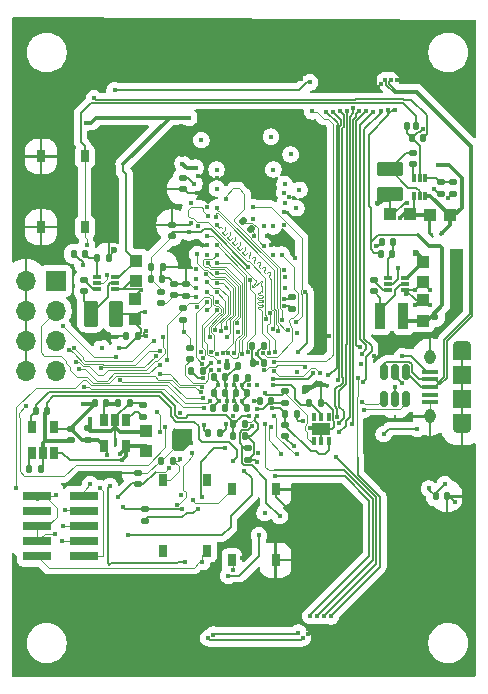
<source format=gbr>
G04 #@! TF.GenerationSoftware,KiCad,Pcbnew,9.0.1*
G04 #@! TF.CreationDate,2025-06-03T13:31:56-07:00*
G04 #@! TF.ProjectId,mp153-devboard,6d703135-332d-4646-9576-626f6172642e,rev?*
G04 #@! TF.SameCoordinates,PXb487a00PY650eff0*
G04 #@! TF.FileFunction,Copper,L4,Bot*
G04 #@! TF.FilePolarity,Positive*
%FSLAX46Y46*%
G04 Gerber Fmt 4.6, Leading zero omitted, Abs format (unit mm)*
G04 Created by KiCad (PCBNEW 9.0.1) date 2025-06-03 13:31:56*
%MOMM*%
%LPD*%
G01*
G04 APERTURE LIST*
G04 Aperture macros list*
%AMRoundRect*
0 Rectangle with rounded corners*
0 $1 Rounding radius*
0 $2 $3 $4 $5 $6 $7 $8 $9 X,Y pos of 4 corners*
0 Add a 4 corners polygon primitive as box body*
4,1,4,$2,$3,$4,$5,$6,$7,$8,$9,$2,$3,0*
0 Add four circle primitives for the rounded corners*
1,1,$1+$1,$2,$3*
1,1,$1+$1,$4,$5*
1,1,$1+$1,$6,$7*
1,1,$1+$1,$8,$9*
0 Add four rect primitives between the rounded corners*
20,1,$1+$1,$2,$3,$4,$5,0*
20,1,$1+$1,$4,$5,$6,$7,0*
20,1,$1+$1,$6,$7,$8,$9,0*
20,1,$1+$1,$8,$9,$2,$3,0*%
G04 Aperture macros list end*
G04 #@! TA.AperFunction,SMDPad,CuDef*
%ADD10R,1.000000X1.000000*%
G04 #@! TD*
G04 #@! TA.AperFunction,SMDPad,CuDef*
%ADD11RoundRect,0.147500X-0.172500X0.147500X-0.172500X-0.147500X0.172500X-0.147500X0.172500X0.147500X0*%
G04 #@! TD*
G04 #@! TA.AperFunction,SMDPad,CuDef*
%ADD12RoundRect,0.147500X-0.147500X-0.172500X0.147500X-0.172500X0.147500X0.172500X-0.147500X0.172500X0*%
G04 #@! TD*
G04 #@! TA.AperFunction,SMDPad,CuDef*
%ADD13RoundRect,0.150000X0.150000X-0.512500X0.150000X0.512500X-0.150000X0.512500X-0.150000X-0.512500X0*%
G04 #@! TD*
G04 #@! TA.AperFunction,SMDPad,CuDef*
%ADD14RoundRect,0.147500X0.147500X0.172500X-0.147500X0.172500X-0.147500X-0.172500X0.147500X-0.172500X0*%
G04 #@! TD*
G04 #@! TA.AperFunction,SMDPad,CuDef*
%ADD15RoundRect,0.250000X-0.375000X-0.850000X0.375000X-0.850000X0.375000X0.850000X-0.375000X0.850000X0*%
G04 #@! TD*
G04 #@! TA.AperFunction,SMDPad,CuDef*
%ADD16R,0.700000X0.340000*%
G04 #@! TD*
G04 #@! TA.AperFunction,SMDPad,CuDef*
%ADD17R,0.700000X1.000000*%
G04 #@! TD*
G04 #@! TA.AperFunction,SMDPad,CuDef*
%ADD18RoundRect,0.147500X0.172500X-0.147500X0.172500X0.147500X-0.172500X0.147500X-0.172500X-0.147500X0*%
G04 #@! TD*
G04 #@! TA.AperFunction,SMDPad,CuDef*
%ADD19RoundRect,0.125000X0.125000X0.225000X-0.125000X0.225000X-0.125000X-0.225000X0.125000X-0.225000X0*%
G04 #@! TD*
G04 #@! TA.AperFunction,SMDPad,CuDef*
%ADD20RoundRect,0.147500X0.226274X0.017678X0.017678X0.226274X-0.226274X-0.017678X-0.017678X-0.226274X0*%
G04 #@! TD*
G04 #@! TA.AperFunction,SMDPad,CuDef*
%ADD21R,1.350000X0.400000*%
G04 #@! TD*
G04 #@! TA.AperFunction,ComponentPad*
%ADD22O,1.550000X0.890000*%
G04 #@! TD*
G04 #@! TA.AperFunction,SMDPad,CuDef*
%ADD23R,1.550000X1.200000*%
G04 #@! TD*
G04 #@! TA.AperFunction,ComponentPad*
%ADD24O,0.950000X1.250000*%
G04 #@! TD*
G04 #@! TA.AperFunction,SMDPad,CuDef*
%ADD25R,1.550000X1.500000*%
G04 #@! TD*
G04 #@! TA.AperFunction,SMDPad,CuDef*
%ADD26RoundRect,0.250000X-0.850000X0.375000X-0.850000X-0.375000X0.850000X-0.375000X0.850000X0.375000X0*%
G04 #@! TD*
G04 #@! TA.AperFunction,SMDPad,CuDef*
%ADD27R,0.350000X0.650000*%
G04 #@! TD*
G04 #@! TA.AperFunction,SMDPad,CuDef*
%ADD28R,1.600000X1.000000*%
G04 #@! TD*
G04 #@! TA.AperFunction,SMDPad,CuDef*
%ADD29R,0.340000X0.700000*%
G04 #@! TD*
G04 #@! TA.AperFunction,SMDPad,CuDef*
%ADD30R,0.650000X1.060000*%
G04 #@! TD*
G04 #@! TA.AperFunction,SMDPad,CuDef*
%ADD31R,2.400000X0.740000*%
G04 #@! TD*
G04 #@! TA.AperFunction,ComponentPad*
%ADD32R,1.700000X1.700000*%
G04 #@! TD*
G04 #@! TA.AperFunction,ComponentPad*
%ADD33O,1.700000X1.700000*%
G04 #@! TD*
G04 #@! TA.AperFunction,SMDPad,CuDef*
%ADD34R,0.850000X2.300000*%
G04 #@! TD*
G04 #@! TA.AperFunction,ViaPad*
%ADD35C,0.400000*%
G04 #@! TD*
G04 #@! TA.AperFunction,ViaPad*
%ADD36C,0.600000*%
G04 #@! TD*
G04 #@! TA.AperFunction,Conductor*
%ADD37C,0.300000*%
G04 #@! TD*
G04 #@! TA.AperFunction,Conductor*
%ADD38C,0.200000*%
G04 #@! TD*
G04 #@! TA.AperFunction,Conductor*
%ADD39C,0.203200*%
G04 #@! TD*
G04 #@! TA.AperFunction,Conductor*
%ADD40C,0.127000*%
G04 #@! TD*
G04 #@! TA.AperFunction,Conductor*
%ADD41C,0.090000*%
G04 #@! TD*
G04 #@! TA.AperFunction,Conductor*
%ADD42C,0.130000*%
G04 #@! TD*
G04 #@! TA.AperFunction,Conductor*
%ADD43C,0.100000*%
G04 #@! TD*
G04 #@! TA.AperFunction,Conductor*
%ADD44C,0.381000*%
G04 #@! TD*
G04 APERTURE END LIST*
D10*
G04 #@! TO.P,C91,1*
G04 #@! TO.N,GND*
X34029800Y39649600D03*
G04 #@! TO.P,C91,2*
G04 #@! TO.N,VDD_DDR*
X32329800Y39649600D03*
G04 #@! TD*
D11*
G04 #@! TO.P,C69,1*
G04 #@! TO.N,Net-(U17-SW)*
X34235800Y44867600D03*
G04 #@! TO.P,C69,2*
G04 #@! TO.N,Net-(U17-BST)*
X34235800Y43897600D03*
G04 #@! TD*
D12*
G04 #@! TO.P,C79,1*
G04 #@! TO.N,GND*
X10009800Y29330600D03*
G04 #@! TO.P,C79,2*
G04 #@! TO.N,VDD_CORE*
X10979800Y29330600D03*
G04 #@! TD*
D11*
G04 #@! TO.P,C46,1*
G04 #@! TO.N,GND*
X6718800Y21527600D03*
G04 #@! TO.P,C46,2*
G04 #@! TO.N,+5V*
X6718800Y20557600D03*
G04 #@! TD*
D13*
G04 #@! TO.P,U3,1,I/O1*
G04 #@! TO.N,/USB_HS_DP*
X33710800Y24042600D03*
G04 #@! TO.P,U3,2,GND*
G04 #@! TO.N,GND*
X32760800Y24042600D03*
G04 #@! TO.P,U3,3,I/O2*
G04 #@! TO.N,/USB_HS_DM*
X31810800Y24042600D03*
G04 #@! TO.P,U3,4,I/O2*
G04 #@! TO.N,/USB_HS_D-*
X31810800Y26317600D03*
G04 #@! TO.P,U3,5,VBUS*
G04 #@! TO.N,/USB_VBUS_JACK*
X32760800Y26317600D03*
G04 #@! TO.P,U3,6,I/O1*
G04 #@! TO.N,/USB_HS_D+*
X33710800Y26317600D03*
G04 #@! TD*
D11*
G04 #@! TO.P,R65,1*
G04 #@! TO.N,Net-(U17-FB)*
X36630800Y42359600D03*
G04 #@! TO.P,R65,2*
G04 #@! TO.N,VDD_DDR*
X36630800Y41389600D03*
G04 #@! TD*
D14*
G04 #@! TO.P,R62,1*
G04 #@! TO.N,GND*
X8505800Y35937600D03*
G04 #@! TO.P,R62,2*
G04 #@! TO.N,Net-(U15-FB)*
X7535800Y35937600D03*
G04 #@! TD*
G04 #@! TO.P,C59,1*
G04 #@! TO.N,GND*
X18332620Y23249661D03*
G04 #@! TO.P,C59,2*
G04 #@! TO.N,VDD_CORE*
X17362620Y23249661D03*
G04 #@! TD*
D12*
G04 #@! TO.P,R60,1*
G04 #@! TO.N,+5V*
X7311800Y23689600D03*
G04 #@! TO.P,R60,2*
G04 #@! TO.N,Net-(U19-EN)*
X8281800Y23689600D03*
G04 #@! TD*
D14*
G04 #@! TO.P,R41,1*
G04 #@! TO.N,/PWR_ON*
X35125800Y46088580D03*
G04 #@! TO.P,R41,2*
G04 #@! TO.N,/PWR_ONRST*
X34155800Y46088580D03*
G04 #@! TD*
D15*
G04 #@! TO.P,L1,1,1*
G04 #@! TO.N,Net-(U15-SW)*
X6975800Y31247600D03*
G04 #@! TO.P,L1,2,2*
G04 #@! TO.N,VDD_CORE*
X9125800Y31247600D03*
G04 #@! TD*
D14*
G04 #@! TO.P,C52,1*
G04 #@! TO.N,GND*
X21661800Y27082821D03*
G04 #@! TO.P,C52,2*
G04 #@! TO.N,VDD_DDR*
X20691800Y27082821D03*
G04 #@! TD*
D16*
G04 #@! TO.P,U15,1,VIN*
G04 #@! TO.N,+5V*
X9048800Y34355600D03*
G04 #@! TO.P,U15,2,SW*
G04 #@! TO.N,Net-(U15-SW)*
X9048800Y33855600D03*
G04 #@! TO.P,U15,3,GND*
G04 #@! TO.N,GND*
X9048800Y33355600D03*
G04 #@! TO.P,U15,4,BST*
G04 #@! TO.N,Net-(U15-BST)*
X7548800Y33355600D03*
G04 #@! TO.P,U15,5,EN*
G04 #@! TO.N,/PWR_ON*
X7548800Y33855600D03*
G04 #@! TO.P,U15,6,FB*
G04 #@! TO.N,Net-(U15-FB)*
X7548800Y34355600D03*
G04 #@! TD*
D14*
G04 #@! TO.P,R61,1*
G04 #@! TO.N,Net-(U15-FB)*
X6515800Y36307600D03*
G04 #@! TO.P,R61,2*
G04 #@! TO.N,VDD_CORE*
X5545800Y36307600D03*
G04 #@! TD*
D17*
G04 #@! TO.P,S1,1,1*
G04 #@! TO.N,GND*
X22630800Y10367600D03*
G04 #@! TO.P,S1,2,2*
X22630800Y16367600D03*
G04 #@! TO.P,S1,3,3*
G04 #@! TO.N,/BOOT0*
X18930800Y10367600D03*
G04 #@! TO.P,S1,4,4*
X18930800Y16367600D03*
G04 #@! TD*
D12*
G04 #@! TO.P,C56,1*
G04 #@! TO.N,Net-(U19-EN)*
X9317800Y23717600D03*
G04 #@! TO.P,C56,2*
G04 #@! TO.N,GND*
X10287800Y23717600D03*
G04 #@! TD*
G04 #@! TO.P,R64,1*
G04 #@! TO.N,GND*
X31636340Y37326600D03*
G04 #@! TO.P,R64,2*
G04 #@! TO.N,Net-(U16-FB)*
X32606340Y37326600D03*
G04 #@! TD*
D11*
G04 #@! TO.P,C61,1*
G04 #@! TO.N,GND*
X14062880Y33757501D03*
G04 #@! TO.P,C61,2*
G04 #@! TO.N,VDD_DDR*
X14062880Y32787501D03*
G04 #@! TD*
G04 #@! TO.P,R74,1*
G04 #@! TO.N,VDD*
X11540800Y14692600D03*
G04 #@! TO.P,R74,2*
G04 #@! TO.N,/BOOT2*
X11540800Y13722600D03*
G04 #@! TD*
D14*
G04 #@! TO.P,C60,1*
G04 #@! TO.N,GND*
X22281800Y23888821D03*
G04 #@! TO.P,C60,2*
G04 #@! TO.N,VDD*
X21311800Y23888821D03*
G04 #@! TD*
D18*
G04 #@! TO.P,C32,1*
G04 #@! TO.N,GND*
X23420800Y23715821D03*
G04 #@! TO.P,C32,2*
G04 #@! TO.N,VDDA_1V8*
X23420800Y24685821D03*
G04 #@! TD*
D10*
G04 #@! TO.P,C89,1*
G04 #@! TO.N,GND*
X10757800Y32495600D03*
G04 #@! TO.P,C89,2*
G04 #@! TO.N,VDD_CORE*
X10757800Y30795600D03*
G04 #@! TD*
D18*
G04 #@! TO.P,C67,1*
G04 #@! TO.N,Net-(U15-SW)*
X6400800Y33132600D03*
G04 #@! TO.P,C67,2*
G04 #@! TO.N,Net-(U15-BST)*
X6400800Y34102600D03*
G04 #@! TD*
G04 #@! TO.P,C68,1*
G04 #@! TO.N,Net-(U16-SW)*
X30952340Y33152600D03*
G04 #@! TO.P,C68,2*
G04 #@! TO.N,Net-(U16-BST)*
X30952340Y34122600D03*
G04 #@! TD*
D12*
G04 #@! TO.P,C72,1*
G04 #@! TO.N,Net-(U18-Noise)*
X1795800Y18137600D03*
G04 #@! TO.P,C72,2*
G04 #@! TO.N,GNDADC*
X2765800Y18137600D03*
G04 #@! TD*
G04 #@! TO.P,C74,1*
G04 #@! TO.N,VDD_DDR*
X20645800Y28520821D03*
G04 #@! TO.P,C74,2*
G04 #@! TO.N,GND*
X21615800Y28520821D03*
G04 #@! TD*
G04 #@! TO.P,C63,1*
G04 #@! TO.N,GND*
X16925800Y21120821D03*
G04 #@! TO.P,C63,2*
G04 #@! TO.N,VDD*
X17895800Y21120821D03*
G04 #@! TD*
D16*
G04 #@! TO.P,U16,1,VIN*
G04 #@! TO.N,+5V*
X33620840Y34258600D03*
G04 #@! TO.P,U16,2,SW*
G04 #@! TO.N,Net-(U16-SW)*
X33620840Y33758600D03*
G04 #@! TO.P,U16,3,GND*
G04 #@! TO.N,GND*
X33620840Y33258600D03*
G04 #@! TO.P,U16,4,BST*
G04 #@! TO.N,Net-(U16-BST)*
X32120840Y33258600D03*
G04 #@! TO.P,U16,5,EN*
G04 #@! TO.N,/PWR_ONRST*
X32120840Y33758600D03*
G04 #@! TO.P,U16,6,FB*
G04 #@! TO.N,Net-(U16-FB)*
X32120840Y34258600D03*
G04 #@! TD*
D18*
G04 #@! TO.P,C95,1*
G04 #@! TO.N,GND*
X24010800Y31665821D03*
G04 #@! TO.P,C95,2*
G04 #@! TO.N,VDD_DDR*
X24010800Y32635821D03*
G04 #@! TD*
D10*
G04 #@! TO.P,C88,1*
G04 #@! TO.N,GND*
X11650800Y21287600D03*
G04 #@! TO.P,C88,2*
G04 #@! TO.N,VDD*
X11650800Y19587600D03*
G04 #@! TD*
D18*
G04 #@! TO.P,R66,1*
G04 #@! TO.N,GND*
X37650800Y41397600D03*
G04 #@! TO.P,R66,2*
G04 #@! TO.N,Net-(U17-FB)*
X37650800Y42367600D03*
G04 #@! TD*
D10*
G04 #@! TO.P,C49,1*
G04 #@! TO.N,GND*
X35665800Y39563600D03*
G04 #@! TO.P,C49,2*
G04 #@! TO.N,+5V*
X37365800Y39563600D03*
G04 #@! TD*
D12*
G04 #@! TO.P,C80,1*
G04 #@! TO.N,VDD_DDR*
X18522800Y26825821D03*
G04 #@! TO.P,C80,2*
G04 #@! TO.N,GND*
X19492800Y26825821D03*
G04 #@! TD*
D14*
G04 #@! TO.P,C84,1*
G04 #@! TO.N,GNDADC*
X3295800Y22967600D03*
G04 #@! TO.P,C84,2*
G04 #@! TO.N,VDDA*
X2325800Y22967600D03*
G04 #@! TD*
D10*
G04 #@! TO.P,C48,1*
G04 #@! TO.N,GND*
X35093340Y33925600D03*
G04 #@! TO.P,C48,2*
G04 #@! TO.N,+5V*
X35093340Y35625600D03*
G04 #@! TD*
D14*
G04 #@! TO.P,C31,1*
G04 #@! TO.N,GNDADC*
X20039360Y21885681D03*
G04 #@! TO.P,C31,2*
G04 #@! TO.N,VDDA*
X19069360Y21885681D03*
G04 #@! TD*
G04 #@! TO.P,C54,1*
G04 #@! TO.N,GND*
X24424800Y22770821D03*
G04 #@! TO.P,C54,2*
G04 #@! TO.N,VDD*
X23454800Y22770821D03*
G04 #@! TD*
G04 #@! TO.P,C73,1*
G04 #@! TO.N,GND*
X18365360Y24514581D03*
G04 #@! TO.P,C73,2*
G04 #@! TO.N,VDD_CORE*
X17395360Y24514581D03*
G04 #@! TD*
D19*
G04 #@! TO.P,D11,1,K*
G04 #@! TO.N,/NRST*
X34540800Y47168580D03*
G04 #@! TO.P,D11,2,A*
G04 #@! TO.N,/PWR_ONRST*
X33740800Y47168580D03*
G04 #@! TD*
D14*
G04 #@! TO.P,C70,1*
G04 #@! TO.N,GND*
X18365500Y25870941D03*
G04 #@! TO.P,C70,2*
G04 #@! TO.N,VDD_CORE*
X17395500Y25870941D03*
G04 #@! TD*
D20*
G04 #@! TO.P,R68,1*
G04 #@! TO.N,/DDR_CLK_P*
X20537340Y38408381D03*
G04 #@! TO.P,R68,2*
G04 #@! TO.N,/DDR_CLK_N*
X19851446Y39094275D03*
G04 #@! TD*
D21*
G04 #@! TO.P,J3,1,VBUS*
G04 #@! TO.N,/USB_VBUS_JACK*
X35720800Y26347600D03*
G04 #@! TO.P,J3,2,D-*
G04 #@! TO.N,/USB_HS_D-*
X35720800Y25697600D03*
G04 #@! TO.P,J3,3,D+*
G04 #@! TO.N,/USB_HS_D+*
X35720800Y25047600D03*
G04 #@! TO.P,J3,4,ID*
G04 #@! TO.N,unconnected-(J3-ID-Pad4)*
X35720800Y24397600D03*
G04 #@! TO.P,J3,5,GND*
G04 #@! TO.N,GND*
X35720800Y23747600D03*
D22*
G04 #@! TO.P,J3,6,Shield*
X38420800Y28547600D03*
D23*
X38420800Y27947600D03*
D24*
X35720800Y27547600D03*
D25*
X38420800Y26047600D03*
X38420800Y24047600D03*
D24*
X35720800Y22547600D03*
D23*
X38420800Y22147600D03*
D22*
X38420800Y21547600D03*
G04 #@! TD*
D26*
G04 #@! TO.P,L3,1,1*
G04 #@! TO.N,Net-(U17-SW)*
X32291800Y43491600D03*
G04 #@! TO.P,L3,2,2*
G04 #@! TO.N,VDD_DDR*
X32291800Y41341600D03*
G04 #@! TD*
D17*
G04 #@! TO.P,S2,1,1*
G04 #@! TO.N,GND*
X2790800Y44567600D03*
G04 #@! TO.P,S2,2,2*
X2790800Y38567600D03*
G04 #@! TO.P,S2,3,3*
G04 #@! TO.N,/NRST*
X6490800Y44567600D03*
G04 #@! TO.P,S2,4,4*
X6490800Y38567600D03*
G04 #@! TD*
D12*
G04 #@! TO.P,C12,1*
G04 #@! TO.N,+3V3*
X36185800Y15777600D03*
G04 #@! TO.P,C12,2*
G04 #@! TO.N,GND*
X37155800Y15777600D03*
G04 #@! TD*
D18*
G04 #@! TO.P,C33,1*
G04 #@! TO.N,GNDADC*
X20290800Y18882600D03*
G04 #@! TO.P,C33,2*
G04 #@! TO.N,VREF+*
X20290800Y19852600D03*
G04 #@! TD*
D14*
G04 #@! TO.P,R72,1*
G04 #@! TO.N,/DFU_BOOT*
X13935800Y18807600D03*
G04 #@! TO.P,R72,2*
G04 #@! TO.N,GND*
X12965800Y18807600D03*
G04 #@! TD*
D10*
G04 #@! TO.P,C90,1*
G04 #@! TO.N,GND*
X35083340Y32367600D03*
G04 #@! TO.P,C90,2*
G04 #@! TO.N,+3V3*
X35083340Y30667600D03*
G04 #@! TD*
D14*
G04 #@! TO.P,C109,1*
G04 #@! TO.N,GND*
X13059260Y34160741D03*
G04 #@! TO.P,C109,2*
G04 #@! TO.N,VREF_DDR*
X12089260Y34160741D03*
G04 #@! TD*
D18*
G04 #@! TO.P,R69,1*
G04 #@! TO.N,GND*
X14799480Y30717401D03*
G04 #@! TO.P,R69,2*
G04 #@! TO.N,/DDR_RESETN*
X14799480Y31687401D03*
G04 #@! TD*
D27*
G04 #@! TO.P,U20,1,IN*
G04 #@! TO.N,VDD*
X27144260Y20440741D03*
G04 #@! TO.P,U20,2,GND*
G04 #@! TO.N,GND*
X26494260Y20440741D03*
G04 #@! TO.P,U20,3,EN*
G04 #@! TO.N,VDDA_1V8*
X25844260Y20440741D03*
G04 #@! TO.P,U20,4,~{FLG}*
G04 #@! TO.N,unconnected-(U20-~{FLG}-Pad4)*
X25844260Y22540741D03*
G04 #@! TO.P,U20,5,OUT*
G04 #@! TO.N,VDD_USB*
X26494260Y22540741D03*
G04 #@! TO.P,U20,6,NC*
G04 #@! TO.N,unconnected-(U20-NC-Pad6)*
X27144260Y22540741D03*
D28*
G04 #@! TO.P,U20,7,EP*
G04 #@! TO.N,GND*
X26494260Y21490741D03*
G04 #@! TD*
D17*
G04 #@! TO.P,S3,1,1*
G04 #@! TO.N,VDD*
X16830800Y11187600D03*
G04 #@! TO.P,S3,2,2*
G04 #@! TO.N,unconnected-(S3-Pad2)*
X16830800Y17187600D03*
G04 #@! TO.P,S3,3,3*
G04 #@! TO.N,unconnected-(S3-Pad3)*
X13130800Y11187600D03*
G04 #@! TO.P,S3,4,4*
G04 #@! TO.N,/DFU_BOOT*
X13130800Y17187600D03*
G04 #@! TD*
D12*
G04 #@! TO.P,R71,1*
G04 #@! TO.N,VREF_DDR*
X12094260Y35200741D03*
G04 #@! TO.P,R71,2*
G04 #@! TO.N,GND*
X13064260Y35200741D03*
G04 #@! TD*
D18*
G04 #@! TO.P,C45,1*
G04 #@! TO.N,GNDADC*
X5270800Y20527600D03*
G04 #@! TO.P,C45,2*
G04 #@! TO.N,+5V*
X5270800Y21497600D03*
G04 #@! TD*
D29*
G04 #@! TO.P,U17,1,VIN*
G04 #@! TO.N,+5V*
X35325800Y41195600D03*
G04 #@! TO.P,U17,2,SW*
G04 #@! TO.N,Net-(U17-SW)*
X34825800Y41195600D03*
G04 #@! TO.P,U17,3,GND*
G04 #@! TO.N,GND*
X34325800Y41195600D03*
G04 #@! TO.P,U17,4,BST*
G04 #@! TO.N,Net-(U17-BST)*
X34325800Y42695600D03*
G04 #@! TO.P,U17,5,EN*
G04 #@! TO.N,/PWR_ONRST*
X34825800Y42695600D03*
G04 #@! TO.P,U17,6,FB*
G04 #@! TO.N,Net-(U17-FB)*
X35325800Y42695600D03*
G04 #@! TD*
D10*
G04 #@! TO.P,C47,1*
G04 #@! TO.N,GND*
X10782800Y34048600D03*
G04 #@! TO.P,C47,2*
G04 #@! TO.N,+5V*
X10782800Y35748600D03*
G04 #@! TD*
D12*
G04 #@! TO.P,C30,1*
G04 #@! TO.N,VDDA*
X19061740Y20869681D03*
G04 #@! TO.P,C30,2*
G04 #@! TO.N,GNDADC*
X20031740Y20869681D03*
G04 #@! TD*
D14*
G04 #@! TO.P,C50,1*
G04 #@! TO.N,GND*
X20222240Y23239501D03*
G04 #@! TO.P,C50,2*
G04 #@! TO.N,VDD_CORE*
X19252240Y23239501D03*
G04 #@! TD*
D11*
G04 #@! TO.P,C21,1*
G04 #@! TO.N,GND*
X10970800Y17762600D03*
G04 #@! TO.P,C21,2*
G04 #@! TO.N,/NRST*
X10970800Y16792600D03*
G04 #@! TD*
D18*
G04 #@! TO.P,R52,1*
G04 #@! TO.N,Net-(U2E-DDR_ZQ)*
X15368440Y27390001D03*
G04 #@! TO.P,R52,2*
G04 #@! TO.N,GND*
X15368440Y28360001D03*
G04 #@! TD*
D30*
G04 #@! TO.P,U19,1,EN*
G04 #@! TO.N,Net-(U19-EN)*
X8099800Y22255600D03*
G04 #@! TO.P,U19,2,GND*
G04 #@! TO.N,GND*
X9049800Y22255600D03*
G04 #@! TO.P,U19,3,Noise*
G04 #@! TO.N,Net-(U19-Noise)*
X9999800Y22255600D03*
G04 #@! TO.P,U19,4,OUT*
G04 #@! TO.N,VDD*
X9999800Y20055600D03*
G04 #@! TO.P,U19,5,IN*
G04 #@! TO.N,+5V*
X8099800Y20055600D03*
G04 #@! TD*
D11*
G04 #@! TO.P,C93,1*
G04 #@! TO.N,GND*
X15038240Y33744801D03*
G04 #@! TO.P,C93,2*
G04 #@! TO.N,VDD_DDR*
X15038240Y32774801D03*
G04 #@! TD*
D14*
G04 #@! TO.P,C62,1*
G04 #@! TO.N,GND*
X20277980Y25835381D03*
G04 #@! TO.P,C62,2*
G04 #@! TO.N,VDD_CORE*
X19307980Y25835381D03*
G04 #@! TD*
D31*
G04 #@! TO.P,J2,1,Pin_1*
G04 #@! TO.N,VDD*
X2470800Y10707600D03*
G04 #@! TO.P,J2,2,Pin_2*
G04 #@! TO.N,/JTMS_SWDIO*
X6370800Y10707600D03*
G04 #@! TO.P,J2,3,Pin_3*
G04 #@! TO.N,GND*
X2470800Y11977600D03*
G04 #@! TO.P,J2,4,Pin_4*
G04 #@! TO.N,/JTCK_SWCLK*
X6370800Y11977600D03*
G04 #@! TO.P,J2,5,Pin_5*
G04 #@! TO.N,GND*
X2470800Y13247600D03*
G04 #@! TO.P,J2,6,Pin_6*
G04 #@! TO.N,/JTDO_SWO*
X6370800Y13247600D03*
G04 #@! TO.P,J2,7,Pin_7*
G04 #@! TO.N,unconnected-(J2-Pin_7-Pad7)*
X2470800Y14517600D03*
G04 #@! TO.P,J2,8,Pin_8*
G04 #@! TO.N,/JTDI*
X6370800Y14517600D03*
G04 #@! TO.P,J2,9,Pin_9*
G04 #@! TO.N,GND*
X2470800Y15787600D03*
G04 #@! TO.P,J2,10,Pin_10*
G04 #@! TO.N,Net-(J2-Pin_10)*
X6370800Y15787600D03*
G04 #@! TD*
D14*
G04 #@! TO.P,C76,1*
G04 #@! TO.N,GND*
X26469260Y23710741D03*
G04 #@! TO.P,C76,2*
G04 #@! TO.N,VDD_USB*
X25499260Y23710741D03*
G04 #@! TD*
D18*
G04 #@! TO.P,C43,1*
G04 #@! TO.N,VREF_DDR*
X13870800Y37805821D03*
G04 #@! TO.P,C43,2*
G04 #@! TO.N,GND*
X13870800Y38775821D03*
G04 #@! TD*
D32*
G04 #@! TO.P,J1,1,Pin_1*
G04 #@! TO.N,/UART_TX*
X4030800Y34027600D03*
D33*
G04 #@! TO.P,J1,2,Pin_2*
G04 #@! TO.N,GND*
X1490800Y34027600D03*
G04 #@! TO.P,J1,3,Pin_3*
G04 #@! TO.N,/UART_RX*
X4030800Y31487600D03*
G04 #@! TO.P,J1,4,Pin_4*
G04 #@! TO.N,GND*
X1490800Y31487600D03*
G04 #@! TO.P,J1,5,Pin_5*
G04 #@! TO.N,/DEBUG2*
X4030800Y28947600D03*
G04 #@! TO.P,J1,6,Pin_6*
G04 #@! TO.N,GND*
X1490800Y28947600D03*
G04 #@! TO.P,J1,7,Pin_7*
G04 #@! TO.N,/DEBUG3*
X4030800Y26407600D03*
G04 #@! TO.P,J1,8,Pin_8*
G04 #@! TO.N,GND*
X1490800Y26407600D03*
G04 #@! TD*
D30*
G04 #@! TO.P,U18,1,EN*
G04 #@! TO.N,VDD*
X3880800Y19467600D03*
G04 #@! TO.P,U18,2,GND*
G04 #@! TO.N,GNDADC*
X2930800Y19467600D03*
G04 #@! TO.P,U18,3,Noise*
G04 #@! TO.N,Net-(U18-Noise)*
X1980800Y19467600D03*
G04 #@! TO.P,U18,4,OUT*
G04 #@! TO.N,VDDA*
X1980800Y21667600D03*
G04 #@! TO.P,U18,5,IN*
G04 #@! TO.N,+5V*
X3880800Y21667600D03*
G04 #@! TD*
D14*
G04 #@! TO.P,R63,1*
G04 #@! TO.N,Net-(U16-FB)*
X32525340Y36277600D03*
G04 #@! TO.P,R63,2*
G04 #@! TO.N,+3V3*
X31555340Y36277600D03*
G04 #@! TD*
D11*
G04 #@! TO.P,C103,1*
G04 #@! TO.N,VDD_DDR*
X14784240Y42769421D03*
G04 #@! TO.P,C103,2*
G04 #@! TO.N,GND*
X14784240Y41799421D03*
G04 #@! TD*
D18*
G04 #@! TO.P,R70,1*
G04 #@! TO.N,VDD_DDR*
X12894260Y32115741D03*
G04 #@! TO.P,R70,2*
G04 #@! TO.N,VREF_DDR*
X12894260Y33085741D03*
G04 #@! TD*
D34*
G04 #@! TO.P,L2,1,1*
G04 #@! TO.N,Net-(U16-SW)*
X31509340Y31077600D03*
G04 #@! TO.P,L2,2,2*
G04 #@! TO.N,+3V3*
X33459340Y31077600D03*
G04 #@! TD*
D14*
G04 #@! TO.P,C53,1*
G04 #@! TO.N,GND*
X20247640Y24509501D03*
G04 #@! TO.P,C53,2*
G04 #@! TO.N,VDD_CORE*
X19277640Y24509501D03*
G04 #@! TD*
D18*
G04 #@! TO.P,C51,1*
G04 #@! TO.N,GND*
X23460800Y20865821D03*
G04 #@! TO.P,C51,2*
G04 #@! TO.N,VDD*
X23460800Y21835821D03*
G04 #@! TD*
G04 #@! TO.P,C75,1*
G04 #@! TO.N,Net-(U19-Noise)*
X11370800Y22532600D03*
G04 #@! TO.P,C75,2*
G04 #@! TO.N,GND*
X11370800Y23502600D03*
G04 #@! TD*
D14*
G04 #@! TO.P,C71,1*
G04 #@! TO.N,VDD_DDR*
X16457960Y26381481D03*
G04 #@! TO.P,C71,2*
G04 #@! TO.N,GND*
X15487960Y26381481D03*
G04 #@! TD*
D35*
G04 #@! TO.N,+3V3*
X35610800Y16447600D03*
D36*
X36166340Y30927600D03*
D35*
X32760800Y48517600D03*
X36950800Y16797600D03*
X32170800Y48507600D03*
G04 #@! TO.N,GND*
X12860800Y42657600D03*
X14498800Y22826810D03*
D36*
X8987647Y36617600D03*
D35*
X26740800Y42680821D03*
X21130800Y51317600D03*
X24613180Y42683201D03*
X15918500Y33424300D03*
X25380800Y4127600D03*
X30680800Y51117600D03*
X14670800Y44680821D03*
X23970800Y51107600D03*
X32496340Y29607600D03*
X16500829Y3010000D03*
X21065193Y27861223D03*
X16822740Y40284840D03*
X19765142Y25181326D03*
X23400595Y33394656D03*
X32950800Y51017600D03*
X23315800Y38731821D03*
X14666300Y15924286D03*
X21159300Y19415320D03*
X24480300Y29590139D03*
X24565800Y43745821D03*
X16031380Y42940900D03*
X17657167Y42765959D03*
X29900800Y27027600D03*
X34426340Y33258600D03*
X26840800Y40667600D03*
X32730800Y25067600D03*
X27157647Y29317600D03*
X20715470Y39285430D03*
X16551700Y5660000D03*
X23360700Y43409040D03*
X34433340Y31963600D03*
X16337800Y28032821D03*
X33686340Y32887600D03*
X15941360Y31824880D03*
X23385800Y39822600D03*
X21100800Y23190821D03*
X23775800Y41102600D03*
X15490800Y38920821D03*
X17658619Y27855081D03*
X35666340Y33279600D03*
X31146340Y36968600D03*
X21065383Y25183504D03*
X33180800Y39317600D03*
X22247800Y37080821D03*
X35740340Y31954600D03*
X6880800Y22347600D03*
X24750800Y51097600D03*
X23325140Y31905380D03*
X23380800Y34930821D03*
X23310800Y51017600D03*
X23566300Y14753439D03*
X3940800Y12587600D03*
X17840800Y26490821D03*
X31538085Y50651638D03*
X22233059Y41774507D03*
X19770800Y23840821D03*
X14550800Y20087600D03*
X26710800Y46957600D03*
X16610800Y21857600D03*
X15454800Y40646121D03*
X16455560Y25766801D03*
X15900720Y35006720D03*
X24170800Y20030821D03*
X16853220Y37066660D03*
X27540800Y51167600D03*
X37206564Y41027093D03*
X24260800Y35960821D03*
X30940800Y27627600D03*
X19436300Y29688821D03*
X25530800Y21597600D03*
X19750800Y10547600D03*
X14089800Y36542821D03*
X15938820Y41495321D03*
X11225800Y33247600D03*
X17710800Y46035321D03*
X23170800Y45750821D03*
X37790800Y15327600D03*
X14630800Y47097600D03*
X24918919Y22182599D03*
X24460800Y26332253D03*
X14866940Y29715900D03*
X27790800Y1157600D03*
D36*
X7790800Y29157600D03*
D35*
X4000800Y15857600D03*
X18490800Y23890821D03*
X27350800Y1187600D03*
X18447594Y25179441D03*
G04 #@! TO.N,+5V*
X6350800Y23597600D03*
X36370800Y43847600D03*
D36*
X34557329Y36415600D03*
D35*
X36740800Y38107600D03*
X8400800Y19247100D03*
X8607300Y16667600D03*
X18640800Y9067600D03*
X21220800Y12477600D03*
X14990800Y10257600D03*
X6560800Y47417600D03*
X15320800Y47847600D03*
G04 #@! TO.N,/D1*
X14270800Y15077600D03*
X15560800Y19447600D03*
G04 #@! TO.N,VDD_CORE*
X11556300Y31373439D03*
X7915800Y28377600D03*
X20391355Y25179695D03*
X17789060Y25167361D03*
X19150800Y23870821D03*
X11680800Y29807600D03*
X19096803Y25183809D03*
X9335300Y28307600D03*
X6300800Y35367600D03*
X17860800Y23870821D03*
X11673425Y29352106D03*
G04 #@! TO.N,VDD*
X22335800Y23250821D03*
X18448800Y21888821D03*
X9690800Y14897600D03*
X19068800Y22554821D03*
X20771020Y23884661D03*
X14730800Y14697600D03*
X9588617Y18827100D03*
X9500300Y19387600D03*
X16420800Y10207600D03*
G04 #@! TO.N,/NRST*
X6640800Y37097600D03*
X9295800Y15732600D03*
X13630800Y18167600D03*
G04 #@! TO.N,VDD_DDR*
X31240800Y40577600D03*
X24398661Y40175476D03*
X14750800Y43960821D03*
X21618260Y38671940D03*
X23415800Y40642600D03*
X24655480Y41736141D03*
X17658400Y41844400D03*
X15905800Y34186300D03*
X33780800Y40657600D03*
X23325140Y32502280D03*
X16350800Y45950821D03*
X16817660Y36233540D03*
X23398800Y42225400D03*
X17180800Y27100821D03*
X22451380Y43452220D03*
X22436140Y36238620D03*
X15763560Y42260960D03*
X22239140Y46226501D03*
X23902980Y44725221D03*
X23400800Y34360821D03*
X22432800Y38635821D03*
X36020800Y41818600D03*
X16046620Y38649681D03*
X21067800Y27053821D03*
X17633000Y43444600D03*
X15893100Y32626740D03*
X18490800Y27202821D03*
X23375800Y41502600D03*
X15854914Y43607746D03*
G04 #@! TO.N,VDDA_1V8*
X21716772Y24507585D03*
G04 #@! TO.N,Net-(U2D-VDDA1V1_REG)*
X22395153Y25731467D03*
X25763473Y26242253D03*
G04 #@! TO.N,GNDADC*
X21710800Y14377600D03*
X21060800Y22590821D03*
X16913429Y3771082D03*
X24940800Y3797600D03*
X21060800Y18717600D03*
X19040800Y18787600D03*
G04 #@! TO.N,VREF+*
X20660800Y21707600D03*
X23000800Y14107600D03*
X17351700Y4077600D03*
X24550800Y4250753D03*
G04 #@! TO.N,VREF_DDR*
X25120800Y33097600D03*
X20315800Y35222821D03*
X15294780Y38131521D03*
X24528800Y27970821D03*
G04 #@! TO.N,VDDA*
X20340800Y22567600D03*
G04 #@! TO.N,VDD_USB*
X22424587Y25220211D03*
G04 #@! TO.N,/D5*
X30890800Y48327600D03*
X29920800Y27827600D03*
G04 #@! TO.N,/D9*
X12810800Y26097600D03*
X16380800Y25070821D03*
G04 #@! TO.N,/D11*
X31560800Y48447600D03*
X30050800Y25467600D03*
G04 #@! TO.N,/UART_TX*
X13290800Y21687600D03*
X1510800Y23467600D03*
G04 #@! TO.N,/UART_RX*
X16294218Y24575405D03*
G04 #@! TO.N,/DEBUG2*
X6450800Y25067600D03*
X16545800Y23257600D03*
G04 #@! TO.N,/DEBUG3*
X9095800Y27567600D03*
X4620800Y30237600D03*
G04 #@! TO.N,/SAI_MCLK*
X12850800Y21247600D03*
X25540000Y50830000D03*
X9000800Y50177600D03*
X12600800Y22947600D03*
G04 #@! TO.N,/SAI_SD_B*
X28670955Y48378838D03*
X28008341Y21967600D03*
G04 #@! TO.N,/SAI_FS*
X27044772Y26018627D03*
X26930800Y48327600D03*
G04 #@! TO.N,/SAI_SCK*
X27902554Y25594660D03*
X27496717Y48312675D03*
G04 #@! TO.N,/SAI_SD_A*
X28081390Y48389166D03*
X27870183Y22497839D03*
G04 #@! TO.N,/PWR_ONRST*
X33036340Y35117600D03*
X35093727Y46868288D03*
G04 #@! TO.N,/JTMS_SWDIO*
X12490800Y27657600D03*
X7760800Y16457600D03*
X7836276Y26615313D03*
G04 #@! TO.N,/JTCK_SWCLK*
X4570800Y11997600D03*
X5740800Y27127600D03*
X13123300Y29305312D03*
G04 #@! TO.N,/JTDO_SWO*
X5574777Y28371577D03*
X12300800Y28917600D03*
X4650800Y13277600D03*
G04 #@! TO.N,/JTDI*
X5123831Y28133352D03*
X4770800Y14617600D03*
X12830800Y28087600D03*
G04 #@! TO.N,/USB_VBUS_JACK*
X33300800Y25407600D03*
X33340800Y27657600D03*
G04 #@! TO.N,/USB_RREF*
X21657800Y26462821D03*
X25150631Y26752940D03*
G04 #@! TO.N,/DDR_CKE*
X21553800Y27890821D03*
X23153540Y36249381D03*
G04 #@! TO.N,/DDR_RESETN*
X13450800Y27320821D03*
X16844800Y31554821D03*
G04 #@! TO.N,/DDR_CLK_N*
X21611760Y37013921D03*
G04 #@! TO.N,/DDR_CLK_P*
X20827520Y37844241D03*
G04 #@! TO.N,Net-(U2E-DDR_ZQ)*
X17195800Y26500821D03*
G04 #@! TO.N,/PWR_ON*
X7260800Y49487600D03*
X19937890Y17961986D03*
X8350800Y34537600D03*
X10127647Y12517600D03*
G04 #@! TO.N,/BOOT0*
X15640800Y15437600D03*
X19010800Y9507600D03*
G04 #@! TO.N,Net-(J2-Pin_10)*
X6940800Y16817600D03*
G04 #@! TO.N,/USB_HS_DM*
X29989692Y23787564D03*
G04 #@! TO.N,/DDR_DQS1_P*
X23703800Y29886821D03*
X17660940Y40234040D03*
G04 #@! TO.N,/DDR_DQM1*
X20745637Y40287964D03*
X24337800Y30534821D03*
G04 #@! TO.N,/USB_HS_DP*
X30120324Y23129315D03*
G04 #@! TO.N,/FLASH_IO0*
X34615800Y21502600D03*
X31780800Y21055753D03*
G04 #@! TO.N,/DDR_DQ9*
X18453591Y40940160D03*
X23185800Y30702600D03*
G04 #@! TO.N,/DDR_DQS1_N*
X22842800Y29804821D03*
X17585800Y39442600D03*
G04 #@! TO.N,/DDR_DQ10*
X22385450Y29987025D03*
X17643056Y38750714D03*
G04 #@! TO.N,/DDR_DQ13*
X16859420Y37829261D03*
X22051761Y27939546D03*
G04 #@! TO.N,/DDR_A8*
X22577800Y27970821D03*
X22143811Y31302293D03*
G04 #@! TO.N,/DDR_DQ8*
X16931518Y39507158D03*
X21792115Y30816049D03*
G04 #@! TO.N,/DDR_A10*
X20483800Y34075821D03*
X20267132Y27974733D03*
G04 #@! TO.N,/DDR_CASN*
X19326300Y30455321D03*
X17660940Y36251320D03*
G04 #@! TO.N,/DDR_WEN*
X18636410Y27899062D03*
X17713800Y35575821D03*
G04 #@! TO.N,/DDR_CSN*
X16872432Y35518510D03*
X19122520Y27956597D03*
G04 #@! TO.N,/DDR_ODT*
X16002320Y36279260D03*
X18514380Y29268860D03*
G04 #@! TO.N,/DDR_BA2*
X17658635Y34693821D03*
X18147043Y27887559D03*
G04 #@! TO.N,/DDR_BA0*
X18475300Y30005821D03*
X16736800Y34626821D03*
G04 #@! TO.N,/DDR_A0*
X17673640Y33823700D03*
X18022800Y29792821D03*
G04 #@! TO.N,/DDR_A3*
X16858300Y33889120D03*
X17514800Y29864821D03*
G04 #@! TO.N,/DDR_A2*
X17186541Y27984525D03*
X17638080Y33056000D03*
G04 #@! TO.N,/DDR_A9*
X17693180Y32266060D03*
X17049800Y29264821D03*
G04 #@! TO.N,/DDR_A13*
X16447869Y27518854D03*
X17634800Y31523821D03*
G04 #@! TO.N,/JTRST*
X5990800Y26577600D03*
X12810453Y26932196D03*
G04 #@! TO.N,/FLASH_CLK*
X22480800Y26357600D03*
X26385510Y26242253D03*
G04 #@! TO.N,/DDR_RASN*
X19803800Y27816821D03*
X17660800Y37036821D03*
G04 #@! TO.N,/DDR_A5*
X17808260Y27147960D03*
X16840520Y33048380D03*
G04 #@! TO.N,/DDR_A7*
X16420800Y27014821D03*
X16835440Y32250820D03*
G04 #@! TO.N,/D7*
X22460000Y27180000D03*
X25750000Y48380000D03*
G04 #@! TO.N,/BOOT2*
X16430800Y15717600D03*
X16050800Y14747600D03*
X18350800Y19887600D03*
G04 #@! TO.N,/D6*
X28040800Y21187600D03*
X29200800Y48637600D03*
G04 #@! TO.N,/DFU_BOOT*
X14510000Y18950000D03*
G04 #@! TO.N,/D24*
X29096147Y21864089D03*
X29670800Y48407600D03*
G04 #@! TO.N,/D21*
X29813953Y28397600D03*
X30280800Y48367600D03*
G04 #@! TO.N,/USB_HS_D-*
X31881280Y51028892D03*
G04 #@! TO.N,/D23*
X16520800Y24087600D03*
X9425800Y25607600D03*
G04 #@! TO.N,/USB_HS_D+*
X32371280Y51028892D03*
G04 #@! TO.N,/D26*
X26732203Y5652916D03*
X27770800Y19087600D03*
G04 #@! TO.N,/ADC-14*
X22230800Y21687600D03*
X23060800Y19347600D03*
G04 #@! TO.N,/D27*
X21760800Y21937600D03*
X26142584Y5646405D03*
G04 #@! TO.N,/D29*
X25552930Y5647869D03*
X22546980Y17509758D03*
G04 #@! TO.N,/D28*
X17101625Y23862599D03*
X680800Y16507600D03*
G04 #@! TO.N,/D30*
X27320800Y5617600D03*
X29610800Y25837600D03*
G04 #@! TO.N,/ADC-10*
X22503697Y22551456D03*
X24460800Y19337600D03*
G04 #@! TD*
D37*
G04 #@! TO.N,+3V3*
X36594330Y36964360D02*
X36762329Y36796361D01*
X35946340Y30927600D02*
X36166340Y30927600D01*
X33869340Y30667600D02*
X33459340Y31077600D01*
D38*
X34689340Y37937600D02*
X34717840Y37909100D01*
X30686340Y40222060D02*
X30550800Y40357600D01*
X32580800Y48517600D02*
X32190800Y48127600D01*
X30550800Y46407600D02*
X32170800Y48027600D01*
X30686340Y36697600D02*
X30686340Y40222060D01*
D37*
X35834840Y31039100D02*
X35463340Y30667600D01*
D38*
X31006340Y36377600D02*
X30686340Y36697600D01*
X30550800Y40357600D02*
X30550800Y46407600D01*
D39*
X36185800Y15777600D02*
X36185800Y16032600D01*
D37*
X36762329Y31966589D02*
X35834840Y31039100D01*
X36762329Y36796361D02*
X36762329Y31966589D01*
D38*
X32170800Y48027600D02*
X32170800Y48127600D01*
D37*
X34717840Y37909100D02*
X35662580Y36964360D01*
X35662580Y36964360D02*
X36594330Y36964360D01*
D38*
X31296340Y37937600D02*
X34689340Y37937600D01*
X30686340Y37327600D02*
X31296340Y37937600D01*
X31663329Y36377600D02*
X31006340Y36377600D01*
D39*
X36185800Y16032600D02*
X36950800Y16797600D01*
D38*
X32190800Y48127600D02*
X32170800Y48127600D01*
D37*
X35463340Y30667600D02*
X35083340Y30667600D01*
X35083340Y30667600D02*
X33869340Y30667600D01*
X35834840Y31039100D02*
X35946340Y30927600D01*
D38*
X32170800Y48127600D02*
X32170800Y48507600D01*
D40*
X35610800Y16352600D02*
X36185800Y15777600D01*
X35610800Y16447600D02*
X35610800Y16352600D01*
D38*
X32760800Y48517600D02*
X32580800Y48517600D01*
G04 #@! TO.N,GND*
X15345800Y38775821D02*
X15490800Y38920821D01*
D40*
X26494260Y20440741D02*
X26494260Y21490741D01*
D38*
X21583800Y23190821D02*
X21100800Y23190821D01*
X19765142Y24991999D02*
X20247640Y24509501D01*
X18365500Y25870941D02*
X18365500Y25261535D01*
X9720800Y33355600D02*
X11117800Y33355600D01*
X24552745Y22182599D02*
X24424800Y22310544D01*
D40*
X16610800Y21435821D02*
X16610800Y21857600D01*
D38*
X18447594Y25179441D02*
X18447594Y24596815D01*
X16102640Y25766801D02*
X16455560Y25766801D01*
X34511840Y32367600D02*
X33620840Y33258600D01*
D40*
X27620800Y22106366D02*
X27493760Y22233406D01*
D41*
X11775800Y17762600D02*
X10970800Y17762600D01*
X3080800Y12587600D02*
X3940800Y12587600D01*
D38*
X21065193Y27970214D02*
X21065193Y27861223D01*
X16925800Y21120821D02*
X16925800Y21152600D01*
D40*
X27620800Y21690281D02*
X27620800Y22106366D01*
D39*
X9049800Y22479600D02*
X10287800Y23717600D01*
D40*
X8987647Y36534447D02*
X8987647Y36617600D01*
D39*
X10287800Y23717600D02*
X11162800Y23717600D01*
D38*
X24918919Y22182599D02*
X24552745Y22182599D01*
X18490800Y23890821D02*
X18490800Y23407841D01*
D41*
X14799480Y29783360D02*
X14866940Y29715900D01*
D38*
X35665800Y39563600D02*
X34875800Y39563600D01*
X20277980Y25694164D02*
X19765142Y25181326D01*
X23325140Y31905380D02*
X23771241Y31905380D01*
X24424800Y22310544D02*
X24424800Y22770821D01*
D41*
X35720800Y23747600D02*
X35720800Y22547600D01*
X12965800Y18807600D02*
X14245800Y20087600D01*
X3082800Y15787600D02*
X4090800Y14779600D01*
D37*
X6948800Y21297600D02*
X8728800Y21297600D01*
D41*
X2470800Y15787600D02*
X3930800Y15787600D01*
D38*
X33620840Y32953100D02*
X33686340Y32887600D01*
D42*
X12952800Y34227821D02*
X13592560Y34227821D01*
D38*
X9392800Y29330600D02*
X9387800Y29325600D01*
D37*
X9470800Y21197600D02*
X9049800Y21618600D01*
D38*
X20247640Y24317661D02*
X19770800Y23840821D01*
D40*
X37340800Y15777600D02*
X37790800Y15327600D01*
X32760800Y25037600D02*
X32730800Y25067600D01*
D38*
X10413800Y34048600D02*
X9720800Y33355600D01*
X23771241Y31905380D02*
X24010800Y31665821D01*
D40*
X27421260Y21490741D02*
X27620800Y21690281D01*
D39*
X11162800Y23717600D02*
X11370800Y23509600D01*
D38*
X15487960Y26381481D02*
X16102640Y25766801D01*
D42*
X13592560Y34227821D02*
X14062880Y33757501D01*
D38*
X21624740Y27150821D02*
X21065193Y27710368D01*
D41*
X15368440Y28360001D02*
X15368440Y29214400D01*
D38*
X10009800Y29330600D02*
X9392800Y29330600D01*
D40*
X1480800Y31096098D02*
X1480800Y33437600D01*
D38*
X23420800Y23715821D02*
X22454800Y23715821D01*
X15877020Y41433521D02*
X15938820Y41495321D01*
X35083340Y32367600D02*
X34511840Y32367600D01*
X21615800Y28520821D02*
X21065193Y27970214D01*
D37*
X9049800Y21618600D02*
X9049800Y22255600D01*
D39*
X9049800Y22255600D02*
X9049800Y22479600D01*
D41*
X15368440Y29214400D02*
X14866940Y29715900D01*
D42*
X14062880Y33757501D02*
X15025540Y33757501D01*
D40*
X34029800Y39649600D02*
X33512800Y39649600D01*
D38*
X35327340Y32367600D02*
X35740340Y31954600D01*
D40*
X26387401Y21597600D02*
X25530800Y21597600D01*
D38*
X21065193Y27710368D02*
X21065193Y27861223D01*
D41*
X12965800Y18807600D02*
X12820800Y18807600D01*
X15744100Y33424300D02*
X15918500Y33424300D01*
D37*
X11650800Y21287600D02*
X11221800Y21287600D01*
X11221800Y21287600D02*
X11131800Y21197600D01*
D38*
X22281800Y23888821D02*
X21583800Y23190821D01*
X9048800Y33355600D02*
X9720800Y33355600D01*
D40*
X26887659Y23710741D02*
X26469260Y23710741D01*
D37*
X8728800Y21297600D02*
X9049800Y21618600D01*
X11131800Y21197600D02*
X9470800Y21197600D01*
D38*
X14812040Y41799421D02*
X15177940Y41433521D01*
D40*
X26494260Y21490741D02*
X27421260Y21490741D01*
D42*
X12952800Y34227821D02*
X12952800Y35218821D01*
D38*
X35093340Y33852600D02*
X35666340Y33279600D01*
X34029800Y39649600D02*
X34789800Y39649600D01*
D40*
X26494260Y21490741D02*
X26387401Y21597600D01*
D41*
X14245800Y20087600D02*
X14550800Y20087600D01*
D38*
X9219800Y29157600D02*
X7790800Y29157600D01*
D41*
X3300800Y13247600D02*
X2470800Y13247600D01*
D38*
X23460800Y20740821D02*
X24170800Y20030821D01*
X19413800Y26825821D02*
X18458920Y25870941D01*
X19765142Y25181326D02*
X19765142Y24991999D01*
X19770800Y23690941D02*
X20222240Y23239501D01*
D39*
X37270293Y41027093D02*
X37206564Y41027093D01*
D40*
X1480800Y25817600D02*
X1480800Y28357600D01*
D41*
X3930800Y15787600D02*
X4000800Y15857600D01*
D40*
X32760800Y24042600D02*
X32760800Y25037600D01*
D41*
X4090800Y14779600D02*
X4090800Y14037600D01*
D38*
X18490800Y24389141D02*
X18490800Y23890821D01*
X11117800Y33355600D02*
X11225800Y33247600D01*
X31636340Y37326600D02*
X31278340Y36968600D01*
X35093340Y33925600D02*
X34426340Y33258600D01*
D40*
X27493760Y22233406D02*
X27493760Y23104640D01*
D38*
X34837340Y32367600D02*
X34433340Y31963600D01*
D40*
X37155800Y15777600D02*
X37340800Y15777600D01*
D38*
X34325800Y41195600D02*
X34325800Y39945600D01*
X19770800Y23840821D02*
X19770800Y23690941D01*
D41*
X12820800Y18807600D02*
X11775800Y17762600D01*
X2470800Y15787600D02*
X3082800Y15787600D01*
D38*
X34789800Y39649600D02*
X34875800Y39563600D01*
X33620840Y33258600D02*
X33620840Y32953100D01*
D37*
X6880800Y22347600D02*
X6880800Y21689600D01*
D42*
X26497477Y20210351D02*
X26497477Y21260351D01*
D38*
X9387800Y29325600D02*
X9219800Y29157600D01*
D37*
X6880800Y21689600D02*
X6718800Y21527600D01*
D41*
X15038240Y33744801D02*
X15423599Y33744801D01*
X2470800Y11977600D02*
X2470800Y13247600D01*
X15423599Y33744801D02*
X15744100Y33424300D01*
D38*
X13870800Y38775821D02*
X15345800Y38775821D01*
D41*
X2470800Y11977600D02*
X3080800Y12587600D01*
D38*
X31278340Y36968600D02*
X31146340Y36968600D01*
D37*
X33512800Y39649600D02*
X33180800Y39317600D01*
D39*
X37650800Y41407600D02*
X37270293Y41027093D01*
D40*
X22630800Y15688939D02*
X23566300Y14753439D01*
D38*
X10757800Y32779600D02*
X11225800Y33247600D01*
D41*
X14799480Y30717401D02*
X14799480Y29783360D01*
D39*
X11370800Y23509600D02*
X11370800Y23502600D01*
D40*
X16925800Y21120821D02*
X16610800Y21435821D01*
D38*
X18365500Y25261535D02*
X18447594Y25179441D01*
D40*
X1480800Y28357600D02*
X1480800Y30897600D01*
X8505800Y36052600D02*
X8987647Y36534447D01*
D38*
X34426340Y33258600D02*
X33620840Y33258600D01*
D40*
X27493760Y23104640D02*
X26887659Y23710741D01*
D41*
X4090800Y14037600D02*
X3300800Y13247600D01*
D38*
X15177940Y41433521D02*
X15877020Y41433521D01*
D37*
X6718800Y21527600D02*
X6948800Y21297600D01*
D40*
X22630800Y16367600D02*
X22630800Y15688939D01*
D37*
G04 #@! TO.N,+5V*
X9724960Y43913440D02*
X13659120Y47847600D01*
D38*
X8470800Y10097600D02*
X8560800Y10007600D01*
D37*
X7040800Y47417600D02*
X7470800Y47847600D01*
X38400800Y40197600D02*
X37766800Y39563600D01*
X36619800Y38017600D02*
X37365800Y38763600D01*
D40*
X19570800Y9067600D02*
X21220800Y10717600D01*
D39*
X3880800Y21667600D02*
X4050800Y21497600D01*
D37*
X35733800Y41195600D02*
X35325800Y41195600D01*
X36370800Y43847600D02*
X37320800Y43847600D01*
D38*
X9048800Y34355600D02*
X9389800Y34355600D01*
X8400800Y19247100D02*
X8400800Y19754600D01*
D37*
X5270800Y21497600D02*
X5270800Y21557600D01*
D38*
X9680800Y43869280D02*
X9724960Y43913440D01*
D37*
X13659120Y47847600D02*
X15320800Y47847600D01*
X8099800Y20055600D02*
X7597800Y20557600D01*
X37365800Y38763600D02*
X37365800Y39563600D01*
X38400800Y42767600D02*
X38400800Y40197600D01*
D38*
X9389800Y34355600D02*
X10782800Y35748600D01*
D40*
X21220800Y10717600D02*
X21220800Y12477600D01*
X8690800Y10137600D02*
X8560800Y10007600D01*
D37*
X37320800Y43847600D02*
X38400800Y42767600D01*
D40*
X18640800Y9067600D02*
X19570800Y9067600D01*
D37*
X7311800Y23689600D02*
X7219800Y23597600D01*
D40*
X14436174Y10257600D02*
X14316174Y10137600D01*
D38*
X8470800Y16531100D02*
X8470800Y10097600D01*
D37*
X7219800Y23597600D02*
X6350800Y23597600D01*
D38*
X9960800Y43037600D02*
X9680800Y43317600D01*
D37*
X6210800Y20557600D02*
X6718800Y20557600D01*
D38*
X8607300Y16667600D02*
X8470800Y16531100D01*
D37*
X5270800Y21497600D02*
X6210800Y20557600D01*
X37365800Y39563600D02*
X35733800Y41195600D01*
D38*
X10782800Y35748600D02*
X9960800Y36570600D01*
D37*
X7597800Y20557600D02*
X6718800Y20557600D01*
X37766800Y39563600D02*
X37365800Y39563600D01*
X7311800Y23598600D02*
X7311800Y23689600D01*
D40*
X14316174Y10137600D02*
X8690800Y10137600D01*
D38*
X9680800Y43317600D02*
X9680800Y43869280D01*
D37*
X5270800Y21557600D02*
X7311800Y23598600D01*
X33726340Y34258600D02*
X35093340Y35625600D01*
X7470800Y47847600D02*
X13659120Y47847600D01*
X34557329Y36415600D02*
X35093340Y35879589D01*
D38*
X9960800Y36570600D02*
X9960800Y43037600D01*
D37*
X6560800Y47417600D02*
X7040800Y47417600D01*
D40*
X14990800Y10257600D02*
X14436174Y10257600D01*
D39*
X4050800Y21497600D02*
X5270800Y21497600D01*
D38*
X8400800Y19754600D02*
X8099800Y20055600D01*
D41*
G04 #@! TO.N,/D1*
X15120800Y18717600D02*
X15560800Y19157600D01*
X15020800Y15687600D02*
X15020800Y16137600D01*
X15120800Y18687600D02*
X15120800Y18717600D01*
X15020800Y16137600D02*
X14800800Y16357600D01*
X14410800Y15077600D02*
X14270800Y15077600D01*
X15560800Y19157600D02*
X15560800Y19447600D01*
X15020800Y15687600D02*
X14410800Y15077600D01*
X14800800Y18367600D02*
X15120800Y18687600D01*
X14800800Y16357600D02*
X14800800Y18367600D01*
D38*
G04 #@! TO.N,VDD_CORE*
X9125800Y31247600D02*
X10305800Y31247600D01*
X10757800Y30475600D02*
X11253300Y29980100D01*
X19096803Y25183809D02*
X19096803Y25624204D01*
X11680800Y29807600D02*
X11535300Y29662100D01*
X19096803Y25624204D02*
X19307980Y25835381D01*
X11393300Y29330600D02*
X11280800Y29330600D01*
X9335300Y28307600D02*
X9956800Y28307600D01*
X17395360Y24336261D02*
X17860800Y23870821D01*
D40*
X6155800Y35762600D02*
X6085800Y35762600D01*
D38*
X17395360Y24773661D02*
X17789060Y25167361D01*
X17789060Y25167361D02*
X17789060Y25477381D01*
X11253300Y29980100D02*
X11253300Y29604100D01*
X11393800Y29330600D02*
X11280800Y29330600D01*
X11673425Y29352106D02*
X11414806Y29352106D01*
D40*
X5545800Y36302600D02*
X5545800Y36307600D01*
D38*
X9956800Y28307600D02*
X10979800Y29330600D01*
X11535300Y29472100D02*
X11393800Y29330600D01*
X17789060Y25477381D02*
X17395500Y25870941D01*
D40*
X6300800Y35367600D02*
X6300800Y35617600D01*
D38*
X17395360Y24514581D02*
X17395360Y24773661D01*
D40*
X6085800Y35762600D02*
X5545800Y36302600D01*
D38*
X10305800Y31247600D02*
X10757800Y30795600D01*
X19277640Y24509501D02*
X19277640Y25002972D01*
X19277640Y25002972D02*
X19096803Y25183809D01*
X11414806Y29352106D02*
X11393300Y29330600D01*
X11280800Y29330600D02*
X10979800Y29330600D01*
D40*
X6300800Y35617600D02*
X6155800Y35762600D01*
D39*
X10757800Y30974600D02*
X11156639Y31373439D01*
D38*
X17362620Y23372641D02*
X17860800Y23870821D01*
D39*
X11156639Y31373439D02*
X11556300Y31373439D01*
D38*
X19252240Y23769381D02*
X19150800Y23870821D01*
X11535300Y29662100D02*
X11535300Y29472100D01*
X19252240Y23239501D02*
X19252240Y23769381D01*
X19150800Y23870821D02*
X19150800Y24382661D01*
X11253300Y29604100D02*
X10979800Y29330600D01*
D41*
G04 #@! TO.N,VDD*
X15694800Y9751600D02*
X16150800Y10207600D01*
D38*
X25618277Y19595381D02*
X26060545Y19595381D01*
X9578117Y18837600D02*
X5200800Y18837600D01*
D41*
X16150800Y10207600D02*
X16420800Y10207600D01*
D37*
X9999800Y19238283D02*
X9999800Y20055600D01*
D38*
X27147477Y19734277D02*
X27147477Y20210351D01*
D41*
X16420800Y10777600D02*
X16730800Y11087600D01*
D39*
X3890800Y19477600D02*
X3880800Y19467600D01*
D37*
X9999800Y20055600D02*
X9999800Y19887100D01*
D38*
X9588617Y18827100D02*
X9578117Y18837600D01*
X26060545Y19595381D02*
X26287979Y19367947D01*
D39*
X4560800Y19477600D02*
X3890800Y19477600D01*
D38*
X23460800Y22170821D02*
X23460800Y21835821D01*
X5200800Y18837600D02*
X4560800Y19477600D01*
D37*
X11650800Y20002600D02*
X11650800Y19587600D01*
D38*
X18448800Y21443821D02*
X18448800Y21888821D01*
D41*
X16420800Y10207600D02*
X16420800Y10777600D01*
D38*
X17895800Y21120821D02*
X18125800Y21120821D01*
X26287979Y19367947D02*
X26781147Y19367947D01*
D37*
X9588617Y18827100D02*
X9999800Y19238283D01*
D38*
X23454800Y22770821D02*
X23454800Y22176821D01*
D40*
X9890800Y14697600D02*
X14730800Y14697600D01*
D38*
X18125800Y21120821D02*
X18448800Y21443821D01*
D41*
X2470800Y10707600D02*
X3426800Y9751600D01*
D38*
X23460800Y21752858D02*
X25618277Y19595381D01*
D41*
X3426800Y9751600D02*
X15694800Y9751600D01*
D37*
X9999800Y20055600D02*
X11597800Y20055600D01*
X9999800Y19887100D02*
X9500300Y19387600D01*
X11597800Y20055600D02*
X11650800Y20002600D01*
D38*
X23454800Y22176821D02*
X23460800Y22170821D01*
X23454800Y22824821D02*
X23028800Y23250821D01*
X21307640Y23884661D02*
X20771020Y23884661D01*
D40*
X9690800Y14897600D02*
X9890800Y14697600D01*
D38*
X26781147Y19367947D02*
X27147477Y19734277D01*
X23028800Y23250821D02*
X22335800Y23250821D01*
D41*
G04 #@! TO.N,/NRST*
X6490800Y44567600D02*
X6490800Y38567600D01*
D40*
X34540800Y47168580D02*
X34540800Y47987600D01*
X11435800Y16792600D02*
X12490800Y17847600D01*
X7030800Y49107600D02*
X6120800Y48197600D01*
X10450800Y16887600D02*
X10930800Y16887600D01*
X9295800Y15732600D02*
X10450800Y16887600D01*
X6120800Y48197600D02*
X6120800Y45817600D01*
X33420800Y49107600D02*
X7030800Y49107600D01*
X34540800Y47987600D02*
X33420800Y49107600D01*
D43*
X13310800Y17847600D02*
X12490800Y17847600D01*
D41*
X6640800Y37587600D02*
X6490800Y37737600D01*
D43*
X13630800Y18167600D02*
X13310800Y17847600D01*
D40*
X11435800Y16792600D02*
X10970800Y16792600D01*
D41*
X6490800Y37737600D02*
X6490800Y38567600D01*
X6640800Y37097600D02*
X6640800Y37587600D01*
D40*
X6120800Y45817600D02*
X6490800Y45447600D01*
X6490800Y45447600D02*
X6490800Y44567600D01*
D41*
G04 #@! TO.N,VDD_DDR*
X15745039Y32774801D02*
X15893100Y32626740D01*
D38*
X20970800Y27150821D02*
X21067800Y27053821D01*
X33559017Y40657600D02*
X32551017Y39649600D01*
X20656633Y28509988D02*
X20656633Y27464988D01*
X18490800Y26857821D02*
X18490800Y27202821D01*
X16461460Y26381481D02*
X17180800Y27100821D01*
X14784240Y42769421D02*
X15255099Y42769421D01*
D43*
X12894260Y32115741D02*
X13391120Y32115741D01*
D38*
X33780800Y40657600D02*
X33559017Y40657600D01*
D43*
X13391120Y32115741D02*
X14062880Y32787501D01*
D37*
X15103875Y43607746D02*
X15854914Y43607746D01*
X14750800Y43960821D02*
X15103875Y43607746D01*
D41*
X15038240Y32774801D02*
X15745039Y32774801D01*
D38*
X15255099Y42769421D02*
X15763560Y42260960D01*
X23325140Y32502280D02*
X23877259Y32502280D01*
X36449800Y41389600D02*
X36020800Y41818600D01*
D44*
X31630800Y40967600D02*
X32258800Y40967600D01*
X31240800Y40577600D02*
X31630800Y40967600D01*
D38*
X32291800Y41341600D02*
X32291800Y39687600D01*
X20665800Y27150821D02*
X20970800Y27150821D01*
X20656633Y27464988D02*
X21067800Y27053821D01*
D42*
X14062880Y32787501D02*
X15025540Y32787501D01*
D41*
G04 #@! TO.N,VDDA_1V8*
X25313800Y21995293D02*
X25096147Y21777640D01*
X25313800Y22650874D02*
X25313800Y21995293D01*
D38*
X21716772Y24507585D02*
X21824536Y24399821D01*
D41*
X25096147Y21777640D02*
X25096147Y21417560D01*
D38*
X23134800Y24399821D02*
X23420800Y24685821D01*
X22376630Y24399821D02*
X22378110Y24398341D01*
D41*
X25313800Y20744028D02*
X25847477Y20210351D01*
D38*
X22709328Y24399821D02*
X23134800Y24399821D01*
X22704317Y24394810D02*
X22709328Y24399821D01*
X21824536Y24399821D02*
X22376630Y24399821D01*
X22378110Y24398341D02*
X22568898Y24398341D01*
D41*
X25096147Y21417560D02*
X25313800Y21199907D01*
D38*
X22568898Y24398341D02*
X22572429Y24394810D01*
D41*
X23420800Y24543874D02*
X25313800Y22650874D01*
D38*
X22572429Y24394810D02*
X22704317Y24394810D01*
D41*
X25313800Y21199907D02*
X25313800Y20744028D01*
D42*
G04 #@! TO.N,Net-(U2D-VDDA1V1_REG)*
X25372687Y25731467D02*
X25763473Y26122253D01*
X22395153Y25731467D02*
X25372687Y25731467D01*
X25763473Y26122253D02*
X25763473Y26242253D01*
D39*
G04 #@! TO.N,GNDADC*
X3295800Y23722600D02*
X3823400Y24250200D01*
X18650800Y20377600D02*
X19360800Y19667600D01*
D37*
X3150800Y22822600D02*
X3295800Y22967600D01*
D39*
X3823400Y24250200D02*
X12798200Y24250200D01*
X15760800Y22117600D02*
X16180800Y21697600D01*
D42*
X20853426Y22157951D02*
X20853426Y22383447D01*
D39*
X19360800Y19667600D02*
X19360800Y19107600D01*
D41*
X20225001Y22071322D02*
X20541301Y22071322D01*
D37*
X5230800Y20487600D02*
X5270800Y20527600D01*
D40*
X2930800Y18302600D02*
X2765800Y18137600D01*
D37*
X3150800Y20487600D02*
X5230800Y20487600D01*
D42*
X20804300Y20261100D02*
X20804300Y19396100D01*
D39*
X12798200Y24250200D02*
X13760800Y23287600D01*
X3295800Y22967600D02*
X3295800Y23722600D01*
D40*
X24760800Y3617600D02*
X17066911Y3617600D01*
D39*
X13760800Y23287600D02*
X13760800Y22571183D01*
D40*
X20290800Y18882600D02*
X20895800Y18882600D01*
D42*
X20195719Y20869681D02*
X20804300Y20261100D01*
D37*
X2930800Y19667600D02*
X2930800Y20267600D01*
D40*
X24940800Y3797600D02*
X24760800Y3617600D01*
D42*
X21115453Y21446194D02*
X21115453Y21895924D01*
D39*
X14214383Y22117600D02*
X15760800Y22117600D01*
D42*
X20031740Y20869681D02*
X20538940Y20869681D01*
D37*
X2930800Y20267600D02*
X3150800Y20487600D01*
D39*
X13760800Y22571183D02*
X14214383Y22117600D01*
D40*
X20895800Y18882600D02*
X21060800Y18717600D01*
D39*
X16180800Y20627600D02*
X16430800Y20377600D01*
D42*
X20804300Y19396100D02*
X20290800Y18882600D01*
X20538940Y20869681D02*
X21115453Y21446194D01*
X20031740Y20869681D02*
X20195719Y20869681D01*
X20853426Y22383447D02*
X21060800Y22590821D01*
D40*
X2930800Y19467600D02*
X2930800Y18302600D01*
D37*
X3150800Y20487600D02*
X3150800Y22822600D01*
D39*
X16180800Y21697600D02*
X16180800Y20627600D01*
X19360800Y19107600D02*
X19040800Y18787600D01*
D40*
X17066911Y3617600D02*
X16913429Y3771082D01*
D42*
X21115453Y21895924D02*
X20853426Y22157951D01*
D41*
X20541301Y22071322D02*
X21060800Y22590821D01*
D39*
X16430800Y20377600D02*
X18650800Y20377600D01*
D40*
G04 #@! TO.N,VREF+*
X19768479Y21357600D02*
X19582240Y21171361D01*
X21860800Y17177600D02*
X20625300Y18413100D01*
X20310800Y21357600D02*
X19768479Y21357600D01*
X17351700Y4077600D02*
X17351700Y4130753D01*
X23000800Y14107600D02*
X21860800Y15247600D01*
X19760800Y18633136D02*
X19760800Y19897600D01*
X17368547Y4147600D02*
X24447647Y4147600D01*
X17351700Y4130753D02*
X17368547Y4147600D01*
X19760800Y19897600D02*
X19855800Y19992600D01*
X19980836Y18413100D02*
X19760800Y18633136D01*
X20625300Y18413100D02*
X19980836Y18413100D01*
X21860800Y15247600D02*
X21860800Y17177600D01*
X19582240Y21171361D02*
X19582240Y20266160D01*
X19995800Y19852600D02*
X20290800Y19852600D01*
X19855800Y19992600D02*
X19995800Y19852600D01*
X20660800Y21707600D02*
X20310800Y21357600D01*
X24447647Y4147600D02*
X24550800Y4250753D01*
X19582240Y20266160D02*
X19855800Y19992600D01*
D38*
G04 #@! TO.N,VREF_DDR*
X17160800Y38380821D02*
X16560800Y38380821D01*
D43*
X13870800Y37805821D02*
X12094260Y36029281D01*
X12094260Y36029281D02*
X12094260Y35200741D01*
D38*
X24528800Y27970821D02*
X25290800Y28732821D01*
D43*
X12094260Y35200741D02*
X12094260Y34165741D01*
D38*
X13870800Y38102221D02*
X13841500Y38131521D01*
X25290800Y32927600D02*
X25120800Y33097600D01*
X15294780Y38131521D02*
X13841500Y38131521D01*
X16311500Y38131521D02*
X15294780Y38131521D01*
X20315800Y35222821D02*
X20315800Y35225821D01*
X20315800Y35225821D02*
X17160800Y38380821D01*
D43*
X12894260Y33355741D02*
X12089260Y34160741D01*
D38*
X25290800Y28732821D02*
X25290800Y32927600D01*
X13870800Y37805821D02*
X13870800Y38102221D01*
D43*
X12894260Y33085741D02*
X12894260Y33355741D01*
D38*
X16560800Y38380821D02*
X16311500Y38131521D01*
D39*
G04 #@! TO.N,VDDA*
X6140800Y24587600D02*
X3440800Y24587600D01*
D38*
X18423773Y22634162D02*
X15235830Y22634162D01*
D39*
X2325800Y23472600D02*
X2325800Y22967600D01*
D38*
X14344866Y22429200D02*
X14108800Y22665266D01*
X15235830Y22634162D02*
X15030868Y22429200D01*
D39*
X20340800Y22567600D02*
X19751279Y22567600D01*
D42*
X19061740Y20869681D02*
X19061740Y21878061D01*
D39*
X2325800Y22967600D02*
X1960800Y22602600D01*
X6150800Y24597600D02*
X6140800Y24587600D01*
D38*
X19069360Y21885681D02*
X19338500Y22154821D01*
X15030868Y22429200D02*
X14344866Y22429200D01*
X14108800Y22665266D02*
X14108800Y23399600D01*
X18903114Y22154821D02*
X18423773Y22634162D01*
D39*
X1960800Y21687600D02*
X1980800Y21667600D01*
D38*
X14108800Y23399600D02*
X12910800Y24597600D01*
X12910800Y24597600D02*
X6150800Y24597600D01*
D39*
X1960800Y22602600D02*
X1960800Y21687600D01*
X3440800Y24587600D02*
X2325800Y23472600D01*
X19751279Y22567600D02*
X19069360Y21885681D01*
D38*
X19338500Y22154821D02*
X18903114Y22154821D01*
G04 #@! TO.N,VDD_USB*
X24782321Y23513987D02*
X25734413Y23513987D01*
X24262277Y24862560D02*
X24262277Y24034031D01*
X25734413Y23513987D02*
X26497477Y22750923D01*
X22424587Y25220211D02*
X23904626Y25220211D01*
X23904626Y25220211D02*
X24262277Y24862560D01*
X24262277Y24034031D02*
X24782321Y23513987D01*
D40*
G04 #@! TO.N,/D5*
X29920800Y27827600D02*
X29920800Y27871662D01*
X30267106Y28585303D02*
X29780800Y29071609D01*
X29780800Y47217600D02*
X30890800Y48327600D01*
X30267106Y28217968D02*
X30267106Y28585303D01*
X29780800Y29071609D02*
X29780800Y47217600D01*
X29920800Y27871662D02*
X30267106Y28217968D01*
D41*
G04 #@! TO.N,/D9*
X16380800Y25070821D02*
X16231800Y25219821D01*
X13658021Y26097600D02*
X12810800Y26097600D01*
X16231800Y25219821D02*
X14535800Y25219821D01*
X14535800Y25219821D02*
X13658021Y26097600D01*
D40*
G04 #@! TO.N,/D11*
X30320800Y27617600D02*
X30770800Y28067600D01*
X30130800Y29127600D02*
X30130800Y46847600D01*
X30770800Y28487600D02*
X30130800Y29127600D01*
X30770800Y28067600D02*
X30770800Y28487600D01*
X30130800Y46847600D02*
X31560800Y48277600D01*
X30050800Y25467600D02*
X30320800Y25737600D01*
X31560800Y48277600D02*
X31560800Y48447600D01*
X30320800Y25737600D02*
X30320800Y27617600D01*
D41*
G04 #@! TO.N,/UART_TX*
X11795800Y18472600D02*
X13290800Y19967600D01*
X1360800Y17487600D02*
X4745695Y17487600D01*
X5730695Y18472600D02*
X11795800Y18472600D01*
X1440800Y23417600D02*
X872800Y22849600D01*
X4745695Y17487600D02*
X5730695Y18472600D01*
X960800Y22427600D02*
X960800Y17887600D01*
X872800Y22849600D02*
X872800Y22515600D01*
X960800Y17887600D02*
X1360800Y17487600D01*
X13290800Y19967600D02*
X13290800Y21687600D01*
X872800Y22515600D02*
X960800Y22427600D01*
X1440800Y23417600D02*
X1460800Y23417600D01*
X1460800Y23417600D02*
X1510800Y23467600D01*
G04 #@! TO.N,/UART_RX*
X2740800Y27977600D02*
X2740800Y30197600D01*
X12390800Y25967600D02*
X9120800Y25967600D01*
X8530800Y25377600D02*
X7160800Y25377600D01*
X2740800Y30197600D02*
X4030800Y31487600D01*
X5226800Y26511600D02*
X5226800Y26741600D01*
X13833463Y25667600D02*
X12690800Y25667600D01*
X6660800Y25877600D02*
X5860800Y25877600D01*
X14461242Y25039821D02*
X13833463Y25667600D01*
X7160800Y25377600D02*
X6660800Y25877600D01*
X4455642Y27677600D02*
X3040800Y27677600D01*
X5860800Y25877600D02*
X5226800Y26511600D01*
X15829802Y25039821D02*
X14461242Y25039821D01*
X3040800Y27677600D02*
X2740800Y27977600D01*
X12690800Y25667600D02*
X12390800Y25967600D01*
X9120800Y25967600D02*
X8530800Y25377600D01*
X4895642Y27237600D02*
X4455642Y27677600D01*
X4895642Y27072758D02*
X4895642Y27237600D01*
X16294218Y24575405D02*
X15829802Y25039821D01*
X5226800Y26741600D02*
X4895642Y27072758D01*
G04 #@! TO.N,/DEBUG2*
X7010800Y24887600D02*
X6820800Y25077600D01*
X16545800Y23257600D02*
X16465800Y23337600D01*
X6460800Y25077600D02*
X6450800Y25067600D01*
X13220800Y24887600D02*
X7010800Y24887600D01*
X14770800Y23337600D02*
X13220800Y24887600D01*
X16465800Y23337600D02*
X14770800Y23337600D01*
X6580800Y25077600D02*
X6460800Y25077600D01*
X6820800Y25077600D02*
X6580800Y25077600D01*
G04 #@! TO.N,/DEBUG3*
X5067800Y29790600D02*
X4620800Y30237600D01*
X7251300Y27567100D02*
X5067800Y29750600D01*
X9095300Y27567100D02*
X7251300Y27567100D01*
X5067800Y29750600D02*
X5067800Y29790600D01*
X9095800Y27567600D02*
X9095300Y27567100D01*
D40*
G04 #@! TO.N,/SAI_MCLK*
X25540000Y50830000D02*
X25253200Y50830000D01*
D41*
X12850800Y22697600D02*
X12600800Y22947600D01*
X12850800Y21247600D02*
X12850800Y22697600D01*
D40*
X25253200Y50830000D02*
X24600800Y50177600D01*
X24600800Y50177600D02*
X9000800Y50177600D01*
G04 #@! TO.N,/SAI_SD_B*
X28590800Y28567600D02*
X28660800Y28637600D01*
X28590800Y25882439D02*
X28590800Y28567600D01*
X28020800Y24717600D02*
X28592707Y25289507D01*
X28653800Y34675769D02*
X28660800Y34682769D01*
X28040800Y24697600D02*
X28020800Y24717600D01*
X28660800Y34472431D02*
X28653800Y34479431D01*
X28660800Y48368683D02*
X28670955Y48378838D01*
X28653800Y34479431D02*
X28653800Y34675769D01*
X28008341Y21967600D02*
X28008341Y21995141D01*
X28660800Y34682769D02*
X28660800Y48368683D01*
X28660800Y28637600D02*
X28660800Y34472431D01*
X28040800Y23357600D02*
X28040800Y24697600D01*
X28420800Y22977600D02*
X28040800Y23357600D01*
X28008341Y21995141D02*
X28420800Y22407600D01*
X28592707Y25289507D02*
X28592707Y25880531D01*
X28420800Y22407600D02*
X28420800Y22977600D01*
X28592707Y25880531D02*
X28590800Y25882439D01*
G04 #@! TO.N,/SAI_FS*
X27799800Y26676600D02*
X27141827Y26018627D01*
X27799800Y47132106D02*
X27799800Y26676600D01*
X27141827Y26018627D02*
X27044772Y26018627D01*
X27890800Y47367600D02*
X27890800Y47223106D01*
X27890800Y47223106D02*
X27799800Y47132106D01*
X26930800Y48327600D02*
X27890800Y47367600D01*
G04 #@! TO.N,/SAI_SCK*
X28036800Y47033936D02*
X28036800Y25728906D01*
X27496717Y48312675D02*
X28186800Y47622592D01*
X28186800Y47622592D02*
X28186800Y47183936D01*
X28036800Y25728906D02*
X27902554Y25594660D01*
X28186800Y47183936D02*
X28036800Y47033936D01*
G04 #@! TO.N,/SAI_SD_A*
X27640800Y24857600D02*
X27640800Y23397600D01*
X28273800Y25864270D02*
X28355707Y25782363D01*
X28423800Y48046756D02*
X28423800Y47085768D01*
X27870183Y23168217D02*
X27870183Y22497839D01*
X28090257Y25141507D02*
X27924707Y25141507D01*
X28273800Y46935768D02*
X28273800Y25864270D01*
X28355707Y25406957D02*
X28090257Y25141507D01*
X28355707Y25782363D02*
X28355707Y25406957D01*
X28081390Y48389166D02*
X28423800Y48046756D01*
X27640800Y23397600D02*
X27870183Y23168217D01*
X28423800Y47085768D02*
X28273800Y46935768D01*
X27924707Y25141507D02*
X27640800Y24857600D01*
G04 #@! TO.N,/PWR_ONRST*
X33740800Y46503580D02*
X34155800Y46088580D01*
D42*
X32120840Y33758600D02*
X32600840Y33758600D01*
X33036340Y34194100D02*
X33036340Y35117600D01*
X35093727Y46868288D02*
X34833039Y46607600D01*
D40*
X34155800Y46088580D02*
X34825800Y45418580D01*
D42*
X32600840Y33758600D02*
X33036340Y34194100D01*
X34833039Y46607600D02*
X34674820Y46607600D01*
D40*
X34825800Y45418580D02*
X34825800Y42695600D01*
X33740800Y47168580D02*
X33740800Y46503580D01*
D42*
X34674820Y46607600D02*
X34155800Y46088580D01*
D41*
G04 #@! TO.N,/JTMS_SWDIO*
X7920800Y10707600D02*
X6370800Y10707600D01*
X7760800Y16457600D02*
X7980800Y16237600D01*
X12490800Y27657600D02*
X11530800Y26697600D01*
X7980800Y10767600D02*
X7920800Y10707600D01*
X7980800Y16237600D02*
X7980800Y10767600D01*
X7918563Y26697600D02*
X7836276Y26615313D01*
X11530800Y26697600D02*
X7918563Y26697600D01*
G04 #@! TO.N,/JTCK_SWCLK*
X6470800Y26817600D02*
X6490800Y26797600D01*
X11680800Y26487600D02*
X12416147Y27222947D01*
X5740800Y27127600D02*
X6000800Y27127600D01*
X6810800Y26797600D02*
X7570800Y26037600D01*
X6370800Y11977600D02*
X4590800Y11977600D01*
X6000800Y27127600D02*
X6310800Y26817600D01*
X4590800Y11977600D02*
X4570800Y11997600D01*
X7570800Y26037600D02*
X7995453Y26037600D01*
X13123300Y28409793D02*
X13123300Y29305312D01*
X13265453Y28267640D02*
X13123300Y28409793D01*
X6310800Y26817600D02*
X6470800Y26817600D01*
X8445453Y26487600D02*
X11680800Y26487600D01*
X6490800Y26797600D02*
X6810800Y26797600D01*
X13265453Y27907560D02*
X13265453Y28267640D01*
X12416147Y27222947D02*
X12580840Y27222947D01*
X12580840Y27222947D02*
X13265453Y27907560D01*
X7995453Y26037600D02*
X8445453Y26487600D01*
D43*
G04 #@! TO.N,/JTDO_SWO*
X4680800Y13247600D02*
X6370800Y13247600D01*
X6360800Y27427600D02*
X6533716Y27254684D01*
X6360800Y27585554D02*
X6360800Y27427600D01*
X6533716Y27254684D02*
X8019534Y27254684D01*
X4650800Y13277600D02*
X4680800Y13247600D01*
X12160800Y28917600D02*
X12300800Y28917600D01*
X10450800Y27207600D02*
X12160800Y28917600D01*
X8066619Y27207600D02*
X10450800Y27207600D01*
X5574777Y28371577D02*
X6360800Y27585554D01*
X8019534Y27254684D02*
X8066619Y27207600D01*
G04 #@! TO.N,/JTDI*
X6270800Y14617600D02*
X6370800Y14517600D01*
X7980634Y26996600D02*
X8039634Y26937600D01*
X8039634Y26937600D02*
X10740800Y26937600D01*
X5123831Y28133352D02*
X5302470Y28133352D01*
X4770800Y14617600D02*
X6270800Y14617600D01*
X10740800Y26937600D02*
X11890800Y28087600D01*
X5302470Y28133352D02*
X5425245Y28010577D01*
X7979222Y26996599D02*
X7980634Y26996600D01*
X11890800Y28087600D02*
X12830800Y28087600D01*
X5467823Y28010577D02*
X6450800Y27027600D01*
X5425245Y28010577D02*
X5467823Y28010577D01*
X7948220Y27027600D02*
X7979222Y26996599D01*
X6450800Y27027600D02*
X7948220Y27027600D01*
D39*
G04 #@! TO.N,Net-(U19-EN)*
X8120800Y23528600D02*
X8120800Y22276600D01*
D37*
X9195800Y23575600D02*
X8307800Y23575600D01*
D39*
X8120800Y22276600D02*
X8099800Y22255600D01*
X8281800Y23689600D02*
X8120800Y23528600D01*
D38*
G04 #@! TO.N,Net-(U15-SW)*
X6975800Y31735600D02*
X6975800Y31247600D01*
X8649778Y33855600D02*
X8415800Y33621622D01*
X6400800Y32310600D02*
X6975800Y31735600D01*
X8415800Y32687600D02*
X6975800Y31247600D01*
X9048800Y33855600D02*
X8649778Y33855600D01*
X8415800Y33621622D02*
X8415800Y32687600D01*
X6400800Y33132600D02*
X6400800Y32310600D01*
D40*
G04 #@! TO.N,/USB_VBUS_JACK*
X32760800Y26317600D02*
X32760800Y25947600D01*
D39*
X34360800Y27417600D02*
X34120800Y27657600D01*
X35720800Y26347600D02*
X35430800Y26347600D01*
X32760800Y25947600D02*
X33300800Y25407600D01*
X35430800Y26347600D02*
X34360800Y27417600D01*
X34120800Y27657600D02*
X33340800Y27657600D01*
D40*
G04 #@! TO.N,/USB_RREF*
X25200802Y26702769D02*
X25150631Y26752940D01*
X25200802Y26667600D02*
X25200802Y26702769D01*
D41*
X22082326Y26745347D02*
X22640040Y26745347D01*
X22640040Y26745347D02*
X22787925Y26893232D01*
X21657800Y26462821D02*
X21799800Y26462821D01*
X21799800Y26462821D02*
X22082326Y26745347D01*
X22787925Y26893232D02*
X24975170Y26893232D01*
X24975170Y26893232D02*
X25200802Y26667600D01*
G04 #@! TO.N,/DDR_CKE*
X21585800Y27890821D02*
X21553800Y27890821D01*
X24535800Y31284181D02*
X24136620Y30885001D01*
X23743800Y30538821D02*
X23843800Y30438821D01*
X22571478Y27574320D02*
X21902301Y27574320D01*
X23944980Y30885001D02*
X23743800Y30683821D01*
X24059800Y28949360D02*
X22725261Y27614821D01*
X23743800Y30683821D02*
X23743800Y30538821D01*
X23843800Y30438821D02*
X23843800Y30250282D01*
X24136620Y30885001D02*
X23944980Y30885001D01*
X23153540Y36249381D02*
X24190800Y35212121D01*
X24190800Y35212121D02*
X24190800Y33360821D01*
X24535800Y33015821D02*
X24535800Y31284181D01*
X23843800Y30250282D02*
X24059800Y30034282D01*
X22611979Y27614821D02*
X22571478Y27574320D01*
X24059800Y30034282D02*
X24059800Y28949360D01*
X24190800Y33360821D02*
X24535800Y33015821D01*
X21902301Y27574320D02*
X21585800Y27890821D01*
X22725261Y27614821D02*
X22611979Y27614821D01*
G04 #@! TO.N,/DDR_RESETN*
X16070900Y32159380D02*
X15317562Y32159380D01*
X13477800Y27347821D02*
X13450800Y27320821D01*
X17031767Y32617409D02*
X17017624Y32617410D01*
X17017624Y32617410D02*
X16972734Y32662300D01*
X13477800Y30319618D02*
X13477800Y27347821D01*
X15317562Y32159380D02*
X13477800Y30319618D01*
X16844800Y31554821D02*
X17174289Y31884310D01*
X17174289Y32474887D02*
X17031767Y32617409D01*
X16972734Y32662300D02*
X16573820Y32662300D01*
X17174289Y31884310D02*
X17174289Y32474887D01*
X16573820Y32662300D02*
X16070900Y32159380D01*
G04 #@! TO.N,/DDR_CLK_N*
X21606680Y37013921D02*
X21152020Y37468581D01*
X21162031Y37705681D02*
X21162031Y38461590D01*
X21162031Y38461590D02*
X20672702Y38950919D01*
X21611760Y37013921D02*
X21606680Y37013921D01*
X20672702Y38950919D02*
X19994802Y38950919D01*
X21152020Y37468581D02*
X21152020Y37695670D01*
X21152020Y37695670D02*
X21162031Y37705681D01*
G04 #@! TO.N,/DDR_CLK_P*
X20827520Y38118201D02*
X20827520Y37844241D01*
X20537340Y38408381D02*
X20827520Y38118201D01*
G04 #@! TO.N,Net-(U2E-DDR_ZQ)*
X16890800Y25681341D02*
X16890800Y26195821D01*
X15005220Y26914881D02*
X15005220Y26091921D01*
X15360820Y27270481D02*
X15005220Y26914881D01*
X16890800Y26195821D02*
X17195800Y26500821D01*
X15005220Y26091921D02*
X15679809Y25417332D01*
X16626791Y25417332D02*
X16890800Y25681341D01*
X15679809Y25417332D02*
X16626791Y25417332D01*
D38*
G04 #@! TO.N,Net-(U15-BST)*
X7172800Y33355600D02*
X7548800Y33355600D01*
X6570800Y33932600D02*
X6595800Y33932600D01*
X6400800Y34102600D02*
X6570800Y33932600D01*
X6595800Y33932600D02*
X7172800Y33355600D01*
D40*
G04 #@! TO.N,/PWR_ON*
X34140800Y49377600D02*
X35467227Y48051173D01*
X18820800Y14117600D02*
X18820800Y13217600D01*
X29340181Y49377600D02*
X29367182Y49404600D01*
D41*
X7260800Y49487600D02*
X7360800Y49487600D01*
D40*
X33458969Y49404600D02*
X33485968Y49377600D01*
X7470800Y49377600D02*
X29340181Y49377600D01*
X18820800Y13217600D02*
X18120800Y12517600D01*
X20600800Y17299076D02*
X20600800Y15897600D01*
X18120800Y12517600D02*
X10127647Y12517600D01*
D41*
X7360800Y49487600D02*
X7470800Y49377600D01*
D40*
X19937890Y17961986D02*
X20600800Y17299076D01*
D41*
X8329807Y34196607D02*
X8329807Y34516607D01*
D40*
X35467227Y46430007D02*
X35125800Y46088580D01*
D41*
X7988800Y33855600D02*
X7548800Y33855600D01*
X8329807Y34196607D02*
X7988800Y33855600D01*
D40*
X35467227Y48051173D02*
X35467227Y46430007D01*
X20600800Y15897600D02*
X18820800Y14117600D01*
X29367182Y49404600D02*
X33458969Y49404600D01*
X33485968Y49377600D02*
X34140800Y49377600D01*
D41*
X8329807Y34516607D02*
X8350800Y34537600D01*
D38*
G04 #@! TO.N,Net-(U16-SW)*
X32754340Y32786600D02*
X31509340Y31541600D01*
X30952340Y33152600D02*
X31509340Y32595600D01*
X32754340Y33291122D02*
X32754340Y32786600D01*
X31509340Y32595600D02*
X31509340Y31077600D01*
X33620840Y33758600D02*
X33221818Y33758600D01*
X33221818Y33758600D02*
X32754340Y33291122D01*
G04 #@! TO.N,Net-(U16-BST)*
X31705340Y33258600D02*
X32120840Y33258600D01*
X30952340Y34011600D02*
X31705340Y33258600D01*
G04 #@! TO.N,Net-(U17-SW)*
X34825800Y41637600D02*
X34825800Y41195600D01*
X34543800Y41919600D02*
X34825800Y41637600D01*
X34235800Y44867600D02*
X33667800Y44867600D01*
X33863800Y41919600D02*
X34543800Y41919600D01*
X33667800Y44867600D02*
X32291800Y43491600D01*
X32291800Y43491600D02*
X33863800Y41919600D01*
G04 #@! TO.N,Net-(U17-BST)*
X34235800Y42785600D02*
X34325800Y42695600D01*
X34235800Y43897600D02*
X34235800Y42785600D01*
D39*
G04 #@! TO.N,Net-(U18-Noise)*
X1980800Y19467600D02*
X1795800Y19282600D01*
X1795800Y19282600D02*
X1795800Y18137600D01*
G04 #@! TO.N,Net-(U19-Noise)*
X11370800Y22532600D02*
X10957800Y22945600D01*
X10689800Y22945600D02*
X9999800Y22255600D01*
X10957800Y22945600D02*
X10689800Y22945600D01*
D43*
G04 #@! TO.N,/BOOT0*
X15820800Y15257600D02*
X15640800Y15437600D01*
X18150800Y15642600D02*
X18205800Y15642600D01*
X19010800Y9507600D02*
X19010800Y10287600D01*
X17765800Y15257600D02*
X15820800Y15257600D01*
X18150800Y15642600D02*
X17765800Y15257600D01*
X18205800Y15642600D02*
X18930800Y16367600D01*
D41*
G04 #@! TO.N,Net-(J2-Pin_10)*
X6370800Y16247600D02*
X6940800Y16817600D01*
X6370800Y15787600D02*
X6370800Y16247600D01*
D43*
G04 #@! TO.N,/USB_HS_DM*
X31325800Y23557600D02*
X30219656Y23557600D01*
X30219656Y23557600D02*
X29989692Y23787564D01*
X31810800Y24042600D02*
X31325800Y23557600D01*
D41*
G04 #@! TO.N,/DDR_DQS1_P*
X22849822Y31621799D02*
X22712800Y31758821D01*
X22712800Y35082821D02*
X17880570Y39915051D01*
X17660940Y40032269D02*
X17660940Y40234040D01*
X17880570Y39915051D02*
X17778158Y39915051D01*
X23703800Y29886821D02*
X23462800Y29886821D01*
X17778158Y39915051D02*
X17660940Y40032269D01*
X23462800Y29886821D02*
X22849822Y30499799D01*
X22849822Y30499799D02*
X22849822Y31621799D01*
X22712800Y31758821D02*
X22712800Y35082821D01*
G04 #@! TO.N,/DDR_DQM1*
X24840800Y33319646D02*
X24840800Y37680583D01*
X22233419Y40287964D02*
X20745637Y40287964D01*
X24765800Y32950554D02*
X24765800Y33244646D01*
X24765800Y33244646D02*
X24840800Y33319646D01*
X24337800Y30534821D02*
X24840800Y31037821D01*
X24840800Y31037821D02*
X24840800Y32875554D01*
X24840800Y32875554D02*
X24765800Y32950554D01*
X24840800Y37680583D02*
X22233419Y40287964D01*
D43*
G04 #@! TO.N,/USB_HS_DP*
X30208609Y23217600D02*
X30120324Y23129315D01*
X33170800Y23217600D02*
X30208609Y23217600D01*
X33710800Y23757600D02*
X33170800Y23217600D01*
D40*
G04 #@! TO.N,/FLASH_IO0*
X34615800Y21502600D02*
X32227647Y21502600D01*
X32227647Y21502600D02*
X31780800Y21055753D01*
D41*
G04 #@! TO.N,/DDR_DQ9*
X19050800Y41847600D02*
X18453591Y41250391D01*
X20510097Y37651173D02*
X19097235Y39064035D01*
X19097235Y39064035D02*
X19097235Y39224035D01*
X19560800Y41847600D02*
X19050800Y41847600D01*
X20510097Y37590524D02*
X20510097Y37651173D01*
X23185800Y30702600D02*
X23185800Y31554821D01*
X22989800Y31750821D02*
X22989800Y35110821D01*
X23185800Y31554821D02*
X22989800Y31750821D01*
X20000800Y40127600D02*
X20000800Y41407600D01*
X22989800Y35110821D02*
X20510097Y37590524D01*
X20000800Y41407600D02*
X19560800Y41847600D01*
X19097235Y39224035D02*
X20000800Y40127600D01*
X18453591Y41250391D02*
X18453591Y40940160D01*
G04 #@! TO.N,/DDR_DQS1_N*
X22842800Y29804821D02*
X22842800Y30193821D01*
X17620150Y39735531D02*
X17580780Y39696161D01*
X17778090Y39735531D02*
X17620150Y39735531D01*
X22666800Y31542744D02*
X22530800Y31678744D01*
X22666800Y30369821D02*
X22666800Y31542744D01*
X17580780Y39696161D02*
X17580780Y39447620D01*
X22842800Y30193821D02*
X22666800Y30369821D01*
X17580780Y39447620D02*
X17585800Y39442600D01*
X22530800Y31678744D02*
X22530800Y34982821D01*
X22530800Y34982821D02*
X17778090Y39735531D01*
G04 #@! TO.N,/DDR_DQ10*
X20424058Y35969712D02*
X20424059Y35969711D01*
X21272586Y35121184D02*
X21272587Y35121183D01*
X22121115Y34272655D02*
X22278155Y34115615D01*
X18361044Y37937188D02*
X18577327Y38153474D01*
X22487289Y31433332D02*
X22487289Y30088864D01*
X20848322Y35545448D02*
X20848323Y35545447D01*
X19421691Y36780974D02*
X19421691Y36780975D01*
X22121114Y34272656D02*
X22121115Y34272655D01*
X18573194Y37629575D02*
X18573193Y37629576D01*
X22183551Y34547222D02*
X22183552Y34547223D01*
X18148913Y38053780D02*
X18148912Y38053781D01*
X21696850Y34696920D02*
X21696851Y34696919D01*
X21484720Y35121184D02*
X21484719Y35121183D01*
X17643056Y38750714D02*
X17878485Y38515285D01*
X21908984Y34696920D02*
X21908983Y34696919D01*
X19213716Y37517071D02*
X19213717Y37517072D01*
X19638018Y37092849D02*
X19421691Y36876526D01*
X19845962Y36356738D02*
X19962559Y36240141D01*
X20486518Y36244301D02*
X20424058Y36181844D01*
X21759319Y34971518D02*
X21759320Y34971519D01*
X19638017Y37092848D02*
X19638018Y37092849D01*
X18365211Y38365614D02*
X18365212Y38365615D01*
X20486517Y36244300D02*
X20486518Y36244301D01*
X21759320Y34971519D02*
X21696850Y34909052D01*
X19209579Y37088674D02*
X19425884Y37304983D01*
X20910759Y35820014D02*
X20910760Y35820015D01*
X18785325Y37512945D02*
X19001583Y37729206D01*
X20058093Y36240141D02*
X20058094Y36240141D01*
X20910760Y35820015D02*
X20848322Y35757580D01*
X18365212Y38365615D02*
X18148912Y38149319D01*
X20636192Y35969712D02*
X20636191Y35969711D01*
X22183552Y34547223D02*
X22121114Y34484788D01*
X19421691Y36780975D02*
X19538271Y36664395D01*
X21335024Y35395751D02*
X21272586Y35333316D01*
X18785324Y37512945D02*
X18785325Y37512945D01*
X18090618Y38515286D02*
X18090617Y38515285D01*
X22487289Y30088864D02*
X22385450Y29987025D01*
X20062217Y36668524D02*
X20062218Y36668525D01*
X18361043Y37937188D02*
X18361044Y37937188D01*
X19213717Y37517072D02*
X18997447Y37300806D01*
X21908983Y34696919D02*
X21971420Y34759355D01*
X22278155Y34115615D02*
X22278155Y31642466D01*
X18090617Y38515285D02*
X18153080Y38577747D01*
X21335023Y35395750D02*
X21335024Y35395751D01*
X18573193Y37629576D02*
X18689824Y37512945D01*
X18997447Y37205288D02*
X19114061Y37088674D01*
X18148912Y38053781D02*
X18265505Y37937188D01*
X21060456Y35545448D02*
X21060455Y35545447D01*
X18789461Y37941340D02*
X18573193Y37725076D01*
X20636191Y35969711D02*
X20698628Y36032147D01*
X19633822Y36664394D02*
X19633823Y36664395D01*
X20062218Y36668525D02*
X19845962Y36452273D01*
X19633823Y36664395D02*
X19850084Y36880659D01*
X21060455Y35545447D02*
X21122892Y35607883D01*
X20058094Y36240141D02*
X20274384Y36456435D01*
X21484719Y35121183D02*
X21547188Y35183651D01*
X18789460Y37941339D02*
X18789461Y37941340D01*
X19845961Y36356738D02*
X19845962Y36356738D01*
X22278155Y31642466D02*
X22487289Y31433332D01*
X21759320Y35183651D02*
G75*
G02*
X21759304Y34971533I-106020J-106051D01*
G01*
X20698628Y36032147D02*
G75*
G02*
X20910760Y36032147I106066J-106066D01*
G01*
X21696851Y34696919D02*
G75*
G03*
X21908967Y34696937I106049J106081D01*
G01*
X18789461Y38153472D02*
G75*
G02*
X18789466Y37941333I-106061J-106072D01*
G01*
X18153080Y38577747D02*
G75*
G02*
X18365212Y38577747I106066J-106066D01*
G01*
X21335024Y35607883D02*
G75*
G02*
X21335040Y35395733I-106024J-106083D01*
G01*
X19421691Y36876526D02*
G75*
G03*
X19421641Y36780924I47809J-47826D01*
G01*
X19001583Y37729206D02*
G75*
G02*
X19213668Y37729155I106017J-106106D01*
G01*
X21547188Y35183651D02*
G75*
G02*
X21759320Y35183651I106066J-106066D01*
G01*
X21696850Y34909052D02*
G75*
G03*
X21696864Y34696934I106050J-106052D01*
G01*
X19638018Y37304981D02*
G75*
G02*
X19638032Y37092833I-106118J-106081D01*
G01*
X20848323Y35545447D02*
G75*
G03*
X21060467Y35545437I106077J106053D01*
G01*
X20910760Y36032147D02*
G75*
G02*
X20910740Y35820033I-106060J-106047D01*
G01*
X22183552Y34759355D02*
G75*
G02*
X22183540Y34547233I-106052J-106055D01*
G01*
X19962559Y36240141D02*
G75*
G03*
X20058093Y36240141I47767J47766D01*
G01*
X20486518Y36456433D02*
G75*
G02*
X20486484Y36244333I-106118J-106033D01*
G01*
X18577327Y38153474D02*
G75*
G02*
X18789468Y38153479I106073J-106074D01*
G01*
X19845962Y36452273D02*
G75*
G03*
X19845956Y36356733I47738J-47773D01*
G01*
X20274384Y36456435D02*
G75*
G02*
X20486468Y36456383I106016J-106035D01*
G01*
X21272587Y35121183D02*
G75*
G03*
X21484767Y35121137I106113J106017D01*
G01*
X17878485Y38515285D02*
G75*
G03*
X18090667Y38515237I106115J106015D01*
G01*
X21971420Y34759355D02*
G75*
G02*
X22183552Y34759355I106066J-106066D01*
G01*
X19538271Y36664395D02*
G75*
G03*
X19633775Y36664441I47729J47805D01*
G01*
X18573193Y37725076D02*
G75*
G03*
X18573168Y37629549I47707J-47776D01*
G01*
X20062218Y36880657D02*
G75*
G02*
X20062208Y36668533I-106118J-106057D01*
G01*
X20424059Y35969711D02*
G75*
G03*
X20636167Y35969737I106041J106089D01*
G01*
X19114061Y37088674D02*
G75*
G03*
X19209579Y37088674I47759J47760D01*
G01*
X21272586Y35333316D02*
G75*
G03*
X21272536Y35121134I106114J-106116D01*
G01*
X18689824Y37512945D02*
G75*
G03*
X18785324Y37512945I47750J47749D01*
G01*
X22121114Y34484788D02*
G75*
G03*
X22121092Y34272634I106086J-106088D01*
G01*
X18997447Y37300806D02*
G75*
G03*
X18997400Y37205241I47753J-47806D01*
G01*
X18265505Y37937188D02*
G75*
G03*
X18361043Y37937188I47769J47768D01*
G01*
X19425884Y37304983D02*
G75*
G02*
X19637968Y37304931I106016J-106083D01*
G01*
X18148912Y38149319D02*
G75*
G03*
X18148963Y38053830I47788J-47719D01*
G01*
X19213717Y37729204D02*
G75*
G02*
X19213754Y37517033I-106117J-106104D01*
G01*
X21122892Y35607883D02*
G75*
G02*
X21335024Y35607883I106066J-106066D01*
G01*
X20424058Y36181844D02*
G75*
G03*
X20424080Y35969734I106042J-106044D01*
G01*
X19850084Y36880659D02*
G75*
G02*
X20062168Y36880607I106016J-106059D01*
G01*
X18365212Y38577747D02*
G75*
G02*
X18365192Y38365633I-106112J-106047D01*
G01*
X20848322Y35757580D02*
G75*
G03*
X20848308Y35545434I106078J-106080D01*
G01*
G04 #@! TO.N,/DDR_DQ13*
X21231061Y32013681D02*
X21499200Y32013681D01*
X21449200Y31513681D02*
X21449200Y29625460D01*
X21549200Y31963681D02*
X21549200Y31863681D01*
X21549200Y32763681D02*
X21549200Y32663681D01*
X21223097Y32413681D02*
X21499200Y32413681D01*
X21231061Y32213681D02*
X21499200Y32213681D01*
X18034320Y37028560D02*
X21008040Y34054840D01*
X18034320Y37169301D02*
X18034320Y37028560D01*
X20845305Y33467842D02*
X21382863Y34005406D01*
X21262922Y31813681D02*
X21499200Y31813681D01*
X16859420Y37829261D02*
X17374360Y37829261D01*
X22051761Y29022899D02*
X22051761Y27939546D01*
X21432301Y33630580D02*
X21432302Y33630579D01*
X17374360Y37829261D02*
X18034320Y37169301D01*
X21223097Y32613681D02*
X21499200Y32613681D01*
X21219130Y32813681D02*
X21499200Y32813681D01*
X21449200Y33613681D02*
X21449200Y33113681D01*
X21349200Y33013681D02*
X21219130Y33013681D01*
X21549200Y32363681D02*
X21549200Y32263681D01*
X21262922Y31613681D02*
X21349200Y31613681D01*
X21449200Y29625460D02*
X22051761Y29022899D01*
X21432302Y33630579D02*
X21449200Y33613681D01*
X21524284Y33863985D02*
X21432301Y33772002D01*
X21008040Y33913419D02*
X20703884Y33609263D01*
X20703883Y33467842D02*
X20703884Y33467841D01*
X21008039Y33913419D02*
X21008040Y33913419D01*
X21349200Y31613681D02*
G75*
G02*
X21449181Y31513681I0J-99981D01*
G01*
X21549200Y31863681D02*
G75*
G02*
X21499200Y31813700I-50000J19D01*
G01*
X21219130Y33013681D02*
G75*
G03*
X21119119Y32913681I-30J-99981D01*
G01*
X21499200Y32413681D02*
G75*
G02*
X21549181Y32363681I0J-49981D01*
G01*
X21499200Y32813681D02*
G75*
G02*
X21549181Y32763681I0J-49981D01*
G01*
X21449200Y33113681D02*
G75*
G02*
X21349200Y33013700I-100000J19D01*
G01*
X21524285Y34005406D02*
G75*
G02*
X21524280Y33863989I-70685J-70706D01*
G01*
X21162922Y31713681D02*
G75*
G03*
X21262922Y31613722I99978J19D01*
G01*
X21231061Y32213681D02*
G75*
G03*
X21131119Y32113681I39J-99981D01*
G01*
X20703884Y33609263D02*
G75*
G03*
X20703931Y33467890I70716J-70663D01*
G01*
X21131061Y32113681D02*
G75*
G03*
X21231061Y32013661I100039J19D01*
G01*
X21223097Y32613681D02*
G75*
G03*
X21123119Y32513681I3J-99981D01*
G01*
X21119130Y32913681D02*
G75*
G03*
X21219130Y32813730I99970J19D01*
G01*
X21123097Y32513681D02*
G75*
G03*
X21223097Y32413697I100003J19D01*
G01*
X21432301Y33772002D02*
G75*
G03*
X21432310Y33630589I70699J-70702D01*
G01*
X20703884Y33467841D02*
G75*
G03*
X20845311Y33467836I70716J70759D01*
G01*
X21549200Y32263681D02*
G75*
G02*
X21499200Y32213700I-50000J19D01*
G01*
X21499200Y32013681D02*
G75*
G02*
X21549181Y31963681I0J-49981D01*
G01*
X21382863Y34005406D02*
G75*
G02*
X21524285Y34005406I70711J-70713D01*
G01*
X21262922Y31813681D02*
G75*
G03*
X21162919Y31713681I-22J-99981D01*
G01*
X21008040Y34054840D02*
G75*
G02*
X21008069Y33913389I-70740J-70740D01*
G01*
X21549200Y32663681D02*
G75*
G02*
X21499200Y32613700I-50000J19D01*
G01*
G04 #@! TO.N,/DDR_A8*
X22143811Y30475832D02*
X21920800Y30252821D01*
X21920800Y29684821D02*
X22577800Y29027821D01*
X22577800Y29027821D02*
X22577800Y27970821D01*
X22143811Y31302293D02*
X22143811Y30475832D01*
X21920800Y30252821D02*
X21920800Y29684821D01*
G04 #@! TO.N,/DDR_DQ8*
X16487740Y39950936D02*
X16487740Y40170660D01*
X15430800Y39317600D02*
X15630800Y39317600D01*
X16487740Y40170660D02*
X16347279Y40311121D01*
X15630800Y39317600D02*
X15963719Y38984681D01*
X21792115Y31158449D02*
X21792115Y30816049D01*
X16898940Y38984681D02*
X20209049Y35674572D01*
X16931518Y39507158D02*
X16487740Y39950936D01*
X15210800Y39537600D02*
X15430800Y39317600D01*
X15210800Y40047600D02*
X15210800Y39537600D01*
X15474321Y40311121D02*
X15210800Y40047600D01*
X20209049Y35674572D02*
X20353320Y35674572D01*
X20353320Y35674572D02*
X21777299Y34250593D01*
X21777299Y34250593D02*
X21777299Y31173265D01*
X21777299Y31173265D02*
X21792115Y31158449D01*
X15963719Y38984681D02*
X16898940Y38984681D01*
X16347279Y40311121D02*
X15474321Y40311121D01*
G04 #@! TO.N,/DDR_A10*
X20889800Y29513821D02*
X20216280Y28840301D01*
X20216280Y28025585D02*
X20267132Y27974733D01*
X20483800Y34075821D02*
X20483800Y33352821D01*
X20889800Y32946821D02*
X20889800Y29513821D01*
X20216280Y28840301D02*
X20216280Y28025585D01*
X20483800Y33352821D02*
X20889800Y32946821D01*
G04 #@! TO.N,/DDR_CASN*
X16679800Y35177821D02*
X16502700Y35354921D01*
X19326300Y30455321D02*
X19326300Y30682187D01*
X16502700Y35804280D02*
X16561120Y35862700D01*
X16502700Y35354921D02*
X16502700Y35804280D01*
X16561120Y35862700D02*
X17272320Y35862700D01*
X19603267Y33704354D02*
X18274800Y35032821D01*
X16919303Y35177821D02*
X16679800Y35177821D01*
X17272320Y35862700D02*
X17660940Y36251320D01*
X18274800Y35032821D02*
X17064303Y35032821D01*
X19326300Y30682187D02*
X19603267Y30959154D01*
X17064303Y35032821D02*
X16919303Y35177821D01*
X19603267Y30959154D02*
X19603267Y33704354D01*
G04 #@! TO.N,/DDR_WEN*
X17713800Y35575821D02*
X17785061Y35504560D01*
X18811560Y35504560D02*
X19962289Y34353831D01*
X19459299Y27937377D02*
X19459299Y27631478D01*
X19342642Y27514821D02*
X19020651Y27514821D01*
X19962289Y34353831D02*
X19962289Y29463310D01*
X19494800Y28995821D02*
X19494800Y27972878D01*
X17785061Y35504560D02*
X18811560Y35504560D01*
X19494800Y27972878D02*
X19459299Y27937377D01*
X19962289Y29463310D02*
X19494800Y28995821D01*
X19020651Y27514821D02*
X18636410Y27899062D01*
X19459299Y27631478D02*
X19342642Y27514821D01*
G04 #@! TO.N,/DDR_CSN*
X19782778Y33867843D02*
X19782778Y29537665D01*
X19315289Y29033310D02*
X19192800Y28910821D01*
X19192800Y28026877D02*
X19122520Y27956597D01*
X19782778Y29537665D02*
X19315289Y29070176D01*
X16872432Y35518510D02*
X17160121Y35230821D01*
X17160121Y35230821D02*
X18419800Y35230821D01*
X19315289Y29070176D02*
X19315289Y29033310D01*
X18419800Y35230821D02*
X19782778Y33867843D01*
X19192800Y28910821D02*
X19192800Y28026877D01*
G04 #@! TO.N,/DDR_ODT*
X18514380Y29268860D02*
X18514380Y29327280D01*
X19206320Y31098990D02*
X19206320Y33509301D01*
X16600719Y34979821D02*
X16002320Y35578220D01*
X16856857Y34979821D02*
X16600719Y34979821D01*
X16002320Y35578220D02*
X16002320Y36279260D01*
X18809800Y30702470D02*
X19206320Y31098990D01*
X18514380Y29327280D02*
X18809800Y29622700D01*
X18369800Y34345821D02*
X17490857Y34345821D01*
X18809800Y29622700D02*
X18809800Y30702470D01*
X17490857Y34345821D02*
X16856857Y34979821D01*
X19206320Y33509301D02*
X18369800Y34345821D01*
G04 #@! TO.N,/DDR_BA2*
X18991800Y28732316D02*
X18147043Y27887559D01*
X17658635Y34693821D02*
X18312800Y34693821D01*
X19414800Y31053590D02*
X18991800Y30630590D01*
X18312800Y34693821D02*
X19414800Y33591821D01*
X19414800Y33591821D02*
X19414800Y31053590D01*
X18991800Y30630590D02*
X18991800Y28732316D01*
G04 #@! TO.N,/DDR_BA0*
X18275815Y34164821D02*
X17198800Y34164821D01*
X17198800Y34164821D02*
X16736800Y34626821D01*
X18475300Y30005821D02*
X18475300Y30621850D01*
X19026800Y31173350D02*
X19026800Y33413836D01*
X18475300Y30621850D02*
X19026800Y31173350D01*
X19026800Y33413836D02*
X18275815Y34164821D01*
G04 #@! TO.N,/DDR_A0*
X18022800Y30423230D02*
X18022800Y29792821D01*
X18810800Y33206620D02*
X18810800Y31211230D01*
X18810800Y31211230D02*
X18022800Y30423230D01*
X17673640Y33823700D02*
X18193720Y33823700D01*
X18193720Y33823700D02*
X18810800Y33206620D01*
G04 #@! TO.N,/DDR_A3*
X17870432Y33436821D02*
X17310599Y33436821D01*
X18575800Y31230110D02*
X18575800Y32731453D01*
X17514800Y30169110D02*
X18575800Y31230110D01*
X18575800Y32731453D02*
X17870432Y33436821D01*
X17514800Y29864821D02*
X17514800Y30169110D01*
X17310599Y33436821D02*
X16858300Y33889120D01*
G04 #@! TO.N,/DDR_A2*
X17394800Y28192784D02*
X17186541Y27984525D01*
X17638080Y33056000D02*
X18362800Y32331280D01*
X17171800Y29665821D02*
X17394800Y29442821D01*
X17394800Y29442821D02*
X17394800Y28192784D01*
X17171800Y30079990D02*
X17171800Y29665821D01*
X18362800Y31270990D02*
X17171800Y30079990D01*
X18362800Y32331280D02*
X18362800Y31270990D01*
G04 #@! TO.N,/DDR_A9*
X17693180Y32219544D02*
X17693180Y32266060D01*
X17847720Y31009790D02*
X18153800Y31315870D01*
X16962800Y29351821D02*
X16962800Y30133941D01*
X18153800Y31315870D02*
X18153800Y31758924D01*
X17838649Y31009790D02*
X17847720Y31009790D01*
X17049800Y29264821D02*
X16962800Y29351821D01*
X18153800Y31758924D02*
X17693180Y32219544D01*
X16962800Y30133941D02*
X17838649Y31009790D01*
G04 #@! TO.N,/DDR_A13*
X17634800Y31523821D02*
X16417800Y30306821D01*
X16417800Y30306821D02*
X16417800Y28425878D01*
X16417800Y28425878D02*
X16672529Y28171149D01*
X16674301Y27769842D02*
X16674301Y27745286D01*
X16672530Y27771613D02*
X16674301Y27769842D01*
X16672529Y28171149D02*
X16672530Y27771613D01*
X16674301Y27745286D02*
X16447869Y27518854D01*
D43*
G04 #@! TO.N,/JTRST*
X6510800Y26577600D02*
X5990800Y26577600D01*
X7505800Y25582600D02*
X6510800Y26577600D01*
X8980800Y26197600D02*
X8365800Y25582600D01*
X12810453Y26932196D02*
X12665396Y26932196D01*
X11930800Y26197600D02*
X8980800Y26197600D01*
X8365800Y25582600D02*
X7505800Y25582600D01*
X12665396Y26932196D02*
X11930800Y26197600D01*
G04 #@! TO.N,/FLASH_CLK*
X24919667Y25956467D02*
X25645106Y26681906D01*
X22480800Y26357600D02*
X22881933Y25956467D01*
X22881933Y25956467D02*
X24919667Y25956467D01*
X26385237Y26242253D02*
X26385510Y26242253D01*
X25645106Y26681906D02*
X25945584Y26681906D01*
X25945584Y26681906D02*
X26385237Y26242253D01*
D41*
G04 #@! TO.N,/DDR_RASN*
X20141800Y29352821D02*
X19803800Y29014821D01*
X19803800Y29014821D02*
X19803800Y27816821D01*
X17660800Y37036821D02*
X20141800Y34555821D01*
X20141800Y34555821D02*
X20141800Y29352821D01*
G04 #@! TO.N,/DDR_A5*
X17267240Y32796920D02*
X17091980Y32796920D01*
X16858299Y28684661D02*
X16609380Y28933580D01*
X17054122Y27648353D02*
X17053808Y27648667D01*
X16609380Y30034401D02*
X17764289Y31189310D01*
X17764289Y31189310D02*
X17773360Y31189310D01*
X17091980Y32796920D02*
X16840520Y33048380D01*
X17054244Y27648320D02*
X17054211Y27648353D01*
X17353800Y32095680D02*
X17353800Y32710360D01*
X16852040Y27845969D02*
X16852040Y28123081D01*
X16858299Y28129340D02*
X16858299Y28684661D01*
X17047985Y27650024D02*
X16852040Y27845969D01*
X17787940Y31862200D02*
X17587280Y31862200D01*
X17054211Y27648353D02*
X17054122Y27648353D01*
X17307900Y27648320D02*
X17054244Y27648320D01*
X16609380Y28933580D02*
X16609380Y30034401D01*
X17353800Y32710360D02*
X17267240Y32796920D01*
X17051277Y27649144D02*
X17051198Y27649144D01*
X17970820Y31386770D02*
X17970820Y31679320D01*
X17051011Y27649197D02*
X17051002Y27649197D01*
X17970820Y31679320D02*
X17787940Y31862200D01*
X17587280Y31862200D02*
X17353800Y32095680D01*
X16852040Y28123081D02*
X16858299Y28129340D01*
X17052959Y27648667D02*
X17052805Y27648821D01*
X17050175Y27650024D02*
X17047985Y27650024D01*
X17053808Y27648667D02*
X17052959Y27648667D01*
X17051198Y27649144D02*
X17051148Y27649194D01*
X17808260Y27147960D02*
X17307900Y27648320D01*
X17051306Y27649115D02*
X17051277Y27649144D01*
X17773360Y31189310D02*
X17970820Y31386770D01*
X17052095Y27649115D02*
X17051306Y27649115D01*
X17051014Y27649194D02*
X17051011Y27649197D01*
X17052805Y27648821D02*
X17052389Y27648821D01*
X17051148Y27649194D02*
X17051014Y27649194D01*
X17052389Y27648821D02*
X17052095Y27649115D01*
X17051002Y27649197D02*
X17050175Y27650024D01*
G04 #@! TO.N,/DDR_A7*
X15875320Y27560301D02*
X16420800Y27014821D01*
X16835440Y32245903D02*
X15875320Y31285783D01*
X15875320Y31285783D02*
X15875320Y27560301D01*
X16835440Y32250820D02*
X16835440Y32245903D01*
D40*
G04 #@! TO.N,Net-(U15-FB)*
X7548800Y35924600D02*
X7548800Y34355600D01*
X6875800Y35947600D02*
X7525800Y35947600D01*
X6515800Y36307600D02*
X6875800Y35947600D01*
D38*
G04 #@! TO.N,Net-(U16-FB)*
X32606340Y37326600D02*
X32606340Y36358600D01*
X32120840Y35873100D02*
X32525340Y36277600D01*
X32120840Y34258600D02*
X32120840Y35873100D01*
G04 #@! TO.N,Net-(U17-FB)*
X36638800Y42367600D02*
X37650800Y42367600D01*
X36200800Y42695600D02*
X36536800Y42359600D01*
X35325800Y42695600D02*
X36200800Y42695600D01*
D41*
G04 #@! TO.N,/D7*
X22460000Y27180000D02*
X22490000Y27210000D01*
X26170000Y48350000D02*
X25780000Y48350000D01*
X27513647Y47326353D02*
X27090000Y47750000D01*
X27513647Y27793647D02*
X27513647Y47326353D01*
X27400000Y27680000D02*
X27513647Y27793647D01*
X26770000Y47750000D02*
X26170000Y48350000D01*
X27090000Y47750000D02*
X26770000Y47750000D01*
X26930000Y27210000D02*
X27400000Y27680000D01*
X22490000Y27210000D02*
X26930000Y27210000D01*
X25780000Y48350000D02*
X25750000Y48380000D01*
D40*
G04 #@! TO.N,/BOOT2*
X15105300Y14357600D02*
X15660800Y14357600D01*
X16280800Y15867600D02*
X16280800Y18707600D01*
X16430800Y15717600D02*
X16280800Y15867600D01*
X11825800Y14007600D02*
X14740800Y14007600D01*
X15105300Y14372100D02*
X15105300Y14357600D01*
X17460800Y19887600D02*
X18350800Y19887600D01*
X16280800Y18707600D02*
X17460800Y19887600D01*
X14740800Y14007600D02*
X15105300Y14372100D01*
X15660800Y14357600D02*
X16050800Y14747600D01*
X11540800Y13722600D02*
X11825800Y14007600D01*
G04 #@! TO.N,/D6*
X28910800Y47937600D02*
X29190800Y48217600D01*
X29190800Y48627600D02*
X29200800Y48637600D01*
X28910800Y38787600D02*
X28910800Y47937600D01*
X28600800Y22157600D02*
X28600800Y21747600D01*
X28600800Y21747600D02*
X28040800Y21187600D01*
X29190800Y48217600D02*
X29190800Y48627600D01*
X28910800Y22467600D02*
X28600800Y22157600D01*
X28910800Y38787600D02*
X28910800Y22467600D01*
D41*
G04 #@! TO.N,/DFU_BOOT*
X14430800Y18822600D02*
X14415800Y18807600D01*
X14435300Y18308100D02*
X14435300Y17930554D01*
X13692346Y17187600D02*
X13130800Y17187600D01*
X14435300Y17930554D02*
X13692346Y17187600D01*
X13935800Y18807600D02*
X13945800Y18817600D01*
X14510000Y18950000D02*
X14430800Y18870800D01*
X13935800Y18807600D02*
X14435300Y18308100D01*
X14430800Y18870800D02*
X14430800Y18822600D01*
X14415800Y18807600D02*
X13935800Y18807600D01*
D40*
G04 #@! TO.N,/D24*
X29184608Y21952550D02*
X29096147Y21864089D01*
X29437800Y48184600D02*
X29437800Y47929432D01*
X29190800Y47682432D02*
X29190800Y22257600D01*
X29660800Y48407600D02*
X29437800Y48184600D01*
X29437800Y47929432D02*
X29190800Y47682432D01*
X29670800Y48407600D02*
X29660800Y48407600D01*
X29184608Y22251408D02*
X29184608Y21952550D01*
X29190800Y22257600D02*
X29184608Y22251408D01*
G04 #@! TO.N,/D21*
X29470800Y28610753D02*
X29683953Y28397600D01*
X30280800Y48367600D02*
X29470800Y47557600D01*
X29470800Y47557600D02*
X29470800Y28610753D01*
X29683953Y28397600D02*
X29813953Y28397600D01*
D42*
G04 #@! TO.N,/USB_HS_D-*
X32016280Y50636556D02*
X32016280Y50893892D01*
D40*
X35720800Y25697600D02*
X34780800Y25697600D01*
X31810800Y26980099D02*
X31810800Y26317600D01*
X34165300Y26960384D02*
X33971084Y27154600D01*
D42*
X35720800Y25697600D02*
X36195800Y25697600D01*
X32016280Y50893892D02*
X31881280Y51028892D01*
X34515236Y49907600D02*
X32745236Y49907600D01*
D40*
X31985301Y27154600D02*
X31810800Y26980099D01*
X34780800Y25697600D02*
X34165300Y26313100D01*
D42*
X36410800Y25482600D02*
X36480236Y25482600D01*
X36195800Y25697600D02*
X36410800Y25482600D01*
D40*
X34165300Y26313100D02*
X34165300Y26960384D01*
D42*
X32745236Y49907600D02*
X32016280Y50636556D01*
X36920800Y29033164D02*
X39070800Y31183164D01*
X36480236Y25482600D02*
X36920800Y25923164D01*
X36920800Y25923164D02*
X36920800Y29033164D01*
D40*
X33971084Y27154600D02*
X31985301Y27154600D01*
D42*
X39070800Y31183164D02*
X39070800Y45352036D01*
X39070800Y45352036D02*
X34515236Y49907600D01*
D41*
G04 #@! TO.N,/D23*
X15020800Y24087600D02*
X16520800Y24087600D01*
X13650800Y25457600D02*
X15020800Y24087600D01*
X9615453Y25457600D02*
X13650800Y25457600D01*
X9465453Y25607600D02*
X9615453Y25457600D01*
X9425800Y25607600D02*
X9465453Y25607600D01*
D42*
G04 #@! TO.N,/USB_HS_D+*
X36195800Y25047600D02*
X36410800Y25262600D01*
X32236280Y50893892D02*
X32371280Y51028892D01*
X39290800Y31092036D02*
X39290800Y45443164D01*
X37140800Y28942036D02*
X39290800Y31092036D01*
X35720800Y25047600D02*
X36195800Y25047600D01*
X34606364Y50127600D02*
X32836364Y50127600D01*
D40*
X34980800Y25047600D02*
X35720800Y25047600D01*
D42*
X32836364Y50127600D02*
X32236280Y50727684D01*
X39290800Y45443164D02*
X34606364Y50127600D01*
D40*
X33710800Y26317600D02*
X34980800Y25047600D01*
D42*
X36571364Y25262600D02*
X37140800Y25832036D01*
X37140800Y25832036D02*
X37140800Y28942036D01*
X36410800Y25262600D02*
X36571364Y25262600D01*
X32236280Y50727684D02*
X32236280Y50893892D01*
D40*
G04 #@! TO.N,/D26*
X31169800Y10090513D02*
X26732203Y5652916D01*
X27770800Y19087600D02*
X31169800Y15688600D01*
X31169800Y15688600D02*
X31169800Y10090513D01*
D41*
G04 #@! TO.N,/ADC-14*
X22045300Y21502100D02*
X22230800Y21687600D01*
X22045300Y20563100D02*
X22045300Y21502100D01*
X23060800Y19347600D02*
X23045800Y19362600D01*
X23045800Y19362600D02*
X23045800Y19562600D01*
X23045800Y19562600D02*
X22045300Y20563100D01*
D40*
G04 #@! TO.N,/D27*
X28410800Y18017600D02*
X30903800Y15524600D01*
X30903800Y15524600D02*
X30903800Y10407621D01*
D41*
X21760800Y18307600D02*
X21760800Y21937600D01*
D40*
X22470800Y18017600D02*
X28410800Y18017600D01*
X30903800Y10407621D02*
X26142584Y5646405D01*
D41*
X22050800Y18017600D02*
X21760800Y18307600D01*
X22470800Y18017600D02*
X22050800Y18017600D01*
D40*
G04 #@! TO.N,/D29*
X25552930Y5729730D02*
X30570800Y10747600D01*
X28488642Y17509758D02*
X22546980Y17509758D01*
X30570800Y15427600D02*
X28488642Y17509758D01*
X30570800Y10747600D02*
X30570800Y15427600D01*
X25552930Y5647869D02*
X25552930Y5729730D01*
D41*
G04 #@! TO.N,/D28*
X16526147Y23652947D02*
X16570800Y23697600D01*
X13420800Y25177600D02*
X14945453Y23652947D01*
X670800Y17247600D02*
X670800Y23307600D01*
X7003642Y25177600D02*
X13420800Y25177600D01*
X680800Y17237600D02*
X670800Y17247600D01*
X16570800Y23697600D02*
X16936626Y23697600D01*
X5630800Y24977600D02*
X6290800Y25637600D01*
X16936626Y23697600D02*
X17101625Y23862599D01*
X670800Y23307600D02*
X2340800Y24977600D01*
X6543642Y25637600D02*
X7003642Y25177600D01*
X2340800Y24977600D02*
X5630800Y24977600D01*
X14945453Y23652947D02*
X16526147Y23652947D01*
X680800Y16507600D02*
X680800Y17237600D01*
X6290800Y25637600D02*
X6543642Y25637600D01*
G04 #@! TO.N,/D30*
X29610800Y24267600D02*
X29530800Y24187600D01*
D40*
X27320800Y5677600D02*
X27320800Y5617600D01*
D41*
X29530800Y24187600D02*
X29530800Y19147600D01*
D40*
X31490800Y15705598D02*
X31490800Y15045600D01*
X29580800Y17615598D02*
X31490800Y15705598D01*
D41*
X29530800Y19147600D02*
X29580800Y19097600D01*
D40*
X31460800Y9817600D02*
X27320800Y5677600D01*
X31460800Y15015600D02*
X31460800Y9817600D01*
X29580800Y19097600D02*
X29580800Y17615598D01*
D41*
X29610800Y25837600D02*
X29610800Y24267600D01*
D40*
X31490800Y15045600D02*
X31460800Y15015600D01*
D41*
G04 #@! TO.N,/ADC-10*
X22665453Y20922947D02*
X24250800Y19337600D01*
X22503697Y22551456D02*
X22665453Y22389700D01*
X24250800Y19337600D02*
X24460800Y19337600D01*
X22665453Y22389700D02*
X22665453Y20922947D01*
G04 #@! TD*
G04 #@! TA.AperFunction,Conductor*
G04 #@! TO.N,GND*
G36*
X34182197Y22926390D02*
G01*
X34230544Y22888890D01*
X34247614Y22830134D01*
X34246445Y22817760D01*
X34245800Y22813687D01*
X34245800Y22647601D01*
X34245801Y22647600D01*
X35445800Y22647600D01*
X35445800Y22447600D01*
X34245801Y22447600D01*
X34245800Y22447599D01*
X34245800Y22281512D01*
X34261706Y22181087D01*
X34252135Y22120655D01*
X34208870Y22077390D01*
X34163925Y22066600D01*
X32301900Y22066600D01*
X32153394Y22066600D01*
X32092023Y22050156D01*
X32030652Y22033712D01*
X32030651Y22033713D01*
X32009951Y22028166D01*
X32009947Y22028164D01*
X31881347Y21953917D01*
X31881342Y21953913D01*
X31776333Y21848905D01*
X31776334Y21848904D01*
X31776332Y21848902D01*
X31776331Y21848902D01*
X31697933Y21770505D01*
X31647245Y21743411D01*
X31576470Y21729333D01*
X31448993Y21676531D01*
X31448982Y21676525D01*
X31334258Y21599868D01*
X31236685Y21502295D01*
X31160028Y21387571D01*
X31160022Y21387560D01*
X31107220Y21260083D01*
X31107220Y21260081D01*
X31080300Y21124749D01*
X31080300Y20986758D01*
X31107220Y20851426D01*
X31107220Y20851424D01*
X31160022Y20723947D01*
X31160028Y20723936D01*
X31236685Y20609212D01*
X31334258Y20511639D01*
X31448982Y20434982D01*
X31448993Y20434976D01*
X31496083Y20415471D01*
X31576472Y20382173D01*
X31711807Y20355253D01*
X31711808Y20355253D01*
X31849792Y20355253D01*
X31849793Y20355253D01*
X31985128Y20382173D01*
X32112611Y20434978D01*
X32227342Y20511639D01*
X32324914Y20609211D01*
X32401575Y20723942D01*
X32454380Y20851425D01*
X32455869Y20858910D01*
X32485763Y20912295D01*
X32541327Y20937913D01*
X32552967Y20938600D01*
X34168987Y20938600D01*
X34223988Y20921916D01*
X34283989Y20881825D01*
X34283990Y20881825D01*
X34283991Y20881824D01*
X34312870Y20869862D01*
X34411472Y20829020D01*
X34546807Y20802100D01*
X34546808Y20802100D01*
X34684792Y20802100D01*
X34684793Y20802100D01*
X34820128Y20829020D01*
X34947611Y20881825D01*
X34947613Y20881827D01*
X34947618Y20881829D01*
X35031552Y20937913D01*
X35062342Y20958486D01*
X35096547Y20992692D01*
X35151060Y21020467D01*
X35197141Y21016840D01*
X35375397Y20958920D01*
X35375401Y20958919D01*
X35604712Y20922600D01*
X35620799Y20922600D01*
X35620800Y20922601D01*
X35620800Y22141364D01*
X35666099Y22122600D01*
X35775501Y22122600D01*
X35820800Y22141364D01*
X35820800Y20922601D01*
X35820801Y20922600D01*
X35836888Y20922600D01*
X36066198Y20958919D01*
X36066202Y20958920D01*
X36286996Y21030661D01*
X36286999Y21030663D01*
X36493867Y21136067D01*
X36493872Y21136071D01*
X36554562Y21180164D01*
X36612752Y21199072D01*
X36670943Y21180165D01*
X36706907Y21130665D01*
X36706908Y21130665D01*
X36751666Y20992913D01*
X36854923Y20790258D01*
X36988615Y20606248D01*
X37149447Y20445416D01*
X37333457Y20311724D01*
X37536112Y20208467D01*
X37752432Y20138180D01*
X37977073Y20102600D01*
X38320799Y20102600D01*
X38320800Y20102601D01*
X38320800Y21297600D01*
X38520800Y21297600D01*
X38520800Y20102601D01*
X38520801Y20102600D01*
X38864527Y20102600D01*
X39089167Y20138180D01*
X39305487Y20208467D01*
X39439613Y20276807D01*
X39500045Y20286378D01*
X39554561Y20258601D01*
X39582339Y20204084D01*
X39583558Y20188538D01*
X39571827Y589341D01*
X39552885Y531161D01*
X39503363Y495227D01*
X39472827Y490400D01*
X429800Y490400D01*
X371609Y509307D01*
X335645Y558807D01*
X330800Y589400D01*
X330800Y3468380D01*
X1560647Y3468380D01*
X1560647Y3246821D01*
X1589565Y3027168D01*
X1589565Y3027163D01*
X1646909Y2813151D01*
X1731691Y2608468D01*
X1731693Y2608464D01*
X1731695Y2608460D01*
X1842473Y2416586D01*
X1842475Y2416583D01*
X1977343Y2240820D01*
X1977345Y2240818D01*
X1977349Y2240813D01*
X2134013Y2084149D01*
X2134017Y2084146D01*
X2134019Y2084144D01*
X2309782Y1949276D01*
X2309786Y1949273D01*
X2501660Y1838495D01*
X2706352Y1753709D01*
X2920360Y1696366D01*
X3140021Y1667447D01*
X3140022Y1667447D01*
X3361578Y1667447D01*
X3361579Y1667447D01*
X3581240Y1696366D01*
X3795248Y1753709D01*
X3999940Y1838495D01*
X4191814Y1949273D01*
X4367587Y2084149D01*
X4524251Y2240813D01*
X4659127Y2416586D01*
X4769905Y2608460D01*
X4854691Y2813152D01*
X4912034Y3027160D01*
X4940953Y3246821D01*
X4940953Y3468379D01*
X4912034Y3688040D01*
X4871296Y3840078D01*
X16212929Y3840078D01*
X16212929Y3702087D01*
X16239849Y3566755D01*
X16239849Y3566753D01*
X16292651Y3439276D01*
X16292657Y3439265D01*
X16369314Y3324541D01*
X16466887Y3226968D01*
X16581611Y3150311D01*
X16581622Y3150305D01*
X16628712Y3130800D01*
X16709101Y3097502D01*
X16844436Y3070582D01*
X16916246Y3070582D01*
X16941868Y3067209D01*
X16992658Y3053600D01*
X16992659Y3053600D01*
X24835051Y3053600D01*
X24835053Y3053600D01*
X24978496Y3092035D01*
X24978498Y3092037D01*
X24984763Y3093715D01*
X24985198Y3092090D01*
X25005015Y3096028D01*
X25004957Y3096624D01*
X25009785Y3097100D01*
X25009793Y3097100D01*
X25145128Y3124020D01*
X25272611Y3176825D01*
X25387342Y3253486D01*
X25484914Y3351058D01*
X25561575Y3465789D01*
X25562648Y3468380D01*
X35560647Y3468380D01*
X35560647Y3246821D01*
X35589565Y3027168D01*
X35589565Y3027163D01*
X35646909Y2813151D01*
X35731691Y2608468D01*
X35731693Y2608464D01*
X35731695Y2608460D01*
X35842473Y2416586D01*
X35842475Y2416583D01*
X35977343Y2240820D01*
X35977345Y2240818D01*
X35977349Y2240813D01*
X36134013Y2084149D01*
X36134017Y2084146D01*
X36134019Y2084144D01*
X36309782Y1949276D01*
X36309786Y1949273D01*
X36501660Y1838495D01*
X36706352Y1753709D01*
X36920360Y1696366D01*
X37140021Y1667447D01*
X37140022Y1667447D01*
X37361578Y1667447D01*
X37361579Y1667447D01*
X37581240Y1696366D01*
X37795248Y1753709D01*
X37999940Y1838495D01*
X38191814Y1949273D01*
X38367587Y2084149D01*
X38524251Y2240813D01*
X38659127Y2416586D01*
X38769905Y2608460D01*
X38854691Y2813152D01*
X38912034Y3027160D01*
X38940953Y3246821D01*
X38940953Y3468379D01*
X38912034Y3688040D01*
X38854691Y3902048D01*
X38771500Y4102889D01*
X38769908Y4106733D01*
X38769907Y4106734D01*
X38769905Y4106740D01*
X38659127Y4298614D01*
X38646402Y4315197D01*
X38524256Y4474381D01*
X38524254Y4474383D01*
X38524251Y4474387D01*
X38367587Y4631051D01*
X38367582Y4631055D01*
X38367580Y4631057D01*
X38191817Y4765925D01*
X38191814Y4765927D01*
X37999940Y4876705D01*
X37999936Y4876707D01*
X37999932Y4876709D01*
X37795249Y4961491D01*
X37668880Y4995351D01*
X37581240Y5018834D01*
X37581237Y5018835D01*
X37581235Y5018835D01*
X37361579Y5047753D01*
X37140021Y5047753D01*
X37140020Y5047753D01*
X36920367Y5018835D01*
X36920362Y5018835D01*
X36706350Y4961491D01*
X36501667Y4876709D01*
X36309782Y4765925D01*
X36134019Y4631057D01*
X35977343Y4474381D01*
X35842475Y4298618D01*
X35731691Y4106733D01*
X35646909Y3902050D01*
X35589565Y3688038D01*
X35589565Y3688033D01*
X35560647Y3468380D01*
X25562648Y3468380D01*
X25614380Y3593272D01*
X25641300Y3728607D01*
X25641300Y3866593D01*
X25614380Y4001928D01*
X25561575Y4129411D01*
X25561574Y4129413D01*
X25561571Y4129418D01*
X25484914Y4244142D01*
X25387345Y4341711D01*
X25387342Y4341714D01*
X25329779Y4380177D01*
X25272609Y4418377D01*
X25272604Y4418379D01*
X25270622Y4419200D01*
X25269876Y4419838D01*
X25268318Y4420670D01*
X25268500Y4421012D01*
X25224099Y4458940D01*
X25217052Y4472771D01*
X25171575Y4582564D01*
X25171574Y4582566D01*
X25171571Y4582571D01*
X25094914Y4697295D01*
X24997341Y4794868D01*
X24882617Y4871525D01*
X24882606Y4871531D01*
X24755128Y4924333D01*
X24619795Y4951253D01*
X24619793Y4951253D01*
X24481807Y4951253D01*
X24481804Y4951253D01*
X24346472Y4924333D01*
X24346470Y4924333D01*
X24218993Y4871531D01*
X24218982Y4871525D01*
X24104258Y4794868D01*
X24104254Y4794864D01*
X24049987Y4740596D01*
X23995470Y4712819D01*
X23979983Y4711600D01*
X17671275Y4711600D01*
X17633390Y4719136D01*
X17556028Y4751180D01*
X17420695Y4778100D01*
X17420693Y4778100D01*
X17282707Y4778100D01*
X17282704Y4778100D01*
X17147372Y4751180D01*
X17147370Y4751180D01*
X17019893Y4698378D01*
X17019882Y4698372D01*
X16905158Y4621715D01*
X16905149Y4621707D01*
X16807587Y4524144D01*
X16784216Y4489167D01*
X16736165Y4451288D01*
X16721218Y4447073D01*
X16709106Y4444664D01*
X16709099Y4444662D01*
X16581622Y4391860D01*
X16581611Y4391854D01*
X16466887Y4315197D01*
X16369314Y4217624D01*
X16292657Y4102900D01*
X16292651Y4102889D01*
X16239849Y3975412D01*
X16239849Y3975410D01*
X16212929Y3840078D01*
X4871296Y3840078D01*
X4854691Y3902048D01*
X4771500Y4102889D01*
X4769908Y4106733D01*
X4769907Y4106734D01*
X4769905Y4106740D01*
X4659127Y4298614D01*
X4646402Y4315197D01*
X4524256Y4474381D01*
X4524254Y4474383D01*
X4524251Y4474387D01*
X4367587Y4631051D01*
X4367582Y4631055D01*
X4367580Y4631057D01*
X4191817Y4765925D01*
X4191814Y4765927D01*
X3999940Y4876705D01*
X3999936Y4876707D01*
X3999932Y4876709D01*
X3795249Y4961491D01*
X3668880Y4995351D01*
X3581240Y5018834D01*
X3581237Y5018835D01*
X3581235Y5018835D01*
X3361579Y5047753D01*
X3140021Y5047753D01*
X3140020Y5047753D01*
X2920367Y5018835D01*
X2920362Y5018835D01*
X2706350Y4961491D01*
X2501667Y4876709D01*
X2309782Y4765925D01*
X2134019Y4631057D01*
X1977343Y4474381D01*
X1842475Y4298618D01*
X1731691Y4106733D01*
X1646909Y3902050D01*
X1589565Y3688038D01*
X1589565Y3688033D01*
X1560647Y3468380D01*
X330800Y3468380D01*
X330800Y9136596D01*
X17940300Y9136596D01*
X17940300Y8998605D01*
X17967220Y8863273D01*
X17967220Y8863271D01*
X18020022Y8735794D01*
X18020028Y8735783D01*
X18096685Y8621059D01*
X18194258Y8523486D01*
X18308982Y8446829D01*
X18308993Y8446823D01*
X18356083Y8427318D01*
X18436472Y8394020D01*
X18571807Y8367100D01*
X18571808Y8367100D01*
X18709792Y8367100D01*
X18709793Y8367100D01*
X18845128Y8394020D01*
X18972611Y8446825D01*
X19032612Y8486916D01*
X19087613Y8503600D01*
X19645051Y8503600D01*
X19645053Y8503600D01*
X19788496Y8542035D01*
X19788498Y8542037D01*
X19788500Y8542037D01*
X19917099Y8616284D01*
X19917099Y8616285D01*
X19917104Y8616287D01*
X20022113Y8721296D01*
X20022114Y8721299D01*
X21117042Y9816228D01*
X21171557Y9844003D01*
X21231989Y9834432D01*
X21275254Y9791167D01*
X21285655Y9754990D01*
X21291409Y9690268D01*
X21347357Y9494739D01*
X21441520Y9314472D01*
X21570044Y9156850D01*
X21570049Y9156845D01*
X21727671Y9028321D01*
X21907938Y8934158D01*
X22103467Y8878210D01*
X22222800Y8867600D01*
X22530799Y8867600D01*
X22530800Y8867601D01*
X22530800Y10267599D01*
X22730800Y10267599D01*
X22730800Y8867601D01*
X22730801Y8867600D01*
X23038800Y8867600D01*
X23158132Y8878210D01*
X23353661Y8934158D01*
X23533928Y9028321D01*
X23691550Y9156845D01*
X23691555Y9156850D01*
X23820079Y9314472D01*
X23914242Y9494739D01*
X23970190Y9690268D01*
X23980800Y9809600D01*
X23980800Y10267599D01*
X23980799Y10267600D01*
X22730801Y10267600D01*
X22730800Y10267599D01*
X22530800Y10267599D01*
X22530800Y11867599D01*
X22730800Y11867599D01*
X22730800Y10467601D01*
X22730801Y10467600D01*
X23980799Y10467600D01*
X23980800Y10467601D01*
X23980800Y10925601D01*
X23970190Y11044933D01*
X23914242Y11240462D01*
X23820079Y11420729D01*
X23691555Y11578351D01*
X23691550Y11578356D01*
X23533928Y11706880D01*
X23353661Y11801043D01*
X23158132Y11856991D01*
X23038800Y11867600D01*
X22730801Y11867600D01*
X22730800Y11867599D01*
X22530800Y11867599D01*
X22530799Y11867600D01*
X22222800Y11867600D01*
X22103466Y11856991D01*
X21911034Y11801929D01*
X21882151Y11802954D01*
X21853207Y11802954D01*
X21851720Y11804034D01*
X21849887Y11804099D01*
X21827114Y11821912D01*
X21803707Y11838918D01*
X21803139Y11840665D01*
X21801694Y11841795D01*
X21784800Y11897109D01*
X21784800Y12030789D01*
X21801485Y12085791D01*
X21841575Y12145789D01*
X21894380Y12273272D01*
X21921300Y12408607D01*
X21921300Y12546593D01*
X21894380Y12681928D01*
X21859438Y12766286D01*
X21841577Y12809407D01*
X21841571Y12809418D01*
X21764914Y12924142D01*
X21667341Y13021715D01*
X21552617Y13098372D01*
X21552606Y13098378D01*
X21425128Y13151180D01*
X21289795Y13178100D01*
X21289793Y13178100D01*
X21151807Y13178100D01*
X21151804Y13178100D01*
X21016472Y13151180D01*
X21016470Y13151180D01*
X20888993Y13098378D01*
X20888982Y13098372D01*
X20774258Y13021715D01*
X20676685Y12924142D01*
X20600028Y12809418D01*
X20600022Y12809407D01*
X20547220Y12681930D01*
X20547220Y12681928D01*
X20520300Y12546596D01*
X20520300Y12408605D01*
X20547220Y12273273D01*
X20547220Y12273271D01*
X20600023Y12145792D01*
X20640115Y12085791D01*
X20656800Y12030789D01*
X20656800Y10992225D01*
X20637893Y10934034D01*
X20627804Y10922221D01*
X19950303Y10244720D01*
X19895786Y10216943D01*
X19835354Y10226514D01*
X19792089Y10269779D01*
X19781299Y10314724D01*
X19781299Y10915467D01*
X19781299Y10915472D01*
X19774891Y10975083D01*
X19772604Y10981216D01*
X19724597Y11109930D01*
X19638349Y11225142D01*
X19638348Y11225143D01*
X19638346Y11225146D01*
X19638341Y11225150D01*
X19523129Y11311398D01*
X19388288Y11361690D01*
X19388283Y11361691D01*
X19388281Y11361692D01*
X19388277Y11361692D01*
X19357049Y11365050D01*
X19328673Y11368100D01*
X19328670Y11368100D01*
X18532933Y11368100D01*
X18532929Y11368100D01*
X18532928Y11368099D01*
X18525749Y11367328D01*
X18473319Y11361692D01*
X18473314Y11361691D01*
X18338470Y11311398D01*
X18223258Y11225150D01*
X18223250Y11225142D01*
X18137002Y11109930D01*
X18086710Y10975089D01*
X18086708Y10975078D01*
X18080300Y10915471D01*
X18080300Y9819734D01*
X18080300Y9819731D01*
X18080301Y9819728D01*
X18081390Y9809600D01*
X18086708Y9760120D01*
X18086709Y9760115D01*
X18134005Y9633307D01*
X18136625Y9572178D01*
X18111253Y9528709D01*
X18096685Y9514142D01*
X18020028Y9399418D01*
X18020022Y9399407D01*
X17967220Y9271930D01*
X17967220Y9271928D01*
X17940300Y9136596D01*
X330800Y9136596D01*
X330800Y10899922D01*
X349707Y10958113D01*
X399207Y10994077D01*
X460393Y10994077D01*
X506527Y10962484D01*
X560044Y10896850D01*
X560049Y10896845D01*
X717673Y10768319D01*
X721864Y10765557D01*
X721160Y10764490D01*
X759955Y10724910D01*
X770300Y10680851D01*
X770300Y10289734D01*
X770301Y10289730D01*
X776708Y10230120D01*
X776709Y10230115D01*
X827002Y10095271D01*
X913250Y9980059D01*
X913254Y9980054D01*
X913257Y9980052D01*
X913258Y9980051D01*
X1028470Y9893803D01*
X1163311Y9843511D01*
X1163312Y9843511D01*
X1163317Y9843509D01*
X1222927Y9837100D01*
X2528838Y9837101D01*
X2587029Y9818194D01*
X2598842Y9808105D01*
X2990289Y9416658D01*
X2990291Y9416655D01*
X3091855Y9315091D01*
X3216245Y9243275D01*
X3354983Y9206100D01*
X3354984Y9206100D01*
X15766616Y9206100D01*
X15766617Y9206100D01*
X15905355Y9243275D01*
X16029745Y9315091D01*
X16131309Y9416655D01*
X16131310Y9416658D01*
X16205914Y9491263D01*
X16260429Y9519038D01*
X16295230Y9518355D01*
X16311007Y9515216D01*
X16351799Y9507101D01*
X16351805Y9507101D01*
X16351807Y9507100D01*
X16351808Y9507100D01*
X16489792Y9507100D01*
X16489793Y9507100D01*
X16625128Y9534020D01*
X16752611Y9586825D01*
X16867342Y9663486D01*
X16964914Y9761058D01*
X17041575Y9875789D01*
X17094380Y10003272D01*
X17109175Y10077654D01*
X17115096Y10107416D01*
X17144993Y10160799D01*
X17200559Y10186415D01*
X17212194Y10187101D01*
X17228667Y10187101D01*
X17228672Y10187101D01*
X17288283Y10193509D01*
X17386429Y10230115D01*
X17423129Y10243803D01*
X17423129Y10243804D01*
X17423131Y10243804D01*
X17538346Y10330054D01*
X17624596Y10445269D01*
X17638249Y10481873D01*
X17674889Y10580112D01*
X17674888Y10580112D01*
X17674891Y10580117D01*
X17681300Y10639727D01*
X17681299Y11735472D01*
X17674891Y11795083D01*
X17665595Y11820005D01*
X17662976Y11881133D01*
X17696787Y11932127D01*
X17754114Y11953509D01*
X17758354Y11953600D01*
X18195051Y11953600D01*
X18195053Y11953600D01*
X18338496Y11992035D01*
X18347227Y11997077D01*
X18347234Y11997078D01*
X18347234Y11997079D01*
X18416439Y12037036D01*
X18467104Y12066287D01*
X18572113Y12171296D01*
X18572114Y12171299D01*
X19167101Y12766286D01*
X19167104Y12766287D01*
X19272113Y12871296D01*
X19325718Y12964142D01*
X19346365Y12999903D01*
X19384800Y13143347D01*
X19384800Y13291852D01*
X19384800Y13842977D01*
X19403707Y13901168D01*
X19413790Y13912975D01*
X20947101Y15446286D01*
X20947104Y15446287D01*
X21052113Y15551296D01*
X21112063Y15655134D01*
X21157533Y15696074D01*
X21218383Y15702470D01*
X21271371Y15671877D01*
X21296258Y15615981D01*
X21296800Y15605633D01*
X21296800Y15173348D01*
X21327676Y15058111D01*
X21330682Y15046893D01*
X21327481Y14985792D01*
X21290059Y14938955D01*
X21264259Y14921716D01*
X21166693Y14824151D01*
X21166685Y14824142D01*
X21090028Y14709418D01*
X21090022Y14709407D01*
X21037220Y14581930D01*
X21037220Y14581928D01*
X21010300Y14446596D01*
X21010300Y14308605D01*
X21028246Y14218384D01*
X21036559Y14176593D01*
X21037220Y14173273D01*
X21037220Y14173271D01*
X21090022Y14045794D01*
X21090028Y14045783D01*
X21166685Y13931059D01*
X21264258Y13833486D01*
X21378982Y13756829D01*
X21378993Y13756823D01*
X21426083Y13737318D01*
X21506472Y13704020D01*
X21641807Y13677100D01*
X21641808Y13677100D01*
X21779792Y13677100D01*
X21779793Y13677100D01*
X21915128Y13704020D01*
X22042611Y13756825D01*
X22157342Y13833486D01*
X22193136Y13869281D01*
X22247649Y13897058D01*
X22308082Y13887488D01*
X22351348Y13844224D01*
X22354603Y13837163D01*
X22380024Y13775791D01*
X22380028Y13775783D01*
X22456685Y13661059D01*
X22554258Y13563486D01*
X22668982Y13486829D01*
X22668993Y13486823D01*
X22716083Y13467318D01*
X22796472Y13434020D01*
X22931807Y13407100D01*
X22931808Y13407100D01*
X23069792Y13407100D01*
X23069793Y13407100D01*
X23205128Y13434020D01*
X23332611Y13486825D01*
X23447342Y13563486D01*
X23544914Y13661058D01*
X23621575Y13775789D01*
X23674380Y13903272D01*
X23701300Y14038607D01*
X23701300Y14176593D01*
X23674380Y14311928D01*
X23631360Y14415789D01*
X23621577Y14439407D01*
X23621571Y14439418D01*
X23544914Y14554142D01*
X23447341Y14651715D01*
X23332617Y14728372D01*
X23332612Y14728374D01*
X23332613Y14728374D01*
X23332611Y14728375D01*
X23309530Y14737936D01*
X23263006Y14777672D01*
X23248723Y14837167D01*
X23272138Y14893695D01*
X23320185Y14924580D01*
X23353663Y14934159D01*
X23533928Y15028321D01*
X23691550Y15156845D01*
X23691555Y15156850D01*
X23820079Y15314472D01*
X23914242Y15494739D01*
X23970190Y15690268D01*
X23980800Y15809600D01*
X23980800Y16267599D01*
X23980799Y16267600D01*
X22729800Y16267600D01*
X22714888Y16272445D01*
X22699207Y16272445D01*
X22686521Y16281662D01*
X22671609Y16286507D01*
X22662392Y16299193D01*
X22649707Y16308409D01*
X22644861Y16323322D01*
X22635645Y16336007D01*
X22630800Y16366600D01*
X22630800Y16368600D01*
X22649707Y16426791D01*
X22699207Y16462755D01*
X22729800Y16467600D01*
X23980799Y16467600D01*
X23980800Y16467601D01*
X23980800Y16846758D01*
X23999707Y16904949D01*
X24049207Y16940913D01*
X24079800Y16945758D01*
X28214018Y16945758D01*
X28272209Y16926851D01*
X28284022Y16916762D01*
X29977804Y15222980D01*
X30005581Y15168463D01*
X30006800Y15152976D01*
X30006800Y11022225D01*
X29987893Y10964034D01*
X29977804Y10952221D01*
X25359846Y6334264D01*
X25327728Y6312804D01*
X25221119Y6268645D01*
X25106388Y6191983D01*
X25106384Y6191980D01*
X25008815Y6094411D01*
X24932158Y5979687D01*
X24932152Y5979676D01*
X24879350Y5852199D01*
X24879350Y5852197D01*
X24852430Y5716865D01*
X24852430Y5578874D01*
X24879350Y5443542D01*
X24879350Y5443540D01*
X24932152Y5316063D01*
X24932158Y5316052D01*
X25008815Y5201328D01*
X25106388Y5103755D01*
X25221112Y5027098D01*
X25221123Y5027092D01*
X25241058Y5018835D01*
X25348602Y4974289D01*
X25483937Y4947369D01*
X25483938Y4947369D01*
X25621922Y4947369D01*
X25621923Y4947369D01*
X25757258Y4974289D01*
X25808103Y4995351D01*
X25869098Y5000152D01*
X25883866Y4995354D01*
X25938256Y4972825D01*
X26073591Y4945905D01*
X26073592Y4945905D01*
X26211576Y4945905D01*
X26211577Y4945905D01*
X26346912Y4972825D01*
X26407368Y4997868D01*
X26468362Y5002668D01*
X26483138Y4997867D01*
X26489212Y4995351D01*
X26527875Y4979336D01*
X26663210Y4952416D01*
X26663211Y4952416D01*
X26801195Y4952416D01*
X26801196Y4952416D01*
X26936531Y4979336D01*
X26945980Y4983251D01*
X27006974Y4988056D01*
X27021746Y4983257D01*
X27116472Y4944020D01*
X27251807Y4917100D01*
X27251808Y4917100D01*
X27389792Y4917100D01*
X27389793Y4917100D01*
X27525128Y4944020D01*
X27652611Y4996825D01*
X27767342Y5073486D01*
X27864914Y5171058D01*
X27941575Y5285789D01*
X27994380Y5413272D01*
X28021300Y5548607D01*
X28021300Y5548616D01*
X28021310Y5548708D01*
X28021328Y5548752D01*
X28022249Y5553377D01*
X28023263Y5553176D01*
X28045826Y5604767D01*
X28049813Y5608998D01*
X31807101Y9366286D01*
X31807104Y9366287D01*
X31912113Y9471296D01*
X31986365Y9599904D01*
X31993162Y9625269D01*
X31996259Y9636826D01*
X32006705Y9675816D01*
X32024800Y9743347D01*
X32024800Y9891852D01*
X32024800Y14846350D01*
X32028173Y14871973D01*
X32041501Y14921714D01*
X32054800Y14971347D01*
X32054800Y15119852D01*
X32054800Y15779850D01*
X32054800Y15779853D01*
X32052994Y15786591D01*
X32052992Y15786596D01*
X32052723Y15787600D01*
X32016365Y15923294D01*
X32005650Y15941853D01*
X32005649Y15941855D01*
X32005649Y15941856D01*
X31942116Y16051898D01*
X31942114Y16051900D01*
X31942113Y16051902D01*
X31837104Y16156911D01*
X31837101Y16156913D01*
X31477418Y16516596D01*
X34910300Y16516596D01*
X34910300Y16378605D01*
X34926252Y16298411D01*
X34937114Y16243803D01*
X34937220Y16243273D01*
X34937220Y16243271D01*
X34990022Y16115794D01*
X34990028Y16115783D01*
X35066685Y16001059D01*
X35164258Y15903486D01*
X35278982Y15826829D01*
X35278987Y15826826D01*
X35278988Y15826826D01*
X35278989Y15826825D01*
X35329186Y15806033D01*
X35375710Y15766299D01*
X35390300Y15714570D01*
X35390300Y15539666D01*
X35393190Y15502929D01*
X35393191Y15502925D01*
X35438869Y15345703D01*
X35522210Y15204780D01*
X35637980Y15089010D01*
X35778903Y15005669D01*
X35936125Y14959991D01*
X35972860Y14957100D01*
X35972865Y14957100D01*
X36009093Y14957100D01*
X36067284Y14938193D01*
X36090768Y14914048D01*
X36121703Y14868888D01*
X36272084Y14718507D01*
X36447530Y14598324D01*
X36642072Y14512425D01*
X36642079Y14512423D01*
X36849081Y14463736D01*
X36849091Y14463735D01*
X36937471Y14457600D01*
X37055799Y14457600D01*
X37055800Y14457601D01*
X37255800Y14457601D01*
X37255801Y14457600D01*
X37374129Y14457600D01*
X37462508Y14463735D01*
X37462518Y14463736D01*
X37669520Y14512423D01*
X37669527Y14512425D01*
X37864069Y14598324D01*
X38039515Y14718507D01*
X38189893Y14868885D01*
X38310076Y15044331D01*
X38395975Y15238873D01*
X38395977Y15238880D01*
X38444664Y15445882D01*
X38444665Y15445892D01*
X38450800Y15534271D01*
X38450800Y15677599D01*
X38450799Y15677600D01*
X37255800Y15677600D01*
X37255800Y14457601D01*
X37055800Y14457601D01*
X37055800Y15678600D01*
X37060645Y15693512D01*
X37060645Y15709193D01*
X37069861Y15721879D01*
X37074707Y15736791D01*
X37087392Y15746008D01*
X37096609Y15758693D01*
X37111521Y15763539D01*
X37124207Y15772755D01*
X37154800Y15777600D01*
X37155800Y15777600D01*
X37155800Y15778600D01*
X37174707Y15836791D01*
X37224207Y15872755D01*
X37254800Y15877600D01*
X38450799Y15877600D01*
X38450800Y15877601D01*
X38450800Y16020930D01*
X38444665Y16109309D01*
X38444664Y16109319D01*
X38395977Y16316321D01*
X38395975Y16316328D01*
X38310076Y16510870D01*
X38189893Y16686316D01*
X38039515Y16836694D01*
X37864069Y16956877D01*
X37669527Y17042776D01*
X37669521Y17042778D01*
X37650144Y17047335D01*
X37597828Y17079062D01*
X37581348Y17105815D01*
X37571575Y17129411D01*
X37571573Y17129414D01*
X37571571Y17129418D01*
X37531614Y17189217D01*
X37494914Y17244142D01*
X37397342Y17341714D01*
X37397341Y17341715D01*
X37282617Y17418372D01*
X37282606Y17418378D01*
X37155128Y17471180D01*
X37019795Y17498100D01*
X37019793Y17498100D01*
X36881807Y17498100D01*
X36881804Y17498100D01*
X36746472Y17471180D01*
X36746470Y17471180D01*
X36618993Y17418378D01*
X36618982Y17418372D01*
X36504258Y17341715D01*
X36406685Y17244142D01*
X36330028Y17129418D01*
X36330022Y17129407D01*
X36277220Y17001931D01*
X36277217Y17001920D01*
X36276519Y16998410D01*
X36249427Y16947727D01*
X36245382Y16943682D01*
X36190865Y16915905D01*
X36130433Y16925476D01*
X36105374Y16943682D01*
X36057341Y16991715D01*
X35942617Y17068372D01*
X35942606Y17068378D01*
X35815128Y17121180D01*
X35679795Y17148100D01*
X35679793Y17148100D01*
X35541807Y17148100D01*
X35541804Y17148100D01*
X35406472Y17121180D01*
X35406470Y17121180D01*
X35278993Y17068378D01*
X35278982Y17068372D01*
X35164258Y16991715D01*
X35066685Y16894142D01*
X34990028Y16779418D01*
X34990022Y16779407D01*
X34937220Y16651930D01*
X34937220Y16651928D01*
X34910300Y16516596D01*
X31477418Y16516596D01*
X30173796Y17820218D01*
X30146019Y17874735D01*
X30144800Y17890222D01*
X30144800Y19171851D01*
X30140714Y19187101D01*
X30106365Y19315296D01*
X30089563Y19344399D01*
X30076300Y19393898D01*
X30076300Y22329815D01*
X30095207Y22388006D01*
X30144707Y22423970D01*
X30175300Y22428815D01*
X30189316Y22428815D01*
X30189317Y22428815D01*
X30324652Y22455735D01*
X30452135Y22508540D01*
X30566866Y22585201D01*
X30619769Y22638104D01*
X30674286Y22665881D01*
X30689773Y22667100D01*
X31806495Y22667100D01*
X31864686Y22648193D01*
X31869743Y22644262D01*
X31872978Y22641575D01*
X32048808Y22521130D01*
X32243774Y22435045D01*
X32243781Y22435043D01*
X32451235Y22386249D01*
X32451244Y22386248D01*
X32539811Y22380101D01*
X32660800Y22380101D01*
X32660800Y22568100D01*
X32665645Y22583012D01*
X32665645Y22598693D01*
X32674861Y22611379D01*
X32679707Y22626291D01*
X32692392Y22635508D01*
X32701609Y22648193D01*
X32716521Y22653039D01*
X32729207Y22662255D01*
X32759800Y22667100D01*
X32761800Y22667100D01*
X32819991Y22648193D01*
X32855955Y22598693D01*
X32860800Y22568100D01*
X32860800Y22380102D01*
X32860801Y22380101D01*
X32981788Y22380101D01*
X33070358Y22386248D01*
X33070362Y22386249D01*
X33277818Y22435043D01*
X33277825Y22435045D01*
X33472791Y22521130D01*
X33648616Y22641572D01*
X33799327Y22792283D01*
X33829651Y22836549D01*
X33878135Y22873871D01*
X33911325Y22879600D01*
X33926489Y22879600D01*
X33926494Y22879600D01*
X33963369Y22882502D01*
X34121046Y22928312D01*
X34182197Y22926390D01*
G37*
G04 #@! TD.AperFunction*
G04 #@! TA.AperFunction,Conductor*
G36*
X2529991Y13628194D02*
G01*
X2565955Y13578694D01*
X2570800Y13548101D01*
X2570800Y13346600D01*
X2565955Y13331689D01*
X2565955Y13316007D01*
X2556738Y13303322D01*
X2551893Y13288409D01*
X2539207Y13279193D01*
X2529991Y13266507D01*
X2515078Y13261662D01*
X2502393Y13252445D01*
X2471800Y13247600D01*
X2469800Y13247600D01*
X2411609Y13266507D01*
X2375645Y13316007D01*
X2370800Y13346600D01*
X2370800Y13548101D01*
X2389707Y13606292D01*
X2439207Y13642256D01*
X2469796Y13647101D01*
X2471801Y13647101D01*
X2529991Y13628194D01*
G37*
G04 #@! TD.AperFunction*
G04 #@! TA.AperFunction,Conductor*
G36*
X2529991Y15768693D02*
G01*
X2565955Y15719193D01*
X2570800Y15688600D01*
X2570800Y15487100D01*
X2551893Y15428909D01*
X2502393Y15392945D01*
X2471800Y15388100D01*
X2469800Y15388100D01*
X2411609Y15407007D01*
X2375645Y15456507D01*
X2370800Y15487100D01*
X2370800Y15688600D01*
X2375645Y15703512D01*
X2375645Y15719193D01*
X2384861Y15731879D01*
X2389707Y15746791D01*
X2402392Y15756008D01*
X2411609Y15768693D01*
X2426521Y15773539D01*
X2439207Y15782755D01*
X2469800Y15787600D01*
X2471800Y15787600D01*
X2529991Y15768693D01*
G37*
G04 #@! TD.AperFunction*
G04 #@! TA.AperFunction,Conductor*
G36*
X9609991Y17908193D02*
G01*
X9622699Y17890702D01*
X9650801Y17862600D01*
X10871800Y17862600D01*
X10886712Y17857755D01*
X10902393Y17857755D01*
X10915078Y17848539D01*
X10929991Y17843693D01*
X10939207Y17831008D01*
X10951893Y17821791D01*
X10956738Y17806879D01*
X10965955Y17794193D01*
X10970800Y17763600D01*
X10970800Y17761600D01*
X10951893Y17703409D01*
X10902393Y17667445D01*
X10871800Y17662600D01*
X9650801Y17662600D01*
X9650800Y17662599D01*
X9650800Y17544271D01*
X9656934Y17455892D01*
X9656935Y17455882D01*
X9705622Y17248880D01*
X9705624Y17248873D01*
X9772826Y17096676D01*
X9779034Y17035807D01*
X9752265Y16986684D01*
X9471016Y16705435D01*
X9416499Y16677658D01*
X9356067Y16687229D01*
X9312802Y16730494D01*
X9303915Y16756120D01*
X9280880Y16871928D01*
X9258130Y16926851D01*
X9228077Y16999407D01*
X9228071Y16999418D01*
X9151414Y17114142D01*
X9053841Y17211715D01*
X8939117Y17288372D01*
X8939106Y17288378D01*
X8811628Y17341180D01*
X8676295Y17368100D01*
X8676293Y17368100D01*
X8538307Y17368100D01*
X8538304Y17368100D01*
X8402972Y17341180D01*
X8402970Y17341180D01*
X8275493Y17288378D01*
X8275482Y17288372D01*
X8160758Y17211715D01*
X8160754Y17211711D01*
X8093288Y17144244D01*
X8038771Y17116467D01*
X7985400Y17122783D01*
X7965126Y17131181D01*
X7829795Y17158100D01*
X7829793Y17158100D01*
X7691807Y17158100D01*
X7691801Y17158100D01*
X7636606Y17147121D01*
X7575845Y17154313D01*
X7534978Y17189217D01*
X7484914Y17264142D01*
X7387341Y17361715D01*
X7272617Y17438372D01*
X7272606Y17438378D01*
X7145128Y17491180D01*
X7009795Y17518100D01*
X7009793Y17518100D01*
X6871807Y17518100D01*
X6871804Y17518100D01*
X6736472Y17491180D01*
X6736470Y17491180D01*
X6608993Y17438378D01*
X6608982Y17438372D01*
X6494258Y17361715D01*
X6396685Y17264142D01*
X6320028Y17149418D01*
X6320022Y17149407D01*
X6267219Y17021928D01*
X6267218Y17021922D01*
X6246643Y16918493D01*
X6219550Y16867806D01*
X6038842Y16687097D01*
X5984325Y16659319D01*
X5968838Y16658100D01*
X5122933Y16658100D01*
X5122929Y16658100D01*
X5122928Y16658099D01*
X5115749Y16657328D01*
X5063319Y16651692D01*
X5063314Y16651691D01*
X4928470Y16601398D01*
X4813258Y16515150D01*
X4813253Y16515145D01*
X4784764Y16477088D01*
X4734755Y16441836D01*
X4673576Y16442710D01*
X4624595Y16479378D01*
X4610331Y16509183D01*
X4604242Y16530462D01*
X4510077Y16710732D01*
X4510076Y16710733D01*
X4453158Y16780538D01*
X4431038Y16837585D01*
X4446674Y16896738D01*
X4494093Y16935404D01*
X4529884Y16942100D01*
X4817511Y16942100D01*
X4817512Y16942100D01*
X4956250Y16979275D01*
X4977795Y16991714D01*
X5080640Y17051091D01*
X5182204Y17152655D01*
X5182204Y17152657D01*
X5190354Y17160806D01*
X5190356Y17160809D01*
X5927653Y17898104D01*
X5982169Y17925881D01*
X5997656Y17927100D01*
X9551800Y17927100D01*
X9609991Y17908193D01*
G37*
G04 #@! TD.AperFunction*
G04 #@! TA.AperFunction,Conductor*
G36*
X14077311Y21530989D02*
G01*
X14135115Y21515500D01*
X14293651Y21515500D01*
X15470394Y21515500D01*
X15477991Y21513032D01*
X15485881Y21514281D01*
X15506536Y21503757D01*
X15528585Y21496593D01*
X15540398Y21486504D01*
X15549704Y21477198D01*
X15577481Y21422681D01*
X15578700Y21407194D01*
X15578700Y20548330D01*
X15619731Y20395202D01*
X15619731Y20395201D01*
X15619733Y20395198D01*
X15676659Y20296597D01*
X15689380Y20236751D01*
X15664493Y20180856D01*
X15611505Y20150263D01*
X15590922Y20148100D01*
X15491804Y20148100D01*
X15356472Y20121180D01*
X15356470Y20121180D01*
X15228993Y20068378D01*
X15228982Y20068372D01*
X15114258Y19991715D01*
X15016685Y19894142D01*
X14940028Y19779418D01*
X14940024Y19779410D01*
X14889763Y19658069D01*
X14850026Y19611543D01*
X14790531Y19597260D01*
X14760414Y19604491D01*
X14714328Y19623580D01*
X14578995Y19650500D01*
X14578993Y19650500D01*
X14441007Y19650500D01*
X14441004Y19650500D01*
X14305672Y19623580D01*
X14305667Y19623579D01*
X14290546Y19617316D01*
X14239836Y19610617D01*
X14232319Y19611600D01*
X14185475Y19625209D01*
X14148740Y19628100D01*
X14106066Y19628100D01*
X14099677Y19628935D01*
X14077587Y19639446D01*
X14054316Y19647007D01*
X14047957Y19653545D01*
X14044428Y19655224D01*
X14042019Y19659650D01*
X14030832Y19671152D01*
X13999896Y19716313D01*
X13865296Y19850913D01*
X13837519Y19905430D01*
X13836300Y19920917D01*
X13836300Y21213102D01*
X13852985Y21268104D01*
X13877325Y21304531D01*
X13911575Y21355789D01*
X13960228Y21473249D01*
X13999963Y21519773D01*
X14059458Y21534057D01*
X14077311Y21530989D01*
G37*
G04 #@! TD.AperFunction*
G04 #@! TA.AperFunction,Conductor*
G36*
X9108991Y22236693D02*
G01*
X9144955Y22187193D01*
X9149800Y22156600D01*
X9149800Y20723265D01*
X9157898Y20707370D01*
X9171523Y20688618D01*
X9172565Y20678583D01*
X9175150Y20673511D01*
X9173907Y20665669D01*
X9175802Y20647442D01*
X9174300Y20633471D01*
X9174300Y20065175D01*
X9168870Y20048464D01*
X9168180Y20030908D01*
X9159651Y20020090D01*
X9155393Y20006984D01*
X9130300Y19982858D01*
X9097035Y19960632D01*
X9038146Y19944025D01*
X8980743Y19965204D01*
X8956299Y19993448D01*
X8938561Y20024170D01*
X8925299Y20073669D01*
X8925299Y20633467D01*
X8925299Y20633471D01*
X8925299Y20633472D01*
X8923797Y20647439D01*
X8928074Y20667803D01*
X8928074Y20688614D01*
X8934222Y20697078D01*
X8936373Y20707315D01*
X8949800Y20724858D01*
X8949800Y22156600D01*
X8968707Y22214791D01*
X9018207Y22250755D01*
X9048800Y22255600D01*
X9050800Y22255600D01*
X9108991Y22236693D01*
G37*
G04 #@! TD.AperFunction*
G04 #@! TA.AperFunction,Conductor*
G36*
X38520800Y21797600D02*
G01*
X38320800Y21797600D01*
X38320800Y28297600D01*
X38520800Y28297600D01*
X38520800Y21797600D01*
G37*
G04 #@! TD.AperFunction*
G04 #@! TA.AperFunction,Conductor*
G36*
X26120987Y25593607D02*
G01*
X26181182Y25568673D01*
X26316517Y25541753D01*
X26316518Y25541753D01*
X26454498Y25541753D01*
X26454503Y25541753D01*
X26466394Y25544119D01*
X26527152Y25536932D01*
X26555716Y25517027D01*
X26598230Y25474513D01*
X26712954Y25397856D01*
X26712965Y25397850D01*
X26746347Y25384023D01*
X26840444Y25345047D01*
X26975779Y25318127D01*
X26975780Y25318127D01*
X27083961Y25318127D01*
X27094022Y25314859D01*
X27104544Y25315964D01*
X27122467Y25305616D01*
X27142152Y25299220D01*
X27148371Y25290661D01*
X27157532Y25285371D01*
X27165949Y25266467D01*
X27178116Y25249720D01*
X27178116Y25239140D01*
X27182419Y25229475D01*
X27178116Y25209233D01*
X27178116Y25188534D01*
X27169697Y25169627D01*
X27125294Y25092719D01*
X27125294Y25092718D01*
X27115237Y25075300D01*
X27115232Y25075289D01*
X27107154Y25045140D01*
X27073830Y24993826D01*
X27016708Y24971900D01*
X26987676Y24975857D01*
X26987444Y24974869D01*
X26775978Y25024606D01*
X26775968Y25024607D01*
X26687589Y25030741D01*
X26569261Y25030741D01*
X26569260Y25030740D01*
X26569260Y23767383D01*
X26562096Y23745336D01*
X26558470Y23722438D01*
X26552821Y23716790D01*
X26550353Y23709192D01*
X26531596Y23695565D01*
X26515205Y23679173D01*
X26507315Y23677924D01*
X26500853Y23673228D01*
X26477668Y23673228D01*
X26454773Y23669602D01*
X26447656Y23673228D01*
X26439667Y23673228D01*
X26400256Y23697379D01*
X26398256Y23699379D01*
X26370479Y23753896D01*
X26369260Y23769383D01*
X26369260Y25030740D01*
X26369259Y25030741D01*
X26250931Y25030741D01*
X26162551Y25024607D01*
X26162541Y25024606D01*
X25955539Y24975919D01*
X25955532Y24975917D01*
X25760990Y24890018D01*
X25585544Y24769835D01*
X25435163Y24619454D01*
X25404228Y24574293D01*
X25355744Y24536971D01*
X25322553Y24531241D01*
X25286320Y24531241D01*
X25273835Y24530259D01*
X25249588Y24528351D01*
X25249584Y24528350D01*
X25092361Y24482672D01*
X25012171Y24435248D01*
X24952459Y24421901D01*
X24896306Y24446202D01*
X24865161Y24498867D01*
X24862777Y24520462D01*
X24862777Y24775516D01*
X24862778Y24775529D01*
X24862778Y24941618D01*
X24862777Y24941620D01*
X24854663Y24971900D01*
X24836056Y25041344D01*
X24839257Y25102445D01*
X24877762Y25149995D01*
X24931682Y25165967D01*
X25447135Y25165967D01*
X25447137Y25165967D01*
X25590962Y25204505D01*
X25719912Y25278954D01*
X26013103Y25572147D01*
X26067618Y25599923D01*
X26120987Y25593607D01*
G37*
G04 #@! TD.AperFunction*
G04 #@! TA.AperFunction,Conductor*
G36*
X1590800Y26898443D02*
G01*
X1556626Y26907600D01*
X1424974Y26907600D01*
X1390800Y26898443D01*
X1390800Y28456758D01*
X1424974Y28447600D01*
X1556626Y28447600D01*
X1590800Y28456758D01*
X1590800Y26898443D01*
G37*
G04 #@! TD.AperFunction*
G04 #@! TA.AperFunction,Conductor*
G36*
X38464491Y36728693D02*
G01*
X38500455Y36679193D01*
X38505300Y36648600D01*
X38505300Y31458410D01*
X38486393Y31400219D01*
X38476304Y31388406D01*
X36573575Y29485677D01*
X36573574Y29485678D01*
X36468289Y29380392D01*
X36468287Y29380390D01*
X36468287Y29380389D01*
X36459040Y29364373D01*
X36393836Y29251436D01*
X36366212Y29148342D01*
X36332888Y29097028D01*
X36275766Y29075102D01*
X36239993Y29079811D01*
X36066194Y29136282D01*
X35836888Y29172600D01*
X35820801Y29172600D01*
X35820800Y29172599D01*
X35820800Y27953837D01*
X35775501Y27972600D01*
X35666099Y27972600D01*
X35620800Y27953837D01*
X35620800Y29172599D01*
X35620799Y29172600D01*
X35604712Y29172600D01*
X35375401Y29136282D01*
X35375397Y29136281D01*
X35154603Y29064540D01*
X35154600Y29064538D01*
X34947734Y28959135D01*
X34759900Y28822665D01*
X34595735Y28658500D01*
X34459265Y28470666D01*
X34369945Y28295365D01*
X34326680Y28252100D01*
X34266248Y28242529D01*
X34256112Y28244683D01*
X34228385Y28252113D01*
X34200068Y28259700D01*
X34200067Y28259700D01*
X33730591Y28259700D01*
X33675589Y28276385D01*
X33672608Y28278377D01*
X33545128Y28331180D01*
X33409795Y28358100D01*
X33409793Y28358100D01*
X33271807Y28358100D01*
X33271804Y28358100D01*
X33136472Y28331180D01*
X33136470Y28331180D01*
X33008993Y28278378D01*
X33008982Y28278372D01*
X32894258Y28201715D01*
X32796685Y28104142D01*
X32720028Y27989418D01*
X32720022Y27989407D01*
X32667220Y27861930D01*
X32667220Y27861928D01*
X32655357Y27802286D01*
X32654561Y27798286D01*
X32624664Y27744902D01*
X32569099Y27719286D01*
X32557463Y27718600D01*
X32065633Y27718600D01*
X32065617Y27718601D01*
X32059554Y27718601D01*
X31911049Y27718601D01*
X31847799Y27701654D01*
X31767600Y27680164D01*
X31639001Y27605917D01*
X31638996Y27605913D01*
X31509324Y27476242D01*
X31466943Y27451178D01*
X31400405Y27431846D01*
X31400404Y27431846D01*
X31258936Y27348182D01*
X31142716Y27231962D01*
X31069013Y27107336D01*
X31065387Y27104140D01*
X31063893Y27099540D01*
X31042732Y27084166D01*
X31023118Y27066873D01*
X31018304Y27066419D01*
X31014393Y27063576D01*
X30988239Y27063576D01*
X30962204Y27061115D01*
X30958043Y27063576D01*
X30953207Y27063576D01*
X30932046Y27078951D01*
X30909539Y27092261D01*
X30907619Y27096698D01*
X30903707Y27099540D01*
X30895625Y27124413D01*
X30885239Y27148414D01*
X30884800Y27157731D01*
X30884800Y27342978D01*
X30903707Y27401169D01*
X30913790Y27412976D01*
X31117101Y27616286D01*
X31117104Y27616287D01*
X31222113Y27721296D01*
X31296365Y27849904D01*
X31301898Y27870553D01*
X31334800Y27993347D01*
X31334800Y28141853D01*
X31334800Y28405360D01*
X31334801Y28405373D01*
X31334801Y28561852D01*
X31329421Y28581930D01*
X31296365Y28705296D01*
X31296363Y28705299D01*
X31296363Y28705301D01*
X31222116Y28833900D01*
X31222115Y28833901D01*
X31222114Y28833902D01*
X31222113Y28833904D01*
X30733528Y29322489D01*
X30705751Y29377006D01*
X30715322Y29437438D01*
X30758587Y29480703D01*
X30819019Y29490274D01*
X30838128Y29485251D01*
X30976851Y29433511D01*
X30976852Y29433511D01*
X30976857Y29433509D01*
X31036467Y29427100D01*
X31982212Y29427101D01*
X32041823Y29433509D01*
X32168357Y29480703D01*
X32176669Y29483803D01*
X32176669Y29483804D01*
X32176671Y29483804D01*
X32291886Y29570054D01*
X32378136Y29685269D01*
X32391582Y29721321D01*
X32429632Y29769234D01*
X32488578Y29785632D01*
X32545906Y29764251D01*
X32577097Y29721322D01*
X32580281Y29712786D01*
X32590544Y29685268D01*
X32671494Y29577134D01*
X32676794Y29570054D01*
X32676797Y29570052D01*
X32676798Y29570051D01*
X32792010Y29483803D01*
X32926851Y29433511D01*
X32926852Y29433511D01*
X32926857Y29433509D01*
X32986467Y29427100D01*
X33932212Y29427101D01*
X33991823Y29433509D01*
X34118357Y29480703D01*
X34126669Y29483803D01*
X34126669Y29483804D01*
X34126671Y29483804D01*
X34241886Y29570054D01*
X34309085Y29659821D01*
X34359092Y29695073D01*
X34420271Y29694199D01*
X34422867Y29693273D01*
X34475857Y29673509D01*
X34535467Y29667100D01*
X35631212Y29667101D01*
X35690823Y29673509D01*
X35758247Y29698657D01*
X35825669Y29723803D01*
X35825669Y29723804D01*
X35825671Y29723804D01*
X35940886Y29810054D01*
X36027136Y29925269D01*
X36027442Y29926088D01*
X36078393Y30062696D01*
X36116443Y30110611D01*
X36171151Y30127100D01*
X36245181Y30127100D01*
X36245182Y30127100D01*
X36399837Y30157863D01*
X36545519Y30218206D01*
X36676629Y30305811D01*
X36788129Y30417311D01*
X36875734Y30548421D01*
X36936077Y30694103D01*
X36966840Y30848758D01*
X36966840Y31006442D01*
X36936562Y31158657D01*
X36943754Y31219416D01*
X36963654Y31247970D01*
X37267606Y31551920D01*
X37338795Y31658463D01*
X37381157Y31760735D01*
X37387830Y31776845D01*
X37412829Y31902520D01*
X37412829Y36648600D01*
X37431736Y36706791D01*
X37481236Y36742755D01*
X37511829Y36747600D01*
X37530800Y36747600D01*
X38406300Y36747600D01*
X38464491Y36728693D01*
G37*
G04 #@! TD.AperFunction*
G04 #@! TA.AperFunction,Conductor*
G36*
X25008691Y48524693D02*
G01*
X25044655Y48475193D01*
X25049500Y48444600D01*
X25049500Y48311005D01*
X25076420Y48175673D01*
X25076420Y48175671D01*
X25129222Y48048194D01*
X25129228Y48048183D01*
X25205885Y47933459D01*
X25303458Y47835886D01*
X25418182Y47759229D01*
X25418193Y47759223D01*
X25465283Y47739718D01*
X25545672Y47706420D01*
X25681007Y47679500D01*
X25681008Y47679500D01*
X25818992Y47679500D01*
X25818993Y47679500D01*
X25954328Y47706420D01*
X25955280Y47706815D01*
X25955748Y47706852D01*
X25958981Y47707832D01*
X25959195Y47707124D01*
X26016271Y47711628D01*
X26063185Y47685362D01*
X26333489Y47415058D01*
X26333491Y47415055D01*
X26435055Y47313491D01*
X26435057Y47313490D01*
X26530827Y47258197D01*
X26530833Y47258195D01*
X26530842Y47258189D01*
X26559445Y47241675D01*
X26698183Y47204500D01*
X26698184Y47204500D01*
X26823039Y47204500D01*
X26830636Y47202032D01*
X26838526Y47203281D01*
X26859181Y47192757D01*
X26881230Y47185593D01*
X26893043Y47175504D01*
X26939151Y47129396D01*
X26966928Y47074879D01*
X26968147Y47059392D01*
X26968147Y28060608D01*
X26949240Y28002417D01*
X26939151Y27990604D01*
X26733043Y27784496D01*
X26678526Y27756719D01*
X26663039Y27755500D01*
X25401720Y27755500D01*
X25343529Y27774407D01*
X25307565Y27823907D01*
X25307565Y27885093D01*
X25331717Y27924504D01*
X25345034Y27937821D01*
X25771320Y28364105D01*
X25850377Y28501037D01*
X25891301Y28653764D01*
X25891301Y28811879D01*
X25891301Y28817941D01*
X25891300Y28817959D01*
X25891300Y33006656D01*
X25891299Y33006660D01*
X25888158Y33018385D01*
X25850377Y33159385D01*
X25819962Y33212065D01*
X25816373Y33218282D01*
X25805015Y33248461D01*
X25800975Y33268772D01*
X25794380Y33301928D01*
X25760902Y33382752D01*
X25741577Y33429407D01*
X25741571Y33429418D01*
X25664914Y33544142D01*
X25567345Y33641711D01*
X25567342Y33641714D01*
X25474303Y33703881D01*
X25452609Y33718377D01*
X25447412Y33720529D01*
X25400887Y33760267D01*
X25386300Y33811992D01*
X25386300Y37600779D01*
X25386301Y37600792D01*
X25386301Y37752400D01*
X25386300Y37752402D01*
X25380033Y37775789D01*
X25366082Y37827856D01*
X25349126Y37891135D01*
X25349126Y37891136D01*
X25348566Y37892106D01*
X25277309Y38015528D01*
X23503944Y39788892D01*
X23476168Y39843408D01*
X23485739Y39903840D01*
X23529004Y39947105D01*
X23554631Y39955992D01*
X23620128Y39969020D01*
X23620136Y39969024D01*
X23624781Y39970432D01*
X23625204Y39969035D01*
X23679971Y39973359D01*
X23732148Y39941403D01*
X23748348Y39914975D01*
X23777885Y39843667D01*
X23777889Y39843659D01*
X23854546Y39728935D01*
X23952119Y39631362D01*
X24066843Y39554705D01*
X24066854Y39554699D01*
X24102778Y39539819D01*
X24194333Y39501896D01*
X24329668Y39474976D01*
X24329669Y39474976D01*
X24467653Y39474976D01*
X24467654Y39474976D01*
X24602989Y39501896D01*
X24730472Y39554701D01*
X24845203Y39631362D01*
X24942775Y39728934D01*
X25019436Y39843665D01*
X25072241Y39971148D01*
X25099161Y40106483D01*
X25099161Y40244469D01*
X25072241Y40379804D01*
X25025098Y40493618D01*
X25019438Y40507283D01*
X25019432Y40507294D01*
X24942775Y40622018D01*
X24845202Y40719591D01*
X24730478Y40796248D01*
X24730467Y40796254D01*
X24612354Y40845177D01*
X24565828Y40884913D01*
X24551544Y40944408D01*
X24574959Y41000936D01*
X24627128Y41032906D01*
X24650239Y41035641D01*
X24724472Y41035641D01*
X24724473Y41035641D01*
X24859808Y41062561D01*
X24987291Y41115366D01*
X25102022Y41192027D01*
X25199594Y41289599D01*
X25276255Y41404330D01*
X25329060Y41531813D01*
X25355980Y41667148D01*
X25355980Y41805134D01*
X25329060Y41940469D01*
X25291855Y42030290D01*
X25276257Y42067948D01*
X25276251Y42067959D01*
X25199594Y42182683D01*
X25102021Y42280256D01*
X24987297Y42356913D01*
X24987286Y42356919D01*
X24859808Y42409721D01*
X24724475Y42436641D01*
X24724473Y42436641D01*
X24586487Y42436641D01*
X24586484Y42436641D01*
X24451152Y42409721D01*
X24451150Y42409721D01*
X24323673Y42356919D01*
X24323661Y42356913D01*
X24237839Y42299567D01*
X24178950Y42282958D01*
X24121547Y42304136D01*
X24087554Y42355009D01*
X24085739Y42362568D01*
X24080578Y42388514D01*
X24072380Y42429728D01*
X24035825Y42517980D01*
X24019577Y42557207D01*
X24019571Y42557218D01*
X23942914Y42671942D01*
X23845341Y42769515D01*
X23730617Y42846172D01*
X23730606Y42846178D01*
X23603128Y42898980D01*
X23467795Y42925900D01*
X23467793Y42925900D01*
X23329807Y42925900D01*
X23329804Y42925900D01*
X23194475Y42898981D01*
X23194473Y42898981D01*
X23194472Y42898980D01*
X23187884Y42896251D01*
X23122287Y42869080D01*
X23061290Y42864281D01*
X23009121Y42896251D01*
X22985707Y42952779D01*
X22999991Y43012273D01*
X23002042Y43015480D01*
X23072155Y43120409D01*
X23124960Y43247892D01*
X23151880Y43383227D01*
X23151880Y43521213D01*
X23124960Y43656548D01*
X23075313Y43776407D01*
X23072157Y43784027D01*
X23072151Y43784038D01*
X22995494Y43898762D01*
X22897921Y43996335D01*
X22783197Y44072992D01*
X22783186Y44072998D01*
X22655708Y44125800D01*
X22520375Y44152720D01*
X22520373Y44152720D01*
X22382387Y44152720D01*
X22382384Y44152720D01*
X22247052Y44125800D01*
X22247050Y44125800D01*
X22119573Y44072998D01*
X22119562Y44072992D01*
X22004838Y43996335D01*
X21907265Y43898762D01*
X21830608Y43784038D01*
X21830602Y43784027D01*
X21777800Y43656550D01*
X21777800Y43656548D01*
X21750880Y43521216D01*
X21750880Y43383225D01*
X21777800Y43247893D01*
X21777800Y43247891D01*
X21830602Y43120414D01*
X21830608Y43120403D01*
X21907265Y43005679D01*
X22004838Y42908106D01*
X22119562Y42831449D01*
X22119573Y42831443D01*
X22152364Y42817861D01*
X22247052Y42778640D01*
X22382387Y42751720D01*
X22382388Y42751720D01*
X22520372Y42751720D01*
X22520373Y42751720D01*
X22655708Y42778640D01*
X22727893Y42808541D01*
X22788888Y42813341D01*
X22841057Y42781372D01*
X22864472Y42724844D01*
X22850189Y42665349D01*
X22848092Y42662074D01*
X22778028Y42557219D01*
X22778022Y42557207D01*
X22725220Y42429730D01*
X22725220Y42429728D01*
X22698300Y42294396D01*
X22698300Y42294393D01*
X22698300Y42156407D01*
X22723386Y42030290D01*
X22725220Y42021073D01*
X22725220Y42021071D01*
X22764104Y41927196D01*
X22768904Y41866199D01*
X22756963Y41838890D01*
X22757317Y41838700D01*
X22755024Y41834412D01*
X22702220Y41706930D01*
X22702220Y41706928D01*
X22675300Y41571596D01*
X22675300Y41433605D01*
X22681125Y41404324D01*
X22701819Y41300286D01*
X22702220Y41298273D01*
X22702220Y41298271D01*
X22755022Y41170794D01*
X22755028Y41170783D01*
X22803881Y41097671D01*
X22820490Y41038783D01*
X22803884Y40987671D01*
X22795024Y40974410D01*
X22742220Y40846930D01*
X22742218Y40846922D01*
X22729123Y40781094D01*
X22699226Y40727711D01*
X22643660Y40702096D01*
X22583651Y40714034D01*
X22571760Y40721867D01*
X22568367Y40724471D01*
X22568364Y40724473D01*
X22443974Y40796289D01*
X22443973Y40796290D01*
X22443970Y40796291D01*
X22378611Y40813804D01*
X22378611Y40813803D01*
X22305236Y40833464D01*
X22305235Y40833464D01*
X21220136Y40833464D01*
X21165134Y40850149D01*
X21164948Y40850273D01*
X21160735Y40853089D01*
X21077455Y40908736D01*
X21077443Y40908742D01*
X20949965Y40961544D01*
X20814632Y40988464D01*
X20814630Y40988464D01*
X20676644Y40988464D01*
X20676641Y40988464D01*
X20664610Y40986071D01*
X20603849Y40993266D01*
X20558921Y41034800D01*
X20546300Y41083170D01*
X20546300Y41479415D01*
X20544997Y41484276D01*
X20544996Y41484280D01*
X20542739Y41492703D01*
X20509125Y41618155D01*
X20488959Y41653083D01*
X20437309Y41742545D01*
X20335745Y41844109D01*
X20335742Y41844111D01*
X19997310Y42182543D01*
X19997309Y42182545D01*
X19895745Y42284109D01*
X19771355Y42355925D01*
X19771354Y42355926D01*
X19771351Y42355927D01*
X19746018Y42362715D01*
X19746018Y42362714D01*
X19632617Y42393100D01*
X19632616Y42393100D01*
X19122617Y42393100D01*
X18978983Y42393100D01*
X18865582Y42362714D01*
X18865581Y42362715D01*
X18840248Y42355927D01*
X18840247Y42355927D01*
X18715852Y42284107D01*
X18614290Y42182546D01*
X18614291Y42182545D01*
X18614289Y42182543D01*
X18614288Y42182543D01*
X18480239Y42048495D01*
X18425723Y42020718D01*
X18365291Y42030290D01*
X18322026Y42073554D01*
X18318772Y42080614D01*
X18279177Y42176207D01*
X18279171Y42176218D01*
X18202514Y42290942D01*
X18104941Y42388515D01*
X17990217Y42465172D01*
X17990206Y42465178D01*
X17862728Y42517980D01*
X17727395Y42544900D01*
X17727393Y42544900D01*
X17589407Y42544900D01*
X17589404Y42544900D01*
X17454072Y42517980D01*
X17454070Y42517980D01*
X17326593Y42465178D01*
X17326582Y42465172D01*
X17211858Y42388515D01*
X17114285Y42290942D01*
X17037628Y42176218D01*
X17037622Y42176207D01*
X16984820Y42048730D01*
X16984820Y42048728D01*
X16957900Y41913396D01*
X16957900Y41775405D01*
X16971521Y41706930D01*
X16982569Y41651386D01*
X16984820Y41640073D01*
X16984820Y41640071D01*
X17037622Y41512594D01*
X17037628Y41512583D01*
X17114285Y41397859D01*
X17211858Y41300286D01*
X17326582Y41223629D01*
X17326593Y41223623D01*
X17357930Y41210643D01*
X17454072Y41170820D01*
X17589407Y41143900D01*
X17589408Y41143900D01*
X17659262Y41143900D01*
X17683077Y41136162D01*
X17707638Y41131276D01*
X17711725Y41126854D01*
X17717453Y41124993D01*
X17732174Y41104732D01*
X17749169Y41086345D01*
X17749876Y41080367D01*
X17753417Y41075493D01*
X17756359Y41025583D01*
X17754099Y41014223D01*
X17724201Y40960840D01*
X17668635Y40935226D01*
X17657002Y40934540D01*
X17591944Y40934540D01*
X17456612Y40907620D01*
X17456610Y40907620D01*
X17329133Y40854818D01*
X17329122Y40854812D01*
X17214398Y40778155D01*
X17116825Y40680582D01*
X17037462Y40561807D01*
X17035706Y40562980D01*
X16997602Y40526359D01*
X16936991Y40517990D01*
X16884415Y40545439D01*
X16822685Y40607169D01*
X16822682Y40607171D01*
X16783789Y40646064D01*
X16783788Y40646066D01*
X16682224Y40747630D01*
X16557834Y40819446D01*
X16557833Y40819447D01*
X16557830Y40819448D01*
X16530075Y40826885D01*
X16530075Y40826884D01*
X16419096Y40856621D01*
X16419095Y40856621D01*
X15990676Y40856621D01*
X15932485Y40875528D01*
X15896521Y40925028D01*
X15896521Y40986214D01*
X15909001Y41011570D01*
X15963517Y41091155D01*
X16049415Y41285694D01*
X16049417Y41285701D01*
X16098104Y41492703D01*
X16098105Y41492713D01*
X16104240Y41581092D01*
X16104240Y41593195D01*
X16123147Y41651386D01*
X16148236Y41675509D01*
X16210102Y41716846D01*
X16307674Y41814418D01*
X16384335Y41929149D01*
X16437140Y42056632D01*
X16464060Y42191967D01*
X16464060Y42329953D01*
X16437140Y42465288D01*
X16399066Y42557207D01*
X16384337Y42592767D01*
X16384331Y42592778D01*
X16307674Y42707502D01*
X16210104Y42805072D01*
X16210102Y42805074D01*
X16185490Y42821519D01*
X16147613Y42869566D01*
X16145211Y42930704D01*
X16179203Y42981578D01*
X16185492Y42986147D01*
X16203319Y42998059D01*
X16301456Y43063632D01*
X16399028Y43161204D01*
X16475689Y43275935D01*
X16528494Y43403418D01*
X16550410Y43513596D01*
X16932500Y43513596D01*
X16932500Y43513593D01*
X16932500Y43375607D01*
X16957904Y43247891D01*
X16959420Y43240273D01*
X16959420Y43240271D01*
X17012222Y43112794D01*
X17012228Y43112783D01*
X17088885Y42998059D01*
X17186458Y42900486D01*
X17301182Y42823829D01*
X17301193Y42823823D01*
X17338090Y42808540D01*
X17428672Y42771020D01*
X17564007Y42744100D01*
X17564008Y42744100D01*
X17701992Y42744100D01*
X17701993Y42744100D01*
X17837328Y42771020D01*
X17964811Y42823825D01*
X18079542Y42900486D01*
X18177114Y42998058D01*
X18253775Y43112789D01*
X18306580Y43240272D01*
X18333500Y43375607D01*
X18333500Y43513593D01*
X18306580Y43648928D01*
X18262026Y43756492D01*
X18253777Y43776407D01*
X18253771Y43776418D01*
X18177114Y43891142D01*
X18079541Y43988715D01*
X17964817Y44065372D01*
X17964806Y44065378D01*
X17837328Y44118180D01*
X17701995Y44145100D01*
X17701993Y44145100D01*
X17564007Y44145100D01*
X17564004Y44145100D01*
X17428672Y44118180D01*
X17428670Y44118180D01*
X17301193Y44065378D01*
X17301182Y44065372D01*
X17186458Y43988715D01*
X17088885Y43891142D01*
X17012228Y43776418D01*
X17012222Y43776407D01*
X16959420Y43648930D01*
X16959420Y43648928D01*
X16932500Y43513596D01*
X16550410Y43513596D01*
X16555238Y43537869D01*
X16555413Y43538745D01*
X16555414Y43538755D01*
X16555414Y43676738D01*
X16555413Y43676742D01*
X16528494Y43812074D01*
X16475689Y43939557D01*
X16475688Y43939559D01*
X16475685Y43939564D01*
X16399028Y44054288D01*
X16301455Y44151861D01*
X16186731Y44228518D01*
X16186720Y44228524D01*
X16059242Y44281326D01*
X15923909Y44308246D01*
X15923907Y44308246D01*
X15785921Y44308246D01*
X15785918Y44308246D01*
X15650586Y44281326D01*
X15650584Y44281326D01*
X15613059Y44265782D01*
X15575174Y44258246D01*
X15447468Y44258246D01*
X15389277Y44277153D01*
X15365153Y44302244D01*
X15305370Y44391714D01*
X15294914Y44407363D01*
X15197342Y44504935D01*
X15173461Y44520892D01*
X15082617Y44581593D01*
X15082606Y44581599D01*
X14955128Y44634401D01*
X14819795Y44661321D01*
X14819793Y44661321D01*
X14681807Y44661321D01*
X14681804Y44661321D01*
X14546472Y44634401D01*
X14546470Y44634401D01*
X14418993Y44581599D01*
X14418982Y44581593D01*
X14304258Y44504936D01*
X14206685Y44407363D01*
X14130028Y44292639D01*
X14130022Y44292628D01*
X14077220Y44165151D01*
X14077220Y44165149D01*
X14050300Y44029817D01*
X14050300Y43891826D01*
X14077220Y43756494D01*
X14077220Y43756492D01*
X14130022Y43629015D01*
X14130028Y43629003D01*
X14195994Y43530280D01*
X14212603Y43471392D01*
X14191426Y43413988D01*
X14183683Y43405275D01*
X14095651Y43317243D01*
X14012309Y43176318D01*
X13966631Y43019097D01*
X13966630Y43019093D01*
X13963740Y42982356D01*
X13963740Y42946128D01*
X13944833Y42887937D01*
X13920688Y42864453D01*
X13875527Y42833518D01*
X13725146Y42683137D01*
X13604963Y42507691D01*
X13519064Y42313149D01*
X13519062Y42313142D01*
X13470375Y42106140D01*
X13470374Y42106130D01*
X13464240Y42017751D01*
X13464240Y41899422D01*
X13464241Y41899421D01*
X14685240Y41899421D01*
X14700152Y41894576D01*
X14715833Y41894576D01*
X14728518Y41885360D01*
X14743431Y41880514D01*
X14752647Y41867829D01*
X14765333Y41858612D01*
X14770178Y41843700D01*
X14779395Y41831014D01*
X14784240Y41800421D01*
X14784240Y41798421D01*
X14765333Y41740230D01*
X14715833Y41704266D01*
X14685240Y41699421D01*
X13464241Y41699421D01*
X13464240Y41699420D01*
X13464240Y41581092D01*
X13470374Y41492713D01*
X13470375Y41492703D01*
X13519062Y41285701D01*
X13519064Y41285694D01*
X13604963Y41091152D01*
X13725146Y40915706D01*
X13875524Y40765328D01*
X14050970Y40645145D01*
X14245512Y40559246D01*
X14245519Y40559244D01*
X14452521Y40510557D01*
X14452531Y40510556D01*
X14540911Y40504421D01*
X14673183Y40504421D01*
X14731374Y40485514D01*
X14767338Y40436014D01*
X14767338Y40374828D01*
X14758920Y40355923D01*
X14747633Y40336371D01*
X14714246Y40278543D01*
X14702475Y40258156D01*
X14688402Y40205634D01*
X14666959Y40125606D01*
X14665300Y40119416D01*
X14665300Y40052406D01*
X14665165Y40049825D01*
X14655086Y40023562D01*
X14646393Y39996805D01*
X14644210Y39995220D01*
X14643244Y39992701D01*
X14619657Y39977381D01*
X14596893Y39960841D01*
X14594195Y39960841D01*
X14591933Y39959372D01*
X14563848Y39960841D01*
X14535707Y39960841D01*
X14531243Y39962547D01*
X14530831Y39962568D01*
X14530512Y39962826D01*
X14526312Y39964431D01*
X14409527Y40015997D01*
X14409520Y40015999D01*
X14202518Y40064686D01*
X14202508Y40064687D01*
X14114129Y40070821D01*
X13970801Y40070821D01*
X13970800Y40070820D01*
X13970800Y38874821D01*
X13965955Y38859910D01*
X13965955Y38844228D01*
X13956738Y38831543D01*
X13951893Y38816630D01*
X13939207Y38807414D01*
X13929991Y38794728D01*
X13915078Y38789883D01*
X13902393Y38780666D01*
X13871800Y38775821D01*
X13869800Y38775821D01*
X13811609Y38794728D01*
X13775645Y38844228D01*
X13770800Y38874821D01*
X13770800Y40070820D01*
X13770799Y40070821D01*
X13627471Y40070821D01*
X13539091Y40064687D01*
X13539081Y40064686D01*
X13332079Y40015999D01*
X13332072Y40015997D01*
X13137530Y39930098D01*
X12962084Y39809915D01*
X12811706Y39659537D01*
X12691523Y39484091D01*
X12605624Y39289549D01*
X12605622Y39289542D01*
X12556935Y39082540D01*
X12556934Y39082530D01*
X12550800Y38994151D01*
X12550800Y38875822D01*
X12550801Y38875821D01*
X13560191Y38875821D01*
X13565291Y38874164D01*
X13570538Y38875279D01*
X13593976Y38864844D01*
X13618382Y38856914D01*
X13621535Y38852575D01*
X13626434Y38850393D01*
X13639259Y38828179D01*
X13654346Y38807414D01*
X13654346Y38802049D01*
X13657027Y38797405D01*
X13654346Y38771891D01*
X13654346Y38746228D01*
X13651193Y38741889D01*
X13650633Y38736555D01*
X13633464Y38717488D01*
X13618382Y38696728D01*
X13609692Y38691085D01*
X13606228Y38689085D01*
X13556727Y38675821D01*
X12550801Y38675821D01*
X12550800Y38675820D01*
X12550800Y38557492D01*
X12556934Y38469113D01*
X12556935Y38469103D01*
X12605622Y38262101D01*
X12605624Y38262094D01*
X12691523Y38067552D01*
X12811706Y37892106D01*
X12925128Y37778684D01*
X12952905Y37724167D01*
X12943334Y37663735D01*
X12925128Y37638676D01*
X11829127Y36542675D01*
X11774610Y36514898D01*
X11714178Y36524469D01*
X11679870Y36553349D01*
X11671514Y36564511D01*
X11640346Y36606146D01*
X11640341Y36606150D01*
X11525129Y36692398D01*
X11390288Y36742690D01*
X11390283Y36742691D01*
X11390281Y36742692D01*
X11390277Y36742692D01*
X11359049Y36746050D01*
X11330673Y36749100D01*
X11330670Y36749100D01*
X10672542Y36749100D01*
X10664943Y36751569D01*
X10657051Y36750319D01*
X10636396Y36760844D01*
X10614351Y36768007D01*
X10602536Y36778099D01*
X10590294Y36790342D01*
X10562518Y36844860D01*
X10561300Y36860343D01*
X10561300Y42950555D01*
X10561301Y42950568D01*
X10561301Y43116655D01*
X10561301Y43116657D01*
X10520377Y43269385D01*
X10516595Y43275935D01*
X10441320Y43406316D01*
X10402468Y43445168D01*
X10359553Y43488082D01*
X10331776Y43542597D01*
X10341347Y43603030D01*
X10359550Y43628086D01*
X11525681Y44794217D01*
X23202480Y44794217D01*
X23202480Y44656226D01*
X23229400Y44520894D01*
X23229400Y44520892D01*
X23282202Y44393415D01*
X23282208Y44393404D01*
X23358865Y44278680D01*
X23456438Y44181107D01*
X23571162Y44104450D01*
X23571173Y44104444D01*
X23618263Y44084939D01*
X23698652Y44051641D01*
X23833987Y44024721D01*
X23833988Y44024721D01*
X23971972Y44024721D01*
X23971973Y44024721D01*
X24107308Y44051641D01*
X24234791Y44104446D01*
X24349522Y44181107D01*
X24447094Y44278679D01*
X24523755Y44393410D01*
X24576560Y44520893D01*
X24603480Y44656228D01*
X24603480Y44794214D01*
X24576560Y44929549D01*
X24523755Y45057032D01*
X24523754Y45057034D01*
X24523751Y45057039D01*
X24447094Y45171763D01*
X24349521Y45269336D01*
X24234797Y45345993D01*
X24234786Y45345999D01*
X24107308Y45398801D01*
X23971975Y45425721D01*
X23971973Y45425721D01*
X23833987Y45425721D01*
X23833984Y45425721D01*
X23698652Y45398801D01*
X23698650Y45398801D01*
X23571173Y45345999D01*
X23571162Y45345993D01*
X23456438Y45269336D01*
X23358865Y45171763D01*
X23282208Y45057039D01*
X23282202Y45057028D01*
X23229400Y44929551D01*
X23229400Y44929549D01*
X23202480Y44794217D01*
X11525681Y44794217D01*
X12751282Y46019817D01*
X15650300Y46019817D01*
X15650300Y45881826D01*
X15677220Y45746494D01*
X15677220Y45746492D01*
X15730022Y45619015D01*
X15730028Y45619004D01*
X15806685Y45504280D01*
X15904258Y45406707D01*
X16018982Y45330050D01*
X16018993Y45330044D01*
X16048539Y45317806D01*
X16146472Y45277241D01*
X16281807Y45250321D01*
X16281808Y45250321D01*
X16419792Y45250321D01*
X16419793Y45250321D01*
X16555128Y45277241D01*
X16682611Y45330046D01*
X16797342Y45406707D01*
X16894914Y45504279D01*
X16971575Y45619010D01*
X17024380Y45746493D01*
X17051300Y45881828D01*
X17051300Y46019814D01*
X17024380Y46155149D01*
X16971575Y46282632D01*
X16971574Y46282634D01*
X16971571Y46282639D01*
X16962979Y46295497D01*
X21538640Y46295497D01*
X21538640Y46157506D01*
X21565560Y46022174D01*
X21565560Y46022172D01*
X21618362Y45894695D01*
X21618368Y45894684D01*
X21695025Y45779960D01*
X21792598Y45682387D01*
X21907322Y45605730D01*
X21907333Y45605724D01*
X21954423Y45586219D01*
X22034812Y45552921D01*
X22170147Y45526001D01*
X22170148Y45526001D01*
X22308132Y45526001D01*
X22308133Y45526001D01*
X22443468Y45552921D01*
X22570951Y45605726D01*
X22685682Y45682387D01*
X22783254Y45779959D01*
X22859915Y45894690D01*
X22912720Y46022173D01*
X22939640Y46157508D01*
X22939640Y46295494D01*
X22912720Y46430829D01*
X22872890Y46526987D01*
X22859917Y46558308D01*
X22859911Y46558319D01*
X22783254Y46673043D01*
X22685681Y46770616D01*
X22570957Y46847273D01*
X22570946Y46847279D01*
X22443468Y46900081D01*
X22308135Y46927001D01*
X22308133Y46927001D01*
X22170147Y46927001D01*
X22170144Y46927001D01*
X22034812Y46900081D01*
X22034810Y46900081D01*
X21907333Y46847279D01*
X21907322Y46847273D01*
X21792598Y46770616D01*
X21695025Y46673043D01*
X21618368Y46558319D01*
X21618362Y46558308D01*
X21565560Y46430831D01*
X21565560Y46430829D01*
X21538640Y46295497D01*
X16962979Y46295497D01*
X16894914Y46397363D01*
X16797341Y46494936D01*
X16682617Y46571593D01*
X16682606Y46571599D01*
X16555128Y46624401D01*
X16419795Y46651321D01*
X16419793Y46651321D01*
X16281807Y46651321D01*
X16281804Y46651321D01*
X16146472Y46624401D01*
X16146470Y46624401D01*
X16018993Y46571599D01*
X16018982Y46571593D01*
X15904258Y46494936D01*
X15806685Y46397363D01*
X15730028Y46282639D01*
X15730022Y46282628D01*
X15677220Y46155151D01*
X15677220Y46155149D01*
X15650300Y46019817D01*
X12751282Y46019817D01*
X13899570Y47168104D01*
X13954087Y47195881D01*
X13969574Y47197100D01*
X15041060Y47197100D01*
X15078945Y47189564D01*
X15116472Y47174020D01*
X15251807Y47147100D01*
X15251808Y47147100D01*
X15389792Y47147100D01*
X15389793Y47147100D01*
X15525128Y47174020D01*
X15652611Y47226825D01*
X15767342Y47303486D01*
X15864914Y47401058D01*
X15941575Y47515789D01*
X15994380Y47643272D01*
X16021300Y47778607D01*
X16021300Y47916593D01*
X15994380Y48051928D01*
X15943124Y48175672D01*
X15941577Y48179407D01*
X15941571Y48179418D01*
X15864914Y48294142D01*
X15784460Y48374596D01*
X15756683Y48429113D01*
X15766254Y48489545D01*
X15809519Y48532810D01*
X15854464Y48543600D01*
X24950500Y48543600D01*
X25008691Y48524693D01*
G37*
G04 #@! TD.AperFunction*
G04 #@! TA.AperFunction,Conductor*
G36*
X1438528Y56348698D02*
G01*
X1818396Y56346280D01*
X39506629Y56106350D01*
X39564697Y56087073D01*
X39600345Y56037345D01*
X39604998Y56007293D01*
X39599110Y46173540D01*
X39580168Y46115360D01*
X39530646Y46079426D01*
X39469461Y46079463D01*
X39430108Y46103594D01*
X34953589Y50580113D01*
X34824639Y50654562D01*
X34680814Y50693100D01*
X34680812Y50693100D01*
X33138467Y50693100D01*
X33080276Y50712007D01*
X33044312Y50761507D01*
X33043730Y50820838D01*
X33044859Y50824560D01*
X33055509Y50878100D01*
X33071780Y50959899D01*
X33071780Y51097885D01*
X33044860Y51233220D01*
X32994184Y51355564D01*
X32992057Y51360699D01*
X32992051Y51360710D01*
X32915394Y51475434D01*
X32817821Y51573007D01*
X32703097Y51649664D01*
X32703086Y51649670D01*
X32575608Y51702472D01*
X32440275Y51729392D01*
X32440273Y51729392D01*
X32302287Y51729392D01*
X32302284Y51729392D01*
X32166950Y51702472D01*
X32166944Y51702470D01*
X32164156Y51701315D01*
X32162781Y51701207D01*
X32162297Y51701060D01*
X32162264Y51701167D01*
X32103159Y51696521D01*
X32088404Y51701315D01*
X32085615Y51702470D01*
X32085609Y51702472D01*
X31950275Y51729392D01*
X31950273Y51729392D01*
X31812287Y51729392D01*
X31812284Y51729392D01*
X31676952Y51702472D01*
X31676950Y51702472D01*
X31549473Y51649670D01*
X31549462Y51649664D01*
X31434738Y51573007D01*
X31337165Y51475434D01*
X31260508Y51360710D01*
X31260502Y51360699D01*
X31207700Y51233222D01*
X31207700Y51233220D01*
X31180780Y51097888D01*
X31180780Y50959897D01*
X31207700Y50824565D01*
X31207700Y50824563D01*
X31260502Y50697086D01*
X31260508Y50697075D01*
X31337165Y50582351D01*
X31337173Y50582342D01*
X31434739Y50484777D01*
X31448536Y50475558D01*
X31486415Y50427508D01*
X31489158Y50418876D01*
X31489317Y50418283D01*
X31489319Y50418278D01*
X31510305Y50381930D01*
X31563767Y50289331D01*
X31715496Y50137602D01*
X31743272Y50083087D01*
X31733701Y50022655D01*
X31690436Y49979390D01*
X31645491Y49968600D01*
X29367193Y49968600D01*
X29292940Y49968601D01*
X29292936Y49968600D01*
X29292930Y49968600D01*
X29219221Y49948852D01*
X29219221Y49948851D01*
X29204747Y49944973D01*
X29179126Y49941600D01*
X25669521Y49941600D01*
X25611330Y49960507D01*
X25575366Y50010007D01*
X25575366Y50071193D01*
X25611330Y50120693D01*
X25650207Y50137698D01*
X25652774Y50138209D01*
X25744328Y50156420D01*
X25871811Y50209225D01*
X25986542Y50285886D01*
X26084114Y50383458D01*
X26160775Y50498189D01*
X26213580Y50625672D01*
X26240500Y50761007D01*
X26240500Y50898993D01*
X26213580Y51034328D01*
X26160775Y51161811D01*
X26160774Y51161813D01*
X26160771Y51161818D01*
X26084114Y51276542D01*
X25986541Y51374115D01*
X25871817Y51450772D01*
X25871806Y51450778D01*
X25744328Y51503580D01*
X25608995Y51530500D01*
X25608993Y51530500D01*
X25471007Y51530500D01*
X25471004Y51530500D01*
X25335672Y51503580D01*
X25335670Y51503580D01*
X25208193Y51450778D01*
X25208181Y51450772D01*
X25099503Y51378154D01*
X25070126Y51364843D01*
X25035505Y51355566D01*
X25035500Y51355564D01*
X24906900Y51281317D01*
X24906895Y51281313D01*
X24801886Y51176305D01*
X24801887Y51176304D01*
X24801885Y51176302D01*
X24801884Y51176303D01*
X24396181Y50770597D01*
X24341664Y50742819D01*
X24326177Y50741600D01*
X9447613Y50741600D01*
X9392612Y50758284D01*
X9332608Y50798377D01*
X9205128Y50851180D01*
X9069795Y50878100D01*
X9069793Y50878100D01*
X8931807Y50878100D01*
X8931804Y50878100D01*
X8796472Y50851180D01*
X8796470Y50851180D01*
X8668993Y50798378D01*
X8668982Y50798372D01*
X8554258Y50721715D01*
X8456685Y50624142D01*
X8380028Y50509418D01*
X8380022Y50509407D01*
X8327220Y50381930D01*
X8327220Y50381928D01*
X8300300Y50246596D01*
X8300300Y50246593D01*
X8300300Y50108607D01*
X8307742Y50071193D01*
X8309986Y50059915D01*
X8302795Y49999154D01*
X8261262Y49954223D01*
X8212888Y49941600D01*
X7838464Y49941600D01*
X7780273Y49960507D01*
X7768460Y49970596D01*
X7707341Y50031715D01*
X7592617Y50108372D01*
X7592606Y50108378D01*
X7465128Y50161180D01*
X7329795Y50188100D01*
X7329793Y50188100D01*
X7191807Y50188100D01*
X7191804Y50188100D01*
X7056472Y50161180D01*
X7056470Y50161180D01*
X6928993Y50108378D01*
X6928982Y50108372D01*
X6814258Y50031715D01*
X6716685Y49934142D01*
X6640028Y49819418D01*
X6640022Y49819407D01*
X6587220Y49691930D01*
X6587220Y49691928D01*
X6560300Y49556596D01*
X6560300Y49475725D01*
X6541393Y49417534D01*
X6531304Y49405721D01*
X5774496Y48648913D01*
X5774495Y48648914D01*
X5669487Y48543905D01*
X5669483Y48543900D01*
X5602883Y48428547D01*
X5602884Y48428546D01*
X5595236Y48415300D01*
X5595235Y48415296D01*
X5557841Y48275736D01*
X5556800Y48271852D01*
X5556800Y45891853D01*
X5556800Y45743347D01*
X5585224Y45637267D01*
X5585223Y45637267D01*
X5595234Y45599907D01*
X5595235Y45599904D01*
X5643816Y45515760D01*
X5669487Y45471296D01*
X5669488Y45471295D01*
X5693648Y45447134D01*
X5721424Y45392617D01*
X5711852Y45332185D01*
X5702898Y45317806D01*
X5697003Y45309932D01*
X5646710Y45175089D01*
X5646708Y45175078D01*
X5640300Y45115471D01*
X5640300Y44019734D01*
X5640301Y44019730D01*
X5646708Y43960120D01*
X5646709Y43960115D01*
X5697002Y43825271D01*
X5769895Y43727899D01*
X5783254Y43710054D01*
X5783257Y43710052D01*
X5783258Y43710051D01*
X5904138Y43619560D01*
X5902391Y43617228D01*
X5935754Y43581908D01*
X5945300Y43539493D01*
X5945300Y39595708D01*
X5926393Y39537517D01*
X5903094Y39517033D01*
X5904137Y39515640D01*
X5783258Y39425150D01*
X5783250Y39425142D01*
X5697002Y39309930D01*
X5646710Y39175089D01*
X5646708Y39175078D01*
X5640300Y39115471D01*
X5640300Y38019734D01*
X5640300Y38019731D01*
X5640301Y38019728D01*
X5640805Y38015044D01*
X5646708Y37960120D01*
X5646709Y37960115D01*
X5697002Y37825271D01*
X5766711Y37732152D01*
X5783254Y37710054D01*
X5783257Y37710052D01*
X5783258Y37710051D01*
X5898469Y37623804D01*
X5915173Y37617574D01*
X5963089Y37579526D01*
X5971054Y37565008D01*
X5974200Y37557926D01*
X5981856Y37529354D01*
X5982475Y37527045D01*
X6006089Y37486143D01*
X6008213Y37481363D01*
X6010869Y37455885D01*
X6016197Y37430822D01*
X6014273Y37423248D01*
X6014559Y37420507D01*
X6012808Y37417481D01*
X6009203Y37403285D01*
X5967220Y37301930D01*
X5945664Y37193563D01*
X5915767Y37140179D01*
X5860201Y37114564D01*
X5820946Y37117809D01*
X5796215Y37124994D01*
X5795475Y37125209D01*
X5795474Y37125210D01*
X5795471Y37125210D01*
X5772135Y37127046D01*
X5758740Y37128100D01*
X5332860Y37128100D01*
X5320375Y37127118D01*
X5296128Y37125210D01*
X5296124Y37125209D01*
X5138903Y37079531D01*
X4997981Y36996191D01*
X4882209Y36880419D01*
X4798869Y36739497D01*
X4753191Y36582276D01*
X4753190Y36582272D01*
X4750300Y36545535D01*
X4750300Y36069666D01*
X4753190Y36032929D01*
X4753191Y36032925D01*
X4798869Y35875703D01*
X4882210Y35734780D01*
X4997980Y35619010D01*
X5138903Y35535669D01*
X5296125Y35489991D01*
X5332860Y35487100D01*
X5501300Y35487100D01*
X5559491Y35468193D01*
X5595455Y35418693D01*
X5600300Y35388100D01*
X5600300Y35298605D01*
X5627220Y35163273D01*
X5627220Y35163271D01*
X5680022Y35035794D01*
X5680028Y35035783D01*
X5756685Y34921059D01*
X5799763Y34877981D01*
X5827540Y34823464D01*
X5817969Y34763032D01*
X5799763Y34737974D01*
X5712211Y34650422D01*
X5628869Y34509497D01*
X5583191Y34352276D01*
X5583190Y34352272D01*
X5580300Y34315535D01*
X5580300Y33889666D01*
X5583190Y33852929D01*
X5583191Y33852925D01*
X5628869Y33695703D01*
X5628870Y33695701D01*
X5645256Y33667992D01*
X5658601Y33608280D01*
X5645256Y33567208D01*
X5628870Y33539500D01*
X5628869Y33539498D01*
X5583191Y33382276D01*
X5583190Y33382272D01*
X5581282Y33358025D01*
X5580358Y33346269D01*
X5580300Y33345535D01*
X5580300Y32919666D01*
X5583190Y32882929D01*
X5583191Y32882925D01*
X5628869Y32725703D01*
X5712210Y32584780D01*
X5771305Y32525685D01*
X5774930Y32518570D01*
X5781393Y32513874D01*
X5788556Y32491826D01*
X5799081Y32471170D01*
X5800300Y32455683D01*
X5800300Y32395737D01*
X5800299Y32395719D01*
X5800299Y32389657D01*
X5800299Y32231543D01*
X5841223Y32078815D01*
X5841225Y32078811D01*
X5842762Y32075102D01*
X5850300Y32037210D01*
X5850300Y30347584D01*
X5860799Y30244812D01*
X5860800Y30244805D01*
X5860801Y30244803D01*
X5911362Y30092219D01*
X5915987Y30078264D01*
X6008085Y29928948D01*
X6008086Y29928947D01*
X6008088Y29928944D01*
X6132144Y29804888D01*
X6281466Y29712786D01*
X6448003Y29657601D01*
X6550791Y29647100D01*
X7400808Y29647101D01*
X7400816Y29647101D01*
X7503588Y29657600D01*
X7503588Y29657601D01*
X7503597Y29657601D01*
X7670134Y29712786D01*
X7819456Y29804888D01*
X7943512Y29928944D01*
X7966539Y29966278D01*
X8013180Y30005878D01*
X8074190Y30010502D01*
X8126266Y29978382D01*
X8135061Y29966277D01*
X8158085Y29928948D01*
X8158086Y29928947D01*
X8158088Y29928944D01*
X8282144Y29804888D01*
X8431466Y29712786D01*
X8598003Y29657601D01*
X8625862Y29654755D01*
X8681828Y29630033D01*
X8712576Y29577134D01*
X8714800Y29556268D01*
X8714800Y29430601D01*
X8714801Y29430600D01*
X9910800Y29430600D01*
X9925712Y29425755D01*
X9941393Y29425755D01*
X9954078Y29416539D01*
X9968991Y29411693D01*
X9978207Y29399008D01*
X9990893Y29389791D01*
X9995738Y29374879D01*
X10004955Y29362193D01*
X10009800Y29331600D01*
X10009800Y29329600D01*
X9990893Y29271409D01*
X9941393Y29235445D01*
X9910800Y29230600D01*
X8714801Y29230600D01*
X8714800Y29230599D01*
X8714800Y29087271D01*
X8720934Y28998892D01*
X8720935Y28998882D01*
X8769623Y28791876D01*
X8769810Y28791318D01*
X8769812Y28791072D01*
X8770672Y28787416D01*
X8769847Y28787223D01*
X8769940Y28777094D01*
X8774864Y28763749D01*
X8770214Y28747264D01*
X8770372Y28730136D01*
X8758256Y28704861D01*
X8725473Y28655797D01*
X8677423Y28617917D01*
X8616285Y28615515D01*
X8565411Y28649507D01*
X8551693Y28672913D01*
X8536577Y28709407D01*
X8536571Y28709418D01*
X8459914Y28824142D01*
X8362341Y28921715D01*
X8247617Y28998372D01*
X8247606Y28998378D01*
X8120128Y29051180D01*
X7984795Y29078100D01*
X7984793Y29078100D01*
X7846807Y29078100D01*
X7846804Y29078100D01*
X7711472Y29051180D01*
X7711470Y29051180D01*
X7583993Y28998378D01*
X7583982Y28998372D01*
X7469258Y28921715D01*
X7371685Y28824142D01*
X7295028Y28709418D01*
X7295022Y28709407D01*
X7242220Y28581930D01*
X7239482Y28568162D01*
X7209585Y28514779D01*
X7154019Y28489163D01*
X7094010Y28501100D01*
X7072380Y28517473D01*
X5568165Y30021688D01*
X5552432Y30042194D01*
X5542544Y30059321D01*
X5504310Y30125543D01*
X5504309Y30125545D01*
X5402745Y30227109D01*
X5402742Y30227111D01*
X5342048Y30287805D01*
X5314954Y30338495D01*
X5313146Y30347584D01*
X5294380Y30441928D01*
X5261853Y30520456D01*
X5241577Y30569407D01*
X5241576Y30569409D01*
X5241575Y30569411D01*
X5179986Y30661584D01*
X5163379Y30720468D01*
X5182215Y30774781D01*
X5185851Y30779784D01*
X5282357Y30969188D01*
X5348046Y31171357D01*
X5369125Y31304444D01*
X5381300Y31381310D01*
X5381300Y31593891D01*
X5348047Y31803839D01*
X5348046Y31803843D01*
X5282357Y32006012D01*
X5185851Y32195416D01*
X5185849Y32195420D01*
X5060908Y32367387D01*
X5060906Y32367389D01*
X5060904Y32367392D01*
X4914738Y32513558D01*
X4886963Y32568072D01*
X4896534Y32628504D01*
X4939799Y32671769D01*
X4974164Y32681992D01*
X4988283Y32683509D01*
X5055707Y32708657D01*
X5123129Y32733803D01*
X5123129Y32733804D01*
X5123131Y32733804D01*
X5238346Y32820054D01*
X5324596Y32935269D01*
X5374891Y33070117D01*
X5381300Y33129727D01*
X5381299Y34925472D01*
X5374891Y34985083D01*
X5370522Y34996798D01*
X5324597Y35119930D01*
X5238349Y35235142D01*
X5238348Y35235143D01*
X5238346Y35235146D01*
X5227486Y35243276D01*
X5123129Y35321398D01*
X4988288Y35371690D01*
X4988283Y35371691D01*
X4988281Y35371692D01*
X4988277Y35371692D01*
X4957049Y35375050D01*
X4928673Y35378100D01*
X4928670Y35378100D01*
X3132933Y35378100D01*
X3132929Y35378100D01*
X3132928Y35378099D01*
X3125749Y35377328D01*
X3073319Y35371692D01*
X3073314Y35371691D01*
X2938468Y35321397D01*
X2935557Y35319217D01*
X2932685Y35318239D01*
X2932256Y35318004D01*
X2932215Y35318079D01*
X2877642Y35299482D01*
X2819187Y35317558D01*
X2806228Y35328468D01*
X2713204Y35421491D01*
X2520813Y35569117D01*
X2310782Y35690378D01*
X2086744Y35783177D01*
X2086731Y35783181D01*
X1852486Y35845947D01*
X1612055Y35877600D01*
X1590801Y35877600D01*
X1590800Y35877599D01*
X1590800Y34518443D01*
X1556626Y34527600D01*
X1424974Y34527600D01*
X1390800Y34518443D01*
X1390800Y35877599D01*
X1390799Y35877600D01*
X1369544Y35877600D01*
X1129116Y35845947D01*
X1129111Y35845947D01*
X894868Y35783181D01*
X894855Y35783177D01*
X670817Y35690378D01*
X479300Y35579806D01*
X419451Y35567085D01*
X363556Y35591972D01*
X332963Y35644960D01*
X330800Y35665543D01*
X330800Y38467599D01*
X1440800Y38467599D01*
X1440800Y38009600D01*
X1451409Y37890268D01*
X1507357Y37694739D01*
X1601520Y37514472D01*
X1730044Y37356850D01*
X1730049Y37356845D01*
X1887671Y37228321D01*
X2067938Y37134158D01*
X2263467Y37078210D01*
X2382800Y37067600D01*
X2690799Y37067600D01*
X2690800Y37067601D01*
X2690800Y38467599D01*
X2890800Y38467599D01*
X2890800Y37067601D01*
X2890801Y37067600D01*
X3198800Y37067600D01*
X3318132Y37078210D01*
X3513661Y37134158D01*
X3693928Y37228321D01*
X3851550Y37356845D01*
X3851555Y37356850D01*
X3980079Y37514472D01*
X4074242Y37694739D01*
X4130190Y37890268D01*
X4140800Y38009600D01*
X4140800Y38467599D01*
X4140799Y38467600D01*
X2890801Y38467600D01*
X2890800Y38467599D01*
X2690800Y38467599D01*
X2690799Y38467600D01*
X1440801Y38467600D01*
X1440800Y38467599D01*
X330800Y38467599D01*
X330800Y39125601D01*
X1440800Y39125601D01*
X1440800Y38667601D01*
X1440801Y38667600D01*
X2690799Y38667600D01*
X2690800Y38667601D01*
X2690800Y40067599D01*
X2890800Y40067599D01*
X2890800Y38667601D01*
X2890801Y38667600D01*
X4140799Y38667600D01*
X4140800Y38667601D01*
X4140800Y39125601D01*
X4130190Y39244933D01*
X4074242Y39440462D01*
X3980079Y39620729D01*
X3851555Y39778351D01*
X3851550Y39778356D01*
X3693928Y39906880D01*
X3513661Y40001043D01*
X3318132Y40056991D01*
X3198800Y40067600D01*
X2890801Y40067600D01*
X2890800Y40067599D01*
X2690800Y40067599D01*
X2690799Y40067600D01*
X2382800Y40067600D01*
X2263467Y40056991D01*
X2067938Y40001043D01*
X1887671Y39906880D01*
X1730049Y39778356D01*
X1730044Y39778351D01*
X1601520Y39620729D01*
X1507357Y39440462D01*
X1451409Y39244933D01*
X1440800Y39125601D01*
X330800Y39125601D01*
X330800Y44467599D01*
X1440800Y44467599D01*
X1440800Y44009600D01*
X1451409Y43890268D01*
X1507357Y43694739D01*
X1601520Y43514472D01*
X1730044Y43356850D01*
X1730049Y43356845D01*
X1887671Y43228321D01*
X2067938Y43134158D01*
X2263467Y43078210D01*
X2382800Y43067600D01*
X2690799Y43067600D01*
X2690800Y43067601D01*
X2690800Y44467599D01*
X2890800Y44467599D01*
X2890800Y43067601D01*
X2890801Y43067600D01*
X3198800Y43067600D01*
X3318132Y43078210D01*
X3513661Y43134158D01*
X3693928Y43228321D01*
X3851550Y43356845D01*
X3851555Y43356850D01*
X3980079Y43514472D01*
X4074242Y43694739D01*
X4130190Y43890268D01*
X4140800Y44009600D01*
X4140800Y44467599D01*
X4140799Y44467600D01*
X2890801Y44467600D01*
X2890800Y44467599D01*
X2690800Y44467599D01*
X2690799Y44467600D01*
X1440801Y44467600D01*
X1440800Y44467599D01*
X330800Y44467599D01*
X330800Y45125601D01*
X1440800Y45125601D01*
X1440800Y44667601D01*
X1440801Y44667600D01*
X2690799Y44667600D01*
X2690800Y44667601D01*
X2690800Y46067599D01*
X2890800Y46067599D01*
X2890800Y44667601D01*
X2890801Y44667600D01*
X4140799Y44667600D01*
X4140800Y44667601D01*
X4140800Y45125601D01*
X4130190Y45244933D01*
X4074242Y45440462D01*
X3980079Y45620729D01*
X3851555Y45778351D01*
X3851550Y45778356D01*
X3693928Y45906880D01*
X3513661Y46001043D01*
X3318132Y46056991D01*
X3198800Y46067600D01*
X2890801Y46067600D01*
X2890800Y46067599D01*
X2690800Y46067599D01*
X2690799Y46067600D01*
X2382800Y46067600D01*
X2263467Y46056991D01*
X2067938Y46001043D01*
X1887671Y45906880D01*
X1730049Y45778356D01*
X1730044Y45778351D01*
X1601520Y45620729D01*
X1507357Y45440462D01*
X1451409Y45244933D01*
X1440800Y45125601D01*
X330800Y45125601D01*
X330800Y53468380D01*
X1560647Y53468380D01*
X1560647Y53246821D01*
X1589565Y53027168D01*
X1589565Y53027163D01*
X1646909Y52813151D01*
X1731691Y52608468D01*
X1731693Y52608464D01*
X1731695Y52608460D01*
X1842473Y52416586D01*
X1842475Y52416583D01*
X1977343Y52240820D01*
X1977345Y52240818D01*
X1977349Y52240813D01*
X2134013Y52084149D01*
X2134017Y52084146D01*
X2134019Y52084144D01*
X2309782Y51949276D01*
X2309786Y51949273D01*
X2501660Y51838495D01*
X2706352Y51753709D01*
X2920360Y51696366D01*
X3140021Y51667447D01*
X3140022Y51667447D01*
X3361578Y51667447D01*
X3361579Y51667447D01*
X3581240Y51696366D01*
X3795248Y51753709D01*
X3999940Y51838495D01*
X4191814Y51949273D01*
X4367587Y52084149D01*
X4524251Y52240813D01*
X4659127Y52416586D01*
X4769905Y52608460D01*
X4854691Y52813152D01*
X4912034Y53027160D01*
X4940953Y53246821D01*
X4940953Y53468379D01*
X4940953Y53468380D01*
X35560647Y53468380D01*
X35560647Y53246821D01*
X35589565Y53027168D01*
X35589565Y53027163D01*
X35646909Y52813151D01*
X35731691Y52608468D01*
X35731693Y52608464D01*
X35731695Y52608460D01*
X35842473Y52416586D01*
X35842475Y52416583D01*
X35977343Y52240820D01*
X35977345Y52240818D01*
X35977349Y52240813D01*
X36134013Y52084149D01*
X36134017Y52084146D01*
X36134019Y52084144D01*
X36309782Y51949276D01*
X36309786Y51949273D01*
X36501660Y51838495D01*
X36706352Y51753709D01*
X36920360Y51696366D01*
X37140021Y51667447D01*
X37140022Y51667447D01*
X37361578Y51667447D01*
X37361579Y51667447D01*
X37581240Y51696366D01*
X37795248Y51753709D01*
X37999940Y51838495D01*
X38191814Y51949273D01*
X38367587Y52084149D01*
X38524251Y52240813D01*
X38659127Y52416586D01*
X38769905Y52608460D01*
X38854691Y52813152D01*
X38912034Y53027160D01*
X38940953Y53246821D01*
X38940953Y53468379D01*
X38912034Y53688040D01*
X38854691Y53902048D01*
X38769905Y54106740D01*
X38659127Y54298614D01*
X38524251Y54474387D01*
X38367587Y54631051D01*
X38367582Y54631055D01*
X38367580Y54631057D01*
X38191817Y54765925D01*
X38191814Y54765927D01*
X37999940Y54876705D01*
X37999936Y54876707D01*
X37999932Y54876709D01*
X37795249Y54961491D01*
X37700883Y54986776D01*
X37581240Y55018834D01*
X37581237Y55018835D01*
X37581235Y55018835D01*
X37361579Y55047753D01*
X37140021Y55047753D01*
X37140020Y55047753D01*
X36920367Y55018835D01*
X36920362Y55018835D01*
X36706350Y54961491D01*
X36501667Y54876709D01*
X36309782Y54765925D01*
X36134019Y54631057D01*
X35977343Y54474381D01*
X35842475Y54298618D01*
X35731691Y54106733D01*
X35646909Y53902050D01*
X35589565Y53688038D01*
X35589565Y53688033D01*
X35560647Y53468380D01*
X4940953Y53468380D01*
X4912034Y53688040D01*
X4854691Y53902048D01*
X4769905Y54106740D01*
X4659127Y54298614D01*
X4524251Y54474387D01*
X4367587Y54631051D01*
X4367582Y54631055D01*
X4367580Y54631057D01*
X4191817Y54765925D01*
X4191814Y54765927D01*
X3999940Y54876705D01*
X3999936Y54876707D01*
X3999932Y54876709D01*
X3795249Y54961491D01*
X3700883Y54986776D01*
X3581240Y55018834D01*
X3581237Y55018835D01*
X3581235Y55018835D01*
X3361579Y55047753D01*
X3140021Y55047753D01*
X3140020Y55047753D01*
X2920367Y55018835D01*
X2920362Y55018835D01*
X2706350Y54961491D01*
X2501667Y54876709D01*
X2309782Y54765925D01*
X2134019Y54631057D01*
X1977343Y54474381D01*
X1842475Y54298618D01*
X1731691Y54106733D01*
X1646909Y53902050D01*
X1589565Y53688038D01*
X1589565Y53688033D01*
X1560647Y53468380D01*
X330800Y53468380D01*
X330800Y56249700D01*
X349707Y56307891D01*
X399207Y56343855D01*
X429800Y56348700D01*
X1437898Y56348700D01*
X1438528Y56348698D01*
G37*
G04 #@! TD.AperFunction*
G04 #@! TA.AperFunction,Conductor*
G36*
X1590800Y29438443D02*
G01*
X1556626Y29447600D01*
X1424974Y29447600D01*
X1390800Y29438443D01*
X1390800Y30996758D01*
X1424974Y30987600D01*
X1556626Y30987600D01*
X1590800Y30996758D01*
X1590800Y29438443D01*
G37*
G04 #@! TD.AperFunction*
G04 #@! TA.AperFunction,Conductor*
G36*
X1590800Y31978443D02*
G01*
X1556626Y31987600D01*
X1424974Y31987600D01*
X1390800Y31978443D01*
X1390800Y33536758D01*
X1424974Y33527600D01*
X1556626Y33527600D01*
X1590800Y33536758D01*
X1590800Y31978443D01*
G37*
G04 #@! TD.AperFunction*
G04 #@! TA.AperFunction,Conductor*
G36*
X14957596Y37514336D02*
G01*
X14962969Y37510746D01*
X15090452Y37457941D01*
X15225787Y37431021D01*
X15225788Y37431021D01*
X15363772Y37431021D01*
X15363773Y37431021D01*
X15499108Y37457941D01*
X15626591Y37510746D01*
X15631964Y37514336D01*
X15686966Y37531021D01*
X16163297Y37531021D01*
X16221488Y37512114D01*
X16245612Y37487023D01*
X16315306Y37382719D01*
X16315309Y37382716D01*
X16412878Y37285147D01*
X16527602Y37208490D01*
X16527613Y37208484D01*
X16563636Y37193563D01*
X16655092Y37155681D01*
X16763295Y37134158D01*
X16783504Y37130138D01*
X16836888Y37100241D01*
X16862504Y37044676D01*
X16850567Y36984666D01*
X16805637Y36943134D01*
X16764190Y36934040D01*
X16748664Y36934040D01*
X16613332Y36907120D01*
X16613330Y36907120D01*
X16483318Y36853268D01*
X16422321Y36848468D01*
X16390432Y36862416D01*
X16334128Y36900037D01*
X16206648Y36952840D01*
X16071315Y36979760D01*
X16071313Y36979760D01*
X15933327Y36979760D01*
X15933324Y36979760D01*
X15797992Y36952840D01*
X15797990Y36952840D01*
X15670513Y36900038D01*
X15670502Y36900032D01*
X15555778Y36823375D01*
X15458205Y36725802D01*
X15381548Y36611078D01*
X15381542Y36611067D01*
X15328740Y36483590D01*
X15328740Y36483588D01*
X15301820Y36348256D01*
X15301820Y36210265D01*
X15328740Y36074933D01*
X15328740Y36074931D01*
X15381543Y35947452D01*
X15440135Y35859764D01*
X15456820Y35804762D01*
X15456820Y35650037D01*
X15456820Y35506403D01*
X15461218Y35489991D01*
X15488704Y35387410D01*
X15492917Y35371690D01*
X15493995Y35367665D01*
X15565811Y35243275D01*
X15654076Y35155010D01*
X15681852Y35100495D01*
X15672281Y35040063D01*
X15629016Y34996798D01*
X15568584Y34987227D01*
X15561405Y34988638D01*
X15369958Y35033666D01*
X15369948Y35033667D01*
X15281569Y35039801D01*
X15138241Y35039801D01*
X15138240Y35039800D01*
X15138240Y33843801D01*
X15133395Y33828890D01*
X15133395Y33813208D01*
X15124178Y33800523D01*
X15119333Y33785610D01*
X15106647Y33776394D01*
X15097431Y33763708D01*
X15082518Y33758863D01*
X15069833Y33749646D01*
X15039240Y33744801D01*
X15037240Y33744801D01*
X14979049Y33763708D01*
X14943085Y33813208D01*
X14938240Y33843801D01*
X14938240Y35039800D01*
X14938239Y35039801D01*
X14794911Y35039801D01*
X14706531Y35033667D01*
X14706527Y35033667D01*
X14600220Y35008665D01*
X14554890Y35008666D01*
X14435594Y35036724D01*
X14383278Y35068451D01*
X14377297Y35082703D01*
X14359259Y35100741D01*
X13163260Y35100741D01*
X13148348Y35105586D01*
X13132667Y35105586D01*
X13119981Y35114803D01*
X13105069Y35119648D01*
X13095852Y35132334D01*
X13083167Y35141550D01*
X13078321Y35156463D01*
X13069105Y35169148D01*
X13064260Y35199741D01*
X13064260Y35201741D01*
X13083167Y35259932D01*
X13132667Y35295896D01*
X13163260Y35300741D01*
X14359259Y35300741D01*
X14359260Y35300742D01*
X14359260Y35444071D01*
X14353125Y35532450D01*
X14353124Y35532460D01*
X14304437Y35739462D01*
X14304435Y35739469D01*
X14218536Y35934011D01*
X14098353Y36109457D01*
X13947975Y36259835D01*
X13772529Y36380018D01*
X13577987Y36465917D01*
X13577982Y36465919D01*
X13533576Y36476363D01*
X13481260Y36508091D01*
X13457585Y36564511D01*
X13471594Y36624071D01*
X13486237Y36642734D01*
X13738207Y36894703D01*
X13824830Y36981325D01*
X13879346Y37009102D01*
X13894833Y37010321D01*
X14108735Y37010321D01*
X14108740Y37010321D01*
X14145475Y37013212D01*
X14302697Y37058890D01*
X14443620Y37142231D01*
X14559390Y37258001D01*
X14642731Y37398924D01*
X14660371Y37459643D01*
X14661285Y37460987D01*
X14661285Y37462614D01*
X14678405Y37486178D01*
X14694763Y37510247D01*
X14696292Y37510798D01*
X14697249Y37512114D01*
X14724944Y37521113D01*
X14752331Y37530972D01*
X14755440Y37531021D01*
X14902594Y37531021D01*
X14957596Y37514336D01*
G37*
G04 #@! TD.AperFunction*
G04 #@! TA.AperFunction,Conductor*
G36*
X11907857Y47178193D02*
G01*
X11943821Y47128693D01*
X11943821Y47067507D01*
X11919670Y47028096D01*
X9219680Y44328106D01*
X9148493Y44221565D01*
X9099459Y44103186D01*
X9099459Y44103184D01*
X9074461Y43977512D01*
X9074461Y43849371D01*
X9078397Y43829585D01*
X9080299Y43810274D01*
X9080299Y43790223D01*
X9080299Y43790221D01*
X9080300Y43782242D01*
X9080300Y43402737D01*
X9080299Y43402719D01*
X9080299Y43396657D01*
X9080299Y43238543D01*
X9113997Y43112783D01*
X9121224Y43085812D01*
X9142957Y43048171D01*
X9142958Y43048168D01*
X9199315Y42950555D01*
X9200280Y42948884D01*
X9312084Y42837080D01*
X9312085Y42837080D01*
X9331304Y42817861D01*
X9359081Y42763344D01*
X9360300Y42747857D01*
X9360300Y37203892D01*
X9341393Y37145701D01*
X9291893Y37109737D01*
X9230707Y37109737D01*
X9218308Y37115142D01*
X9218258Y37115027D01*
X9019527Y37202776D01*
X9019520Y37202778D01*
X8812518Y37251465D01*
X8812508Y37251466D01*
X8724129Y37257600D01*
X8605801Y37257600D01*
X8605800Y37257599D01*
X8605800Y36036600D01*
X8600955Y36021689D01*
X8600955Y36006007D01*
X8591738Y35993322D01*
X8586893Y35978409D01*
X8574207Y35969193D01*
X8564991Y35956507D01*
X8550078Y35951662D01*
X8537393Y35942445D01*
X8506800Y35937600D01*
X8504800Y35937600D01*
X8446609Y35956507D01*
X8410645Y36006007D01*
X8405800Y36036600D01*
X8405800Y37257599D01*
X8405799Y37257600D01*
X8287471Y37257600D01*
X8199091Y37251466D01*
X8199081Y37251465D01*
X7992079Y37202778D01*
X7992072Y37202776D01*
X7797530Y37116877D01*
X7622081Y36996692D01*
X7494426Y36869037D01*
X7439910Y36841260D01*
X7379478Y36850832D01*
X7336213Y36894096D01*
X7326642Y36954528D01*
X7327326Y36958356D01*
X7332560Y36984666D01*
X7341300Y37028607D01*
X7341300Y37166593D01*
X7314380Y37301928D01*
X7291631Y37356850D01*
X7261577Y37429407D01*
X7261571Y37429419D01*
X7202985Y37517097D01*
X7186300Y37572099D01*
X7186300Y37661013D01*
X7205207Y37719204D01*
X7206004Y37720285D01*
X7284596Y37825269D01*
X7334891Y37960117D01*
X7341300Y38019727D01*
X7341299Y39115472D01*
X7334891Y39175083D01*
X7334889Y39175089D01*
X7284597Y39309930D01*
X7198349Y39425142D01*
X7198348Y39425143D01*
X7198346Y39425146D01*
X7187188Y39433499D01*
X7077463Y39515640D01*
X7079206Y39517970D01*
X7045836Y39553314D01*
X7036300Y39595708D01*
X7036300Y43539493D01*
X7055207Y43597684D01*
X7078506Y43618165D01*
X7077462Y43619560D01*
X7130491Y43659258D01*
X7198346Y43710054D01*
X7284596Y43825269D01*
X7293586Y43849371D01*
X7334889Y43960112D01*
X7334890Y43960115D01*
X7334891Y43960117D01*
X7341300Y44019727D01*
X7341299Y45115472D01*
X7334891Y45175083D01*
X7325298Y45200803D01*
X7284597Y45309930D01*
X7198349Y45425142D01*
X7198348Y45425143D01*
X7198346Y45425146D01*
X7177886Y45440462D01*
X7078625Y45514769D01*
X7044760Y45560619D01*
X7043382Y45564461D01*
X7016365Y45665296D01*
X6996755Y45699261D01*
X6992303Y45706972D01*
X6992302Y45706975D01*
X6951564Y45777533D01*
X6942113Y45793904D01*
X6837104Y45898913D01*
X6837101Y45898915D01*
X6713796Y46022220D01*
X6686019Y46076737D01*
X6684800Y46092224D01*
X6684800Y46646795D01*
X6703707Y46704986D01*
X6748999Y46739477D01*
X6756558Y46742316D01*
X6765128Y46744020D01*
X6804199Y46760204D01*
X6805739Y46760782D01*
X6809668Y46760960D01*
X6840540Y46767100D01*
X7104868Y46767100D01*
X7104869Y46767100D01*
X7230544Y46792099D01*
X7348927Y46841135D01*
X7374202Y46858023D01*
X7455469Y46912323D01*
X7643546Y47100400D01*
X7711251Y47168104D01*
X7765767Y47195881D01*
X7781254Y47197100D01*
X11849666Y47197100D01*
X11907857Y47178193D01*
G37*
G04 #@! TD.AperFunction*
G04 #@! TA.AperFunction,Conductor*
G36*
X23259133Y38488616D02*
G01*
X23272529Y38477401D01*
X24266304Y37483626D01*
X24294081Y37429109D01*
X24295300Y37413622D01*
X24295300Y36118082D01*
X24276393Y36059891D01*
X24226893Y36023927D01*
X24165707Y36023927D01*
X24126296Y36048078D01*
X23874788Y36299586D01*
X23847694Y36350276D01*
X23841778Y36380018D01*
X23827120Y36453709D01*
X23789085Y36545535D01*
X23774317Y36581188D01*
X23774311Y36581199D01*
X23697654Y36695923D01*
X23600081Y36793496D01*
X23485357Y36870153D01*
X23485346Y36870159D01*
X23357868Y36922961D01*
X23222535Y36949881D01*
X23222533Y36949881D01*
X23084547Y36949881D01*
X23084544Y36949881D01*
X22949212Y36922961D01*
X22949210Y36922961D01*
X22819735Y36869331D01*
X22758738Y36864531D01*
X22743965Y36869331D01*
X22640468Y36912200D01*
X22505135Y36939120D01*
X22505133Y36939120D01*
X22411260Y36939120D01*
X22353069Y36958027D01*
X22317105Y37007527D01*
X22312260Y37038120D01*
X22312260Y37082913D01*
X22312259Y37082917D01*
X22311117Y37088660D01*
X22285340Y37218249D01*
X22267738Y37260744D01*
X22232537Y37345728D01*
X22232531Y37345739D01*
X22155874Y37460463D01*
X22058301Y37558036D01*
X21943577Y37634693D01*
X21943566Y37634699D01*
X21816087Y37687502D01*
X21816082Y37687503D01*
X21787214Y37693246D01*
X21781961Y37696188D01*
X21775938Y37696188D01*
X21755675Y37710910D01*
X21733831Y37723144D01*
X21731310Y37728612D01*
X21726438Y37732152D01*
X21718698Y37755971D01*
X21708217Y37778710D01*
X21707531Y37790343D01*
X21707531Y37894227D01*
X21726438Y37952418D01*
X21775938Y37988382D01*
X21787210Y37991324D01*
X21822588Y37998360D01*
X21950071Y38051165D01*
X21950085Y38051175D01*
X21951537Y38051950D01*
X21952293Y38052086D01*
X21954565Y38053026D01*
X21954771Y38052529D01*
X22011768Y38062717D01*
X22053220Y38046964D01*
X22100989Y38015046D01*
X22100990Y38015046D01*
X22100991Y38015045D01*
X22114137Y38009600D01*
X22228472Y37962241D01*
X22363807Y37935321D01*
X22363808Y37935321D01*
X22501792Y37935321D01*
X22501793Y37935321D01*
X22637128Y37962241D01*
X22764611Y38015046D01*
X22879342Y38091707D01*
X22976914Y38189279D01*
X23053575Y38304010D01*
X23106380Y38431493D01*
X23106381Y38431501D01*
X23107788Y38436136D01*
X23142774Y38486332D01*
X23200582Y38506378D01*
X23259133Y38488616D01*
G37*
G04 #@! TD.AperFunction*
G04 #@! TA.AperFunction,Conductor*
G36*
X35550712Y39744755D02*
G01*
X35566393Y39744755D01*
X35579078Y39735539D01*
X35593991Y39730693D01*
X35603207Y39718008D01*
X35615893Y39708791D01*
X35620738Y39693879D01*
X35629955Y39681193D01*
X35632353Y39666048D01*
X35636804Y39661597D01*
X35664581Y39607080D01*
X35665800Y39591593D01*
X35665800Y39563600D01*
X35666800Y39563600D01*
X35724991Y39544693D01*
X35760955Y39495193D01*
X35765800Y39464600D01*
X35765800Y38063601D01*
X35765801Y38063600D01*
X35870301Y38063600D01*
X35928492Y38044693D01*
X35964456Y37995193D01*
X35967402Y37983899D01*
X35969301Y37974345D01*
X35969301Y37953531D01*
X35994299Y37827856D01*
X36002214Y37808748D01*
X36004116Y37799178D01*
X36001607Y37778012D01*
X36003279Y37756766D01*
X35998085Y37748291D01*
X35996915Y37738418D01*
X35982445Y37722770D01*
X35971309Y37704598D01*
X35962123Y37700794D01*
X35955375Y37693495D01*
X35934472Y37689341D01*
X35914781Y37681184D01*
X35905114Y37683506D01*
X35895364Y37681567D01*
X35876008Y37690494D01*
X35855286Y37695469D01*
X35841279Y37706510D01*
X35839803Y37707191D01*
X35839318Y37708056D01*
X35837011Y37709875D01*
X35594546Y37952340D01*
X35566769Y38006857D01*
X35569261Y38022593D01*
X35565800Y38022593D01*
X35565800Y39463600D01*
X34159800Y39463600D01*
X34101609Y39482507D01*
X34065645Y39532007D01*
X34063246Y39547153D01*
X34058796Y39551603D01*
X34031019Y39606120D01*
X34029800Y39621607D01*
X34029800Y39650600D01*
X34048707Y39708791D01*
X34098207Y39744755D01*
X34128800Y39749600D01*
X35535800Y39749600D01*
X35550712Y39744755D01*
G37*
G04 #@! TD.AperFunction*
G04 #@! TA.AperFunction,Conductor*
G36*
X24164054Y41236479D02*
G01*
X24169763Y41231202D01*
X24208938Y41192027D01*
X24323662Y41115370D01*
X24323673Y41115364D01*
X24441787Y41066440D01*
X24488313Y41026704D01*
X24502597Y40967209D01*
X24479182Y40910681D01*
X24427013Y40878711D01*
X24403902Y40875976D01*
X24329665Y40875976D01*
X24194333Y40849056D01*
X24189683Y40847645D01*
X24189262Y40849031D01*
X24184866Y40848686D01*
X24175539Y40843631D01*
X24155048Y40846346D01*
X24134445Y40844728D01*
X24125400Y40850273D01*
X24114883Y40851666D01*
X24103435Y40863740D01*
X24082282Y40876708D01*
X24070535Y40893820D01*
X24068081Y40898349D01*
X24036575Y40974411D01*
X23985175Y41051335D01*
X23982992Y41055365D01*
X23978231Y41081167D01*
X23971109Y41106419D01*
X23972679Y41111254D01*
X23971890Y41115534D01*
X23978701Y41129784D01*
X23987717Y41157534D01*
X23996575Y41170789D01*
X24008295Y41199083D01*
X24048031Y41245609D01*
X24107526Y41259893D01*
X24164054Y41236479D01*
G37*
G04 #@! TD.AperFunction*
G04 #@! TD*
M02*

</source>
